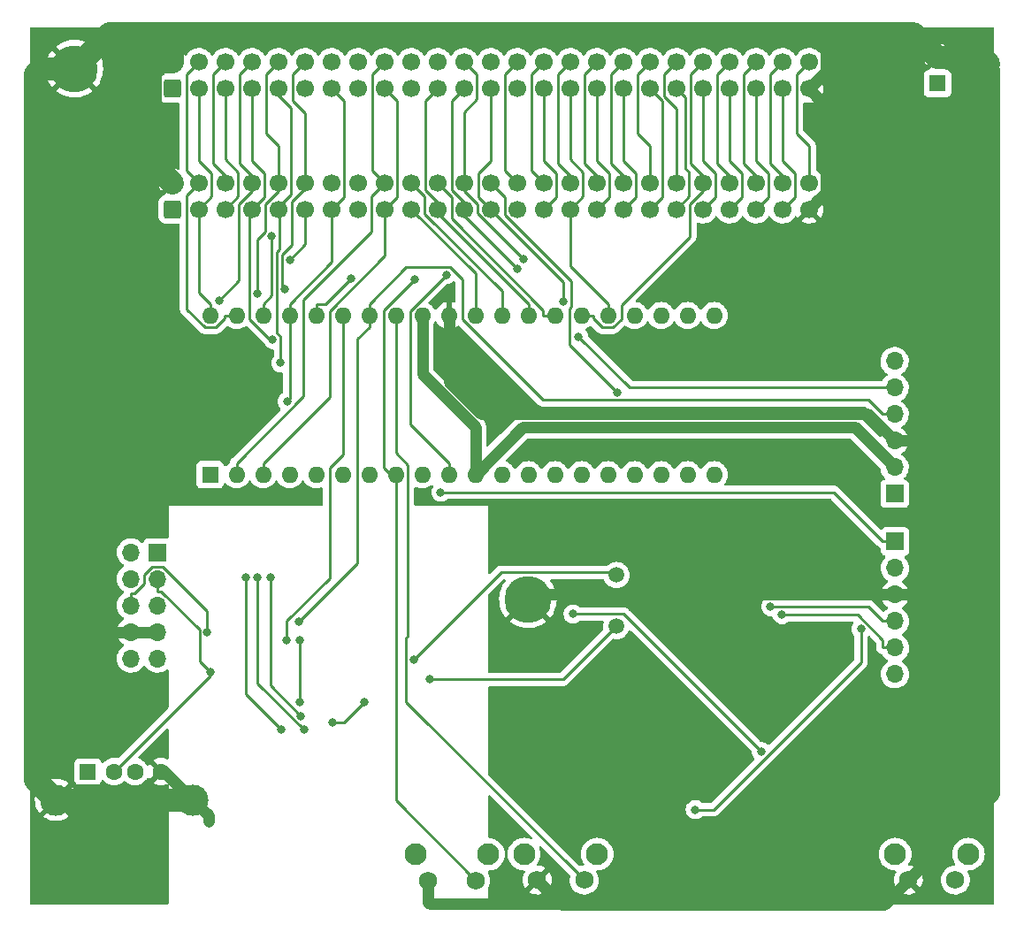
<source format=gbr>
%TF.GenerationSoftware,KiCad,Pcbnew,(6.0.7)*%
%TF.CreationDate,2023-01-02T01:59:54+00:00*%
%TF.ProjectId,CPC464-2MINIUSIFACII,43504334-3634-42d3-924d-494e49555349,rev?*%
%TF.SameCoordinates,Original*%
%TF.FileFunction,Copper,L2,Bot*%
%TF.FilePolarity,Positive*%
%FSLAX46Y46*%
G04 Gerber Fmt 4.6, Leading zero omitted, Abs format (unit mm)*
G04 Created by KiCad (PCBNEW (6.0.7)) date 2023-01-02 01:59:54*
%MOMM*%
%LPD*%
G01*
G04 APERTURE LIST*
G04 Aperture macros list*
%AMRoundRect*
0 Rectangle with rounded corners*
0 $1 Rounding radius*
0 $2 $3 $4 $5 $6 $7 $8 $9 X,Y pos of 4 corners*
0 Add a 4 corners polygon primitive as box body*
4,1,4,$2,$3,$4,$5,$6,$7,$8,$9,$2,$3,0*
0 Add four circle primitives for the rounded corners*
1,1,$1+$1,$2,$3*
1,1,$1+$1,$4,$5*
1,1,$1+$1,$6,$7*
1,1,$1+$1,$8,$9*
0 Add four rect primitives between the rounded corners*
20,1,$1+$1,$2,$3,$4,$5,0*
20,1,$1+$1,$4,$5,$6,$7,0*
20,1,$1+$1,$6,$7,$8,$9,0*
20,1,$1+$1,$8,$9,$2,$3,0*%
G04 Aperture macros list end*
%TA.AperFunction,ComponentPad*%
%ADD10C,4.500000*%
%TD*%
%TA.AperFunction,ComponentPad*%
%ADD11C,2.100000*%
%TD*%
%TA.AperFunction,ComponentPad*%
%ADD12C,1.750000*%
%TD*%
%TA.AperFunction,ComponentPad*%
%ADD13RoundRect,0.250000X0.600000X-0.600000X0.600000X0.600000X-0.600000X0.600000X-0.600000X-0.600000X0*%
%TD*%
%TA.AperFunction,ComponentPad*%
%ADD14C,1.700000*%
%TD*%
%TA.AperFunction,ComponentPad*%
%ADD15C,1.500000*%
%TD*%
%TA.AperFunction,ComponentPad*%
%ADD16R,1.700000X1.700000*%
%TD*%
%TA.AperFunction,ComponentPad*%
%ADD17O,1.700000X1.700000*%
%TD*%
%TA.AperFunction,ComponentPad*%
%ADD18R,1.600000X1.600000*%
%TD*%
%TA.AperFunction,ComponentPad*%
%ADD19C,1.600000*%
%TD*%
%TA.AperFunction,ComponentPad*%
%ADD20R,1.600000X1.500000*%
%TD*%
%TA.AperFunction,ComponentPad*%
%ADD21C,3.000000*%
%TD*%
%TA.AperFunction,ComponentPad*%
%ADD22O,1.600000X1.600000*%
%TD*%
%TA.AperFunction,ViaPad*%
%ADD23C,0.800000*%
%TD*%
%TA.AperFunction,Conductor*%
%ADD24C,0.250000*%
%TD*%
%TA.AperFunction,Conductor*%
%ADD25C,1.080000*%
%TD*%
%TA.AperFunction,Conductor*%
%ADD26C,2.160000*%
%TD*%
G04 APERTURE END LIST*
D10*
%TO.P,H7,1,1*%
%TO.N,GND*%
X81706800Y-76779200D03*
%TD*%
D11*
%TO.P,SW1052,*%
%TO.N,*%
X88346600Y-101167400D03*
X81336600Y-101167400D03*
D12*
%TO.P,SW1052,1*%
%TO.N,DSKSWAP*%
X87096600Y-103657400D03*
%TO.P,SW1052,2*%
%TO.N,GND*%
X82596600Y-103657400D03*
%TD*%
D13*
%TO.P,CE1050,1,Pin_1*%
%TO.N,SOUND*%
X47675800Y-27889200D03*
D14*
%TO.P,CE1050,2,Pin_2*%
%TO.N,GND*%
X47675800Y-25349200D03*
%TO.P,CE1050,3,Pin_3*%
%TO.N,/Expansion Ports/A15*%
X50215800Y-27889200D03*
%TO.P,CE1050,4,Pin_4*%
%TO.N,/Expansion Ports/A14*%
X50215800Y-25349200D03*
%TO.P,CE1050,5,Pin_5*%
%TO.N,/Expansion Ports/A13*%
X52755800Y-27889200D03*
%TO.P,CE1050,6,Pin_6*%
%TO.N,/Expansion Ports/A12*%
X52755800Y-25349200D03*
%TO.P,CE1050,7,Pin_7*%
%TO.N,/Expansion Ports/A11*%
X55295800Y-27889200D03*
%TO.P,CE1050,8,Pin_8*%
%TO.N,/Expansion Ports/A10*%
X55295800Y-25349200D03*
%TO.P,CE1050,9,Pin_9*%
%TO.N,/Expansion Ports/A9*%
X57835800Y-27889200D03*
%TO.P,CE1050,10,Pin_10*%
%TO.N,/Expansion Ports/A8*%
X57835800Y-25349200D03*
%TO.P,CE1050,11,Pin_11*%
%TO.N,/Expansion Ports/A7*%
X60375800Y-27889200D03*
%TO.P,CE1050,12,Pin_12*%
%TO.N,/Expansion Ports/A6*%
X60375800Y-25349200D03*
%TO.P,CE1050,13,Pin_13*%
%TO.N,/Expansion Ports/A5*%
X62915800Y-27889200D03*
%TO.P,CE1050,14,Pin_14*%
%TO.N,/Expansion Ports/A4*%
X62915800Y-25349200D03*
%TO.P,CE1050,15,Pin_15*%
%TO.N,/Expansion Ports/A3*%
X65455800Y-27889200D03*
%TO.P,CE1050,16,Pin_16*%
%TO.N,/Expansion Ports/A2*%
X65455800Y-25349200D03*
%TO.P,CE1050,17,Pin_17*%
%TO.N,/Expansion Ports/A1*%
X67995800Y-27889200D03*
%TO.P,CE1050,18,Pin_18*%
%TO.N,/Expansion Ports/A0*%
X67995800Y-25349200D03*
%TO.P,CE1050,19,Pin_19*%
%TO.N,/Expansion Ports/D7*%
X70535800Y-27889200D03*
%TO.P,CE1050,20,Pin_20*%
%TO.N,/Expansion Ports/D6*%
X70535800Y-25349200D03*
%TO.P,CE1050,21,Pin_21*%
%TO.N,/Expansion Ports/D5*%
X73075800Y-27889200D03*
%TO.P,CE1050,22,Pin_22*%
%TO.N,/Expansion Ports/D4*%
X73075800Y-25349200D03*
%TO.P,CE1050,23,Pin_23*%
%TO.N,/Expansion Ports/D3*%
X75615800Y-27889200D03*
%TO.P,CE1050,24,Pin_24*%
%TO.N,/Expansion Ports/D2*%
X75615800Y-25349200D03*
%TO.P,CE1050,25,Pin_25*%
%TO.N,/Expansion Ports/D1*%
X78155800Y-27889200D03*
%TO.P,CE1050,26,Pin_26*%
%TO.N,/Expansion Ports/D0*%
X78155800Y-25349200D03*
%TO.P,CE1050,27,Pin_27*%
%TO.N,+5V*%
X80695800Y-27889200D03*
%TO.P,CE1050,28,Pin_28*%
%TO.N,MREQ*%
X80695800Y-25349200D03*
%TO.P,CE1050,29,Pin_29*%
%TO.N,M1*%
X83235800Y-27889200D03*
%TO.P,CE1050,30,Pin_30*%
%TO.N,RFSH*%
X83235800Y-25349200D03*
%TO.P,CE1050,31,Pin_31*%
%TO.N,IORQ*%
X85775800Y-27889200D03*
%TO.P,CE1050,32,Pin_32*%
%TO.N,RD*%
X85775800Y-25349200D03*
%TO.P,CE1050,33,Pin_33*%
%TO.N,WR*%
X88315800Y-27889200D03*
%TO.P,CE1050,34,Pin_34*%
%TO.N,HALT*%
X88315800Y-25349200D03*
%TO.P,CE1050,35,Pin_35*%
%TO.N,INT*%
X90855800Y-27889200D03*
%TO.P,CE1050,36,Pin_36*%
%TO.N,NMI*%
X90855800Y-25349200D03*
%TO.P,CE1050,37,Pin_37*%
%TO.N,BUSRQ*%
X93395800Y-27889200D03*
%TO.P,CE1050,38,Pin_38*%
%TO.N,BUSAK*%
X93395800Y-25349200D03*
%TO.P,CE1050,39,Pin_39*%
%TO.N,READY*%
X95935800Y-27889200D03*
%TO.P,CE1050,40,Pin_40*%
%TO.N,BUS*%
X95935800Y-25349200D03*
%TO.P,CE1050,41,Pin_41*%
%TO.N,RESET*%
X98475800Y-27889200D03*
%TO.P,CE1050,42,Pin_42*%
%TO.N,ROMEN*%
X98475800Y-25349200D03*
%TO.P,CE1050,43,Pin_43*%
%TO.N,ROMDIS*%
X101015800Y-27889200D03*
%TO.P,CE1050,44,Pin_44*%
%TO.N,RAMRD*%
X101015800Y-25349200D03*
%TO.P,CE1050,45,Pin_45*%
%TO.N,RAMDIS*%
X103555800Y-27889200D03*
%TO.P,CE1050,46,Pin_46*%
%TO.N,CURSOR*%
X103555800Y-25349200D03*
%TO.P,CE1050,47,Pin_47*%
%TO.N,LPEN*%
X106095800Y-27889200D03*
%TO.P,CE1050,48,Pin_48*%
%TO.N,EXP*%
X106095800Y-25349200D03*
%TO.P,CE1050,49,Pin_49*%
%TO.N,GND*%
X108635800Y-27889200D03*
%TO.P,CE1050,50,Pin_50*%
%TO.N,A100*%
X108635800Y-25349200D03*
%TD*%
D15*
%TO.P,Y1060,1,1*%
%TO.N,Net-(IC1061-Pad14)*%
X90180000Y-74450000D03*
%TO.P,Y1060,2,2*%
%TO.N,Net-(IC1061-Pad13)*%
X90180000Y-79330000D03*
%TD*%
D10*
%TO.P,H1,1,1*%
%TO.N,GND*%
X38272800Y-25979200D03*
%TD*%
D16*
%TO.P,J1062,1,Pin_1*%
%TO.N,Net-(J1060-Pad1)*%
X46235000Y-72290000D03*
D17*
%TO.P,J1062,2,Pin_2*%
X43695000Y-72290000D03*
%TO.P,J1062,3,Pin_3*%
%TO.N,UDN*%
X46235000Y-74830000D03*
%TO.P,J1062,4,Pin_4*%
X43695000Y-74830000D03*
%TO.P,J1062,5,Pin_5*%
%TO.N,UDP*%
X46235000Y-77370000D03*
%TO.P,J1062,6,Pin_6*%
X43695000Y-77370000D03*
%TO.P,J1062,7,Pin_7*%
%TO.N,GND*%
X46235000Y-79910000D03*
%TO.P,J1062,8,Pin_8*%
X43695000Y-79910000D03*
%TO.P,J1062,9,Pin_9*%
%TO.N,unconnected-(J1062-Pad9)*%
X46235000Y-82450000D03*
%TO.P,J1062,10,Pin_10*%
%TO.N,unconnected-(J1062-Pad10)*%
X43695000Y-82450000D03*
%TD*%
D16*
%TO.P,J1050,1,Pin_1*%
%TO.N,unconnected-(J1050-Pad1)*%
X116815400Y-66675000D03*
D17*
%TO.P,J1050,2,Pin_2*%
%TO.N,+5V*%
X116815400Y-64135000D03*
%TO.P,J1050,3,Pin_3*%
%TO.N,GND*%
X116815400Y-61595000D03*
%TO.P,J1050,4,Pin_4*%
%TO.N,URX*%
X116815400Y-59055000D03*
%TO.P,J1050,5,Pin_5*%
%TO.N,UTX*%
X116815400Y-56515000D03*
%TO.P,J1050,6,Pin_6*%
%TO.N,unconnected-(J1050-Pad6)*%
X116815400Y-53975000D03*
%TD*%
D11*
%TO.P,SW1050,*%
%TO.N,*%
X116871200Y-101167400D03*
X123881200Y-101167400D03*
D12*
%TO.P,SW1050,1*%
%TO.N,BUS*%
X122631200Y-103657400D03*
%TO.P,SW1050,2*%
%TO.N,GND*%
X118131200Y-103657400D03*
%TD*%
D13*
%TO.P,CE1051,1,Pin_1*%
%TO.N,SOUND*%
X47675800Y-39436700D03*
D14*
%TO.P,CE1051,2,Pin_2*%
%TO.N,GND*%
X47675800Y-36896700D03*
%TO.P,CE1051,3,Pin_3*%
%TO.N,/Expansion Ports/A15*%
X50215800Y-39436700D03*
%TO.P,CE1051,4,Pin_4*%
%TO.N,/Expansion Ports/A14*%
X50215800Y-36896700D03*
%TO.P,CE1051,5,Pin_5*%
%TO.N,/Expansion Ports/A13*%
X52755800Y-39436700D03*
%TO.P,CE1051,6,Pin_6*%
%TO.N,/Expansion Ports/A12*%
X52755800Y-36896700D03*
%TO.P,CE1051,7,Pin_7*%
%TO.N,/Expansion Ports/A11*%
X55295800Y-39436700D03*
%TO.P,CE1051,8,Pin_8*%
%TO.N,/Expansion Ports/A10*%
X55295800Y-36896700D03*
%TO.P,CE1051,9,Pin_9*%
%TO.N,/Expansion Ports/A9*%
X57835800Y-39436700D03*
%TO.P,CE1051,10,Pin_10*%
%TO.N,/Expansion Ports/A8*%
X57835800Y-36896700D03*
%TO.P,CE1051,11,Pin_11*%
%TO.N,/Expansion Ports/A7*%
X60375800Y-39436700D03*
%TO.P,CE1051,12,Pin_12*%
%TO.N,/Expansion Ports/A6*%
X60375800Y-36896700D03*
%TO.P,CE1051,13,Pin_13*%
%TO.N,/Expansion Ports/A5*%
X62915800Y-39436700D03*
%TO.P,CE1051,14,Pin_14*%
%TO.N,/Expansion Ports/A4*%
X62915800Y-36896700D03*
%TO.P,CE1051,15,Pin_15*%
%TO.N,/Expansion Ports/A3*%
X65455800Y-39436700D03*
%TO.P,CE1051,16,Pin_16*%
%TO.N,/Expansion Ports/A2*%
X65455800Y-36896700D03*
%TO.P,CE1051,17,Pin_17*%
%TO.N,/Expansion Ports/A1*%
X67995800Y-39436700D03*
%TO.P,CE1051,18,Pin_18*%
%TO.N,/Expansion Ports/A0*%
X67995800Y-36896700D03*
%TO.P,CE1051,19,Pin_19*%
%TO.N,/Expansion Ports/D7*%
X70535800Y-39436700D03*
%TO.P,CE1051,20,Pin_20*%
%TO.N,/Expansion Ports/D6*%
X70535800Y-36896700D03*
%TO.P,CE1051,21,Pin_21*%
%TO.N,/Expansion Ports/D5*%
X73075800Y-39436700D03*
%TO.P,CE1051,22,Pin_22*%
%TO.N,/Expansion Ports/D4*%
X73075800Y-36896700D03*
%TO.P,CE1051,23,Pin_23*%
%TO.N,/Expansion Ports/D3*%
X75615800Y-39436700D03*
%TO.P,CE1051,24,Pin_24*%
%TO.N,/Expansion Ports/D2*%
X75615800Y-36896700D03*
%TO.P,CE1051,25,Pin_25*%
%TO.N,/Expansion Ports/D1*%
X78155800Y-39436700D03*
%TO.P,CE1051,26,Pin_26*%
%TO.N,/Expansion Ports/D0*%
X78155800Y-36896700D03*
%TO.P,CE1051,27,Pin_27*%
%TO.N,+5V*%
X80695800Y-39436700D03*
%TO.P,CE1051,28,Pin_28*%
%TO.N,MREQ*%
X80695800Y-36896700D03*
%TO.P,CE1051,29,Pin_29*%
%TO.N,M1*%
X83235800Y-39436700D03*
%TO.P,CE1051,30,Pin_30*%
%TO.N,RFSH*%
X83235800Y-36896700D03*
%TO.P,CE1051,31,Pin_31*%
%TO.N,IORQ*%
X85775800Y-39436700D03*
%TO.P,CE1051,32,Pin_32*%
%TO.N,RD*%
X85775800Y-36896700D03*
%TO.P,CE1051,33,Pin_33*%
%TO.N,WR*%
X88315800Y-39436700D03*
%TO.P,CE1051,34,Pin_34*%
%TO.N,HALT*%
X88315800Y-36896700D03*
%TO.P,CE1051,35,Pin_35*%
%TO.N,INT*%
X90855800Y-39436700D03*
%TO.P,CE1051,36,Pin_36*%
%TO.N,NMI*%
X90855800Y-36896700D03*
%TO.P,CE1051,37,Pin_37*%
%TO.N,BUSRQ*%
X93395800Y-39436700D03*
%TO.P,CE1051,38,Pin_38*%
%TO.N,BUSAK*%
X93395800Y-36896700D03*
%TO.P,CE1051,39,Pin_39*%
%TO.N,READY*%
X95935800Y-39436700D03*
%TO.P,CE1051,40,Pin_40*%
%TO.N,BUS*%
X95935800Y-36896700D03*
%TO.P,CE1051,41,Pin_41*%
%TO.N,RESET*%
X98475800Y-39436700D03*
%TO.P,CE1051,42,Pin_42*%
%TO.N,ROMEN*%
X98475800Y-36896700D03*
%TO.P,CE1051,43,Pin_43*%
%TO.N,ROMDIS*%
X101015800Y-39436700D03*
%TO.P,CE1051,44,Pin_44*%
%TO.N,RAMRD*%
X101015800Y-36896700D03*
%TO.P,CE1051,45,Pin_45*%
%TO.N,RAMDIS*%
X103555800Y-39436700D03*
%TO.P,CE1051,46,Pin_46*%
%TO.N,CURSOR*%
X103555800Y-36896700D03*
%TO.P,CE1051,47,Pin_47*%
%TO.N,LPEN*%
X106095800Y-39436700D03*
%TO.P,CE1051,48,Pin_48*%
%TO.N,EXP*%
X106095800Y-36896700D03*
%TO.P,CE1051,49,Pin_49*%
%TO.N,GND*%
X108635800Y-39436700D03*
%TO.P,CE1051,50,Pin_50*%
%TO.N,A100*%
X108635800Y-36896700D03*
%TD*%
D18*
%TO.P,C1051,1*%
%TO.N,+5V*%
X120929400Y-27392000D03*
D19*
%TO.P,C1051,2*%
%TO.N,GND*%
X120929400Y-24892000D03*
%TD*%
D20*
%TO.P,J1060,1,VBUS*%
%TO.N,Net-(J1060-Pad1)*%
X39578400Y-93268200D03*
D19*
%TO.P,J1060,2,D-*%
%TO.N,UDN*%
X42078400Y-93268200D03*
%TO.P,J1060,3,D+*%
%TO.N,UDP*%
X44078400Y-93268200D03*
%TO.P,J1060,4,GND*%
%TO.N,GND*%
X46578400Y-93268200D03*
D21*
%TO.P,J1060,5,Shield*%
X49648400Y-95978200D03*
X36508400Y-95978200D03*
%TD*%
D16*
%TO.P,J1051,1,Pin_1*%
%TO.N,MCLR*%
X116865400Y-71247000D03*
D17*
%TO.P,J1051,2,Pin_2*%
%TO.N,+5V*%
X116865400Y-73787000D03*
%TO.P,J1051,3,Pin_3*%
%TO.N,GND*%
X116865400Y-76327000D03*
%TO.P,J1051,4,Pin_4*%
%TO.N,/Expansion Ports/A15*%
X116865400Y-78867000D03*
%TO.P,J1051,5,Pin_5*%
%TO.N,/Expansion Ports/A14*%
X116865400Y-81407000D03*
%TO.P,J1051,6,Pin_6*%
%TO.N,unconnected-(J1051-Pad6)*%
X116865400Y-83947000D03*
%TD*%
D11*
%TO.P,SW1051,*%
%TO.N,*%
X70922600Y-101192800D03*
X77932600Y-101192800D03*
D12*
%TO.P,SW1051,1*%
%TO.N,READY*%
X76682600Y-103682800D03*
%TO.P,SW1051,2*%
%TO.N,GND*%
X72182600Y-103682800D03*
%TD*%
D18*
%TO.P,IC1050,1,RE3(Vpp)*%
%TO.N,MCLR*%
X51275000Y-64845000D03*
D22*
%TO.P,IC1050,2,RA0*%
%TO.N,/Expansion Ports/A0*%
X53815000Y-64845000D03*
%TO.P,IC1050,3,RA1*%
%TO.N,/Expansion Ports/A1*%
X56355000Y-64845000D03*
%TO.P,IC1050,4,RA2*%
%TO.N,/Expansion Ports/A2*%
X58895000Y-64845000D03*
%TO.P,IC1050,5,RA3*%
%TO.N,/Expansion Ports/A3*%
X61435000Y-64845000D03*
%TO.P,IC1050,6,RA4*%
%TO.N,/Expansion Ports/A4*%
X63975000Y-64845000D03*
%TO.P,IC1050,7,RA5*%
%TO.N,/Expansion Ports/A5*%
X66515000Y-64845000D03*
%TO.P,IC1050,8,RE0*%
%TO.N,READY*%
X69055000Y-64845000D03*
%TO.P,IC1050,9,RE1*%
%TO.N,unconnected-(IC1050-Pad9)*%
X71595000Y-64845000D03*
%TO.P,IC1050,10,RE2*%
%TO.N,RD*%
X74135000Y-64845000D03*
%TO.P,IC1050,11,VCC*%
%TO.N,+5V*%
X76675000Y-64845000D03*
%TO.P,IC1050,12,GND*%
%TO.N,GND*%
X79215000Y-64845000D03*
%TO.P,IC1050,13,RA7*%
%TO.N,/Expansion Ports/A7*%
X81755000Y-64845000D03*
%TO.P,IC1050,14,RA6*%
%TO.N,/Expansion Ports/A6*%
X84295000Y-64845000D03*
%TO.P,IC1050,15,RC0*%
%TO.N,/Expansion Ports/A8*%
X86835000Y-64845000D03*
%TO.P,IC1050,16,RC1*%
%TO.N,/Expansion Ports/A9*%
X89375000Y-64845000D03*
%TO.P,IC1050,17,RC2*%
%TO.N,/Expansion Ports/A10*%
X91915000Y-64845000D03*
%TO.P,IC1050,18,RC3*%
%TO.N,/Expansion Ports/A11*%
X94455000Y-64845000D03*
%TO.P,IC1050,19,RD0*%
%TO.N,/Expansion Ports/D0*%
X96995000Y-64845000D03*
%TO.P,IC1050,20,RD1*%
%TO.N,/Expansion Ports/D1*%
X99535000Y-64845000D03*
%TO.P,IC1050,21,RD2*%
%TO.N,/Expansion Ports/D2*%
X99535000Y-49605000D03*
%TO.P,IC1050,22,RD3*%
%TO.N,/Expansion Ports/D3*%
X96995000Y-49605000D03*
%TO.P,IC1050,23,RC4*%
%TO.N,/Expansion Ports/A12*%
X94455000Y-49605000D03*
%TO.P,IC1050,24,RC5*%
%TO.N,/Expansion Ports/A13*%
X91915000Y-49605000D03*
%TO.P,IC1050,25,RC6*%
%TO.N,IORQ*%
X89375000Y-49605000D03*
%TO.P,IC1050,26,RC7*%
%TO.N,ROMEN*%
X86835000Y-49605000D03*
%TO.P,IC1050,27,RD4*%
%TO.N,/Expansion Ports/D4*%
X84295000Y-49605000D03*
%TO.P,IC1050,28,RD5*%
%TO.N,/Expansion Ports/D5*%
X81755000Y-49605000D03*
%TO.P,IC1050,29,RD6*%
%TO.N,/Expansion Ports/D6*%
X79215000Y-49605000D03*
%TO.P,IC1050,30,RD7*%
%TO.N,/Expansion Ports/D7*%
X76675000Y-49605000D03*
%TO.P,IC1050,31,GND*%
%TO.N,GND*%
X74135000Y-49605000D03*
%TO.P,IC1050,32,VCC*%
%TO.N,+5V*%
X71595000Y-49605000D03*
%TO.P,IC1050,33,RB0*%
%TO.N,DSKSWAP*%
X69055000Y-49605000D03*
%TO.P,IC1050,34,RB1*%
%TO.N,URX*%
X66515000Y-49605000D03*
%TO.P,IC1050,35,RB2*%
%TO.N,UTX*%
X63975000Y-49605000D03*
%TO.P,IC1050,36,RB3*%
%TO.N,ROMDIS*%
X61435000Y-49605000D03*
%TO.P,IC1050,37,RB4*%
%TO.N,/Expansion Ports/A5*%
X58895000Y-49605000D03*
%TO.P,IC1050,38,RB5*%
%TO.N,M1*%
X56355000Y-49605000D03*
%TO.P,IC1050,39,RB6(icpclk)*%
%TO.N,/Expansion Ports/A14*%
X53815000Y-49605000D03*
%TO.P,IC1050,40,RB7(icspdat)*%
%TO.N,/Expansion Ports/A15*%
X51275000Y-49605000D03*
%TD*%
D23*
%TO.N,Net-(J1061-Pad1)*%
X66010000Y-86636400D03*
X63020500Y-88557600D03*
%TO.N,Net-(IC1061-Pad26)*%
X54735000Y-74716300D03*
X58105200Y-89267400D03*
%TO.N,Net-(IC1061-Pad25)*%
X55825000Y-74700100D03*
X60248400Y-89243400D03*
%TO.N,Net-(IC1061-Pad24)*%
X86031400Y-78183200D03*
X104043900Y-91348800D03*
%TO.N,Net-(IC1061-Pad23)*%
X57066500Y-74705000D03*
X59984400Y-87942200D03*
%TO.N,Net-(IC1061-Pad14)*%
X70765900Y-82562900D03*
%TO.N,Net-(IC1061-Pad13)*%
X72351500Y-84452700D03*
%TO.N,UDN*%
X51285100Y-83727400D03*
%TO.N,UDP*%
X50983800Y-79925700D03*
%TO.N,Net-(IC1061-Pad7)*%
X59843600Y-80686900D03*
X59843600Y-86610300D03*
%TO.N,/Expansion Ports/D0*%
X90239900Y-56964800D03*
%TO.N,UTX*%
X58598000Y-80720400D03*
X86569500Y-51628600D03*
%TO.N,URX*%
X59790500Y-78939100D03*
%TO.N,MCLR*%
X73365000Y-66532500D03*
%TO.N,ROMDIS*%
X64809200Y-46028100D03*
%TO.N,READY*%
X70888300Y-46113900D03*
%TO.N,RD*%
X73884000Y-45698500D03*
%TO.N,M1*%
X57190100Y-41966400D03*
%TO.N,/Expansion Ports/D1*%
X85099300Y-48298600D03*
%TO.N,/Expansion Ports/D2*%
X81248000Y-44197800D03*
%TO.N,/Expansion Ports/D3*%
X80718100Y-45154800D03*
%TO.N,/Expansion Ports/A5*%
X58637500Y-57838100D03*
%TO.N,/Expansion Ports/A6*%
X58420400Y-47094600D03*
%TO.N,/Expansion Ports/A7*%
X58897900Y-44269500D03*
%TO.N,/Expansion Ports/A8*%
X55767200Y-47519600D03*
%TO.N,/Expansion Ports/A9*%
X58040000Y-54144600D03*
%TO.N,/Expansion Ports/A10*%
X52145800Y-48155100D03*
%TO.N,/Expansion Ports/A11*%
X57272800Y-51905100D03*
%TO.N,/Expansion Ports/A14*%
X106029400Y-78240900D03*
%TO.N,/Expansion Ports/A15*%
X104939400Y-77479700D03*
%TO.N,GND*%
X122900000Y-50520000D03*
X51110000Y-98050000D03*
X101579000Y-105969000D03*
X92611200Y-105969000D03*
%TO.N,+5V*%
X113597500Y-79622700D03*
X97727800Y-96927000D03*
%TD*%
D24*
%TO.N,Net-(J1061-Pad1)*%
X63020500Y-88557500D02*
X63020500Y-88557600D01*
X64088900Y-88557500D02*
X63020500Y-88557500D01*
X66010000Y-86636400D02*
X64088900Y-88557500D01*
%TO.N,Net-(IC1061-Pad26)*%
X54735000Y-85897200D02*
X54735000Y-74716300D01*
X58105200Y-89267400D02*
X54735000Y-85897200D01*
%TO.N,Net-(IC1061-Pad25)*%
X55825000Y-84820000D02*
X55825000Y-74700100D01*
X60248400Y-89243400D02*
X55825000Y-84820000D01*
%TO.N,Net-(IC1061-Pad24)*%
X90878300Y-78183200D02*
X104043900Y-91348800D01*
X86031400Y-78183200D02*
X90878300Y-78183200D01*
%TO.N,Net-(IC1061-Pad23)*%
X57066500Y-85024300D02*
X57066500Y-74705000D01*
X59984400Y-87942200D02*
X57066500Y-85024300D01*
%TO.N,Net-(IC1061-Pad14)*%
X79127400Y-74201400D02*
X70765900Y-82562900D01*
X89931400Y-74201400D02*
X79127400Y-74201400D01*
X90180000Y-74450000D02*
X89931400Y-74201400D01*
%TO.N,Net-(IC1061-Pad13)*%
X85057300Y-84452700D02*
X90180000Y-79330000D01*
X72351500Y-84452700D02*
X85057300Y-84452700D01*
%TO.N,UDN*%
X46235000Y-74830000D02*
X46235000Y-76005100D01*
X51285100Y-84061500D02*
X51285100Y-83727400D01*
X42078400Y-93268200D02*
X51285100Y-84061500D01*
X50258700Y-82701000D02*
X51285100Y-83727400D01*
X50258700Y-79661600D02*
X50258700Y-82701000D01*
X46602200Y-76005100D02*
X50258700Y-79661600D01*
X46235000Y-76005100D02*
X46602200Y-76005100D01*
%TO.N,UDP*%
X44060200Y-76194900D02*
X43695000Y-76194900D01*
X44965000Y-75290100D02*
X44060200Y-76194900D01*
X44965000Y-74398600D02*
X44965000Y-75290100D01*
X45708800Y-73654800D02*
X44965000Y-74398600D01*
X46776400Y-73654800D02*
X45708800Y-73654800D01*
X50983800Y-77862200D02*
X46776400Y-73654800D01*
X50983800Y-79925700D02*
X50983800Y-77862200D01*
X43695000Y-77370000D02*
X43695000Y-76194900D01*
%TO.N,Net-(IC1061-Pad7)*%
X59843600Y-80686900D02*
X59843600Y-86610300D01*
%TO.N,/Expansion Ports/D0*%
X79520600Y-38261500D02*
X78155800Y-36896700D01*
X79520600Y-39965200D02*
X79520600Y-38261500D01*
X85855300Y-46299900D02*
X79520600Y-39965200D01*
X85855300Y-48786000D02*
X85855300Y-46299900D01*
X85683300Y-48958000D02*
X85855300Y-48786000D01*
X85683300Y-52408200D02*
X85683300Y-48958000D01*
X90239900Y-56964800D02*
X85683300Y-52408200D01*
%TO.N,UTX*%
X91455900Y-56515000D02*
X86569500Y-51628600D01*
X116815400Y-56515000D02*
X91455900Y-56515000D01*
X58598000Y-78833200D02*
X58598000Y-80720400D01*
X62705000Y-74726200D02*
X58598000Y-78833200D01*
X62705000Y-64184300D02*
X62705000Y-74726200D01*
X63975000Y-62914300D02*
X62705000Y-64184300D01*
X63975000Y-49605000D02*
X63975000Y-62914300D01*
%TO.N,URX*%
X65389900Y-73339700D02*
X59790500Y-78939100D01*
X65389900Y-51855200D02*
X65389900Y-73339700D01*
X66515000Y-50730100D02*
X65389900Y-51855200D01*
X66515000Y-50167500D02*
X66515000Y-50730100D01*
X66515000Y-50167500D02*
X66515000Y-49605000D01*
X114275500Y-57690200D02*
X115640300Y-59055000D01*
X83152200Y-57690200D02*
X114275500Y-57690200D01*
X75405000Y-49943000D02*
X83152200Y-57690200D01*
X75405000Y-46149800D02*
X75405000Y-49943000D01*
X74218700Y-44963500D02*
X75405000Y-46149800D01*
X70031400Y-44963500D02*
X74218700Y-44963500D01*
X66515000Y-48479900D02*
X70031400Y-44963500D01*
X66515000Y-49605000D02*
X66515000Y-48479900D01*
X116815400Y-59055000D02*
X115640300Y-59055000D01*
%TO.N,MCLR*%
X110975800Y-66532500D02*
X115690300Y-71247000D01*
X73365000Y-66532500D02*
X110975800Y-66532500D01*
X116865400Y-71247000D02*
X115690300Y-71247000D01*
%TO.N,DSKSWAP*%
X69055000Y-49605000D02*
X69055000Y-50730100D01*
X70028400Y-86589200D02*
X87096600Y-103657400D01*
X70028400Y-80475000D02*
X70028400Y-86589200D01*
X70185300Y-80318100D02*
X70028400Y-80475000D01*
X70185300Y-63899400D02*
X70185300Y-80318100D01*
X69055000Y-62769100D02*
X70185300Y-63899400D01*
X69055000Y-50730100D02*
X69055000Y-62769100D01*
%TO.N,A100*%
X107445200Y-26539800D02*
X108635800Y-25349200D01*
X107445200Y-32173000D02*
X107445200Y-26539800D01*
X108635800Y-33363600D02*
X107445200Y-32173000D01*
X108635800Y-36896700D02*
X108635800Y-33363600D01*
%TO.N,EXP*%
X104905200Y-26539800D02*
X106095800Y-25349200D01*
X104905200Y-35069600D02*
X104905200Y-26539800D01*
X106095800Y-36260200D02*
X104905200Y-35069600D01*
X106095800Y-36896700D02*
X106095800Y-36260200D01*
%TO.N,LPEN*%
X106095800Y-34822300D02*
X106095800Y-27889200D01*
X107273100Y-35999600D02*
X106095800Y-34822300D01*
X107273100Y-38259400D02*
X107273100Y-35999600D01*
X106095800Y-39436700D02*
X107273100Y-38259400D01*
%TO.N,CURSOR*%
X102365200Y-26539800D02*
X103555800Y-25349200D01*
X102365200Y-35069600D02*
X102365200Y-26539800D01*
X103555800Y-36260200D02*
X102365200Y-35069600D01*
X103555800Y-36896700D02*
X103555800Y-36260200D01*
%TO.N,RAMDIS*%
X103555800Y-34822300D02*
X103555800Y-27889200D01*
X104733100Y-35999600D02*
X103555800Y-34822300D01*
X104733100Y-38259400D02*
X104733100Y-35999600D01*
X103555800Y-39436700D02*
X104733100Y-38259400D01*
%TO.N,RAMRD*%
X99825200Y-26539800D02*
X101015800Y-25349200D01*
X99825200Y-35069600D02*
X99825200Y-26539800D01*
X101015800Y-36260200D02*
X99825200Y-35069600D01*
X101015800Y-36896700D02*
X101015800Y-36260200D01*
%TO.N,ROMDIS*%
X101015800Y-34822300D02*
X101015800Y-27889200D01*
X102193100Y-35999600D02*
X101015800Y-34822300D01*
X102193100Y-38259400D02*
X102193100Y-35999600D01*
X101015800Y-39436700D02*
X102193100Y-38259400D01*
X62357400Y-48479900D02*
X64809200Y-46028100D01*
X61435000Y-48479900D02*
X62357400Y-48479900D01*
X61435000Y-49605000D02*
X61435000Y-48479900D01*
%TO.N,ROMEN*%
X97285800Y-26539200D02*
X98475800Y-25349200D01*
X97285800Y-35070200D02*
X97285800Y-26539200D01*
X98475800Y-36260200D02*
X97285800Y-35070200D01*
X98475800Y-36896700D02*
X98475800Y-36260200D01*
X98475800Y-37654100D02*
X98475800Y-36896700D01*
X97205800Y-38924100D02*
X98475800Y-37654100D01*
X97205800Y-42066700D02*
X97205800Y-38924100D01*
X90645000Y-48627500D02*
X97205800Y-42066700D01*
X90645000Y-49955100D02*
X90645000Y-48627500D01*
X89865000Y-50735100D02*
X90645000Y-49955100D01*
X88808900Y-50735100D02*
X89865000Y-50735100D01*
X87960100Y-49886300D02*
X88808900Y-50735100D01*
X87960100Y-49605000D02*
X87960100Y-49886300D01*
X86835000Y-49605000D02*
X87960100Y-49605000D01*
%TO.N,RESET*%
X98475800Y-34822300D02*
X98475800Y-27889200D01*
X99653100Y-35999600D02*
X98475800Y-34822300D01*
X99653100Y-38259400D02*
X99653100Y-35999600D01*
X98475800Y-39436700D02*
X99653100Y-38259400D01*
%TO.N,BUS*%
X94745200Y-26539800D02*
X95935800Y-25349200D01*
X94745200Y-28601900D02*
X94745200Y-26539800D01*
X95935800Y-29792500D02*
X94745200Y-28601900D01*
X95935800Y-36896700D02*
X95935800Y-29792500D01*
%TO.N,READY*%
X97153800Y-38218700D02*
X95935800Y-39436700D01*
X97153800Y-35892900D02*
X97153800Y-38218700D01*
X96770100Y-35509200D02*
X97153800Y-35892900D01*
X96770100Y-28723500D02*
X96770100Y-35509200D01*
X95935800Y-27889200D02*
X96770100Y-28723500D01*
X69055000Y-96055200D02*
X76682600Y-103682800D01*
X69055000Y-65970100D02*
X69055000Y-96055200D01*
X69055000Y-64845000D02*
X69055000Y-65407500D01*
X69055000Y-65407500D02*
X69055000Y-65970100D01*
X67867600Y-49134600D02*
X70888300Y-46113900D01*
X67867600Y-64220100D02*
X67867600Y-49134600D01*
X69055000Y-65407500D02*
X67867600Y-64220100D01*
%TO.N,BUSAK*%
X92205200Y-26539800D02*
X93395800Y-25349200D01*
X92205200Y-32173000D02*
X92205200Y-26539800D01*
X93395800Y-33363600D02*
X92205200Y-32173000D01*
X93395800Y-36896700D02*
X93395800Y-33363600D01*
%TO.N,BUSRQ*%
X94573100Y-29066500D02*
X93395800Y-27889200D01*
X94573100Y-38259400D02*
X94573100Y-29066500D01*
X93395800Y-39436700D02*
X94573100Y-38259400D01*
%TO.N,NMI*%
X89665200Y-26539800D02*
X90855800Y-25349200D01*
X89665200Y-35069600D02*
X89665200Y-26539800D01*
X90855800Y-36260200D02*
X89665200Y-35069600D01*
X90855800Y-36896700D02*
X90855800Y-36260200D01*
%TO.N,INT*%
X90855800Y-34822300D02*
X90855800Y-27889200D01*
X92033100Y-35999600D02*
X90855800Y-34822300D01*
X92033100Y-38259400D02*
X92033100Y-35999600D01*
X90855800Y-39436700D02*
X92033100Y-38259400D01*
%TO.N,HALT*%
X87125200Y-26539800D02*
X88315800Y-25349200D01*
X87125200Y-35069600D02*
X87125200Y-26539800D01*
X88315800Y-36260200D02*
X87125200Y-35069600D01*
X88315800Y-36896700D02*
X88315800Y-36260200D01*
%TO.N,WR*%
X88315800Y-34822300D02*
X88315800Y-27889200D01*
X89493100Y-35999600D02*
X88315800Y-34822300D01*
X89493100Y-38259400D02*
X89493100Y-35999600D01*
X88315800Y-39436700D02*
X89493100Y-38259400D01*
%TO.N,RD*%
X84585200Y-26539800D02*
X85775800Y-25349200D01*
X84585200Y-35069600D02*
X84585200Y-26539800D01*
X85775800Y-36260200D02*
X84585200Y-35069600D01*
X85775800Y-36896700D02*
X85775800Y-36260200D01*
X74135000Y-64845000D02*
X74135000Y-63719900D01*
X70422200Y-49160300D02*
X73884000Y-45698500D01*
X70422200Y-60007100D02*
X70422200Y-49160300D01*
X74135000Y-63719900D02*
X70422200Y-60007100D01*
%TO.N,IORQ*%
X85775800Y-34674900D02*
X85775800Y-27889200D01*
X86993200Y-35892300D02*
X85775800Y-34674900D01*
X86993200Y-38219300D02*
X86993200Y-35892300D01*
X85775800Y-39436700D02*
X86993200Y-38219300D01*
X85775800Y-44880700D02*
X89375000Y-48479900D01*
X85775800Y-39436700D02*
X85775800Y-44880700D01*
X89375000Y-49605000D02*
X89375000Y-48479900D01*
%TO.N,RFSH*%
X82045200Y-26539800D02*
X83235800Y-25349200D01*
X82045200Y-35706100D02*
X82045200Y-26539800D01*
X83235800Y-36896700D02*
X82045200Y-35706100D01*
%TO.N,M1*%
X57190100Y-47644800D02*
X57190100Y-41966400D01*
X56355000Y-48479900D02*
X57190100Y-47644800D01*
X83235800Y-34822300D02*
X83235800Y-27889200D01*
X84413100Y-35999600D02*
X83235800Y-34822300D01*
X84413100Y-38259400D02*
X84413100Y-35999600D01*
X83235800Y-39436700D02*
X84413100Y-38259400D01*
X56355000Y-49605000D02*
X56355000Y-48479900D01*
%TO.N,MREQ*%
X79505200Y-26539800D02*
X80695800Y-25349200D01*
X79505200Y-35706100D02*
X79505200Y-26539800D01*
X80695800Y-36896700D02*
X79505200Y-35706100D01*
%TO.N,/Expansion Ports/D1*%
X78155800Y-34822300D02*
X78155800Y-27889200D01*
X76978500Y-35999600D02*
X78155800Y-34822300D01*
X76978500Y-38259400D02*
X76978500Y-35999600D01*
X78155800Y-39436700D02*
X76978500Y-38259400D01*
X85099300Y-46380200D02*
X78155800Y-39436700D01*
X85099300Y-48298600D02*
X85099300Y-46380200D01*
%TO.N,/Expansion Ports/D2*%
X76806400Y-26539800D02*
X75615800Y-25349200D01*
X76806400Y-28917000D02*
X76806400Y-26539800D01*
X75615800Y-30107600D02*
X76806400Y-28917000D01*
X75615800Y-36896700D02*
X75615800Y-30107600D01*
X75615800Y-37654100D02*
X75615800Y-36896700D01*
X76885800Y-38924100D02*
X75615800Y-37654100D01*
X76885800Y-39835600D02*
X76885800Y-38924100D01*
X81248000Y-44197800D02*
X76885800Y-39835600D01*
%TO.N,/Expansion Ports/D3*%
X74425200Y-29079800D02*
X75615800Y-27889200D01*
X74425200Y-37609400D02*
X74425200Y-29079800D01*
X75615800Y-38800000D02*
X74425200Y-37609400D01*
X75615800Y-39436700D02*
X75615800Y-38800000D01*
X75615800Y-40052500D02*
X80718100Y-45154800D01*
X75615800Y-39436700D02*
X75615800Y-40052500D01*
%TO.N,/Expansion Ports/D4*%
X84295000Y-49605000D02*
X83169900Y-49605000D01*
X83169900Y-49078200D02*
X83169900Y-49605000D01*
X74440600Y-40348900D02*
X83169900Y-49078200D01*
X74440600Y-38261500D02*
X74440600Y-40348900D01*
X73075800Y-36896700D02*
X74440600Y-38261500D01*
%TO.N,/Expansion Ports/D5*%
X71885200Y-29079800D02*
X73075800Y-27889200D01*
X71885200Y-37609400D02*
X71885200Y-29079800D01*
X73075800Y-38800000D02*
X71885200Y-37609400D01*
X73075800Y-39436700D02*
X73075800Y-38800000D01*
X73075800Y-39800700D02*
X73075800Y-39436700D01*
X81755000Y-48479900D02*
X73075800Y-39800700D01*
X81755000Y-49605000D02*
X81755000Y-48479900D01*
%TO.N,/Expansion Ports/D6*%
X79215000Y-49605000D02*
X79215000Y-48479900D01*
X71805800Y-38166700D02*
X70535800Y-36896700D01*
X71805800Y-39864800D02*
X71805800Y-38166700D01*
X79215000Y-47274000D02*
X71805800Y-39864800D01*
X79215000Y-48479900D02*
X79215000Y-47274000D01*
%TO.N,/Expansion Ports/D7*%
X76675000Y-45575900D02*
X70535800Y-39436700D01*
X76675000Y-49605000D02*
X76675000Y-45575900D01*
%TO.N,/Expansion Ports/A0*%
X66805800Y-26539200D02*
X67995800Y-25349200D01*
X66805800Y-35706700D02*
X66805800Y-26539200D01*
X67995800Y-36896700D02*
X66805800Y-35706700D01*
X66725800Y-38166700D02*
X67995800Y-36896700D01*
X66725800Y-41580000D02*
X66725800Y-38166700D01*
X60238900Y-48066900D02*
X66725800Y-41580000D01*
X60238900Y-57296000D02*
X60238900Y-48066900D01*
X53815000Y-63719900D02*
X60238900Y-57296000D01*
X53815000Y-64845000D02*
X53815000Y-63719900D01*
%TO.N,/Expansion Ports/A1*%
X56355000Y-64845000D02*
X56355000Y-63719900D01*
X69186400Y-29079800D02*
X67995800Y-27889200D01*
X69186400Y-38246100D02*
X69186400Y-29079800D01*
X67995800Y-39436700D02*
X69186400Y-38246100D01*
X67995800Y-43867000D02*
X67995800Y-39436700D01*
X62705000Y-49157800D02*
X67995800Y-43867000D01*
X62705000Y-57369900D02*
X62705000Y-49157800D01*
X56355000Y-63719900D02*
X62705000Y-57369900D01*
%TO.N,/Expansion Ports/A5*%
X58895000Y-57580600D02*
X58637500Y-57838100D01*
X58895000Y-49605000D02*
X58895000Y-57580600D01*
X58895000Y-49605000D02*
X58895000Y-48479900D01*
X64106400Y-29079800D02*
X62915800Y-27889200D01*
X64106400Y-38246100D02*
X64106400Y-29079800D01*
X62915800Y-39436700D02*
X64106400Y-38246100D01*
X62915800Y-44459100D02*
X58895000Y-48479900D01*
X62915800Y-39436700D02*
X62915800Y-44459100D01*
%TO.N,/Expansion Ports/A6*%
X60375800Y-37447400D02*
X60375800Y-36896700D01*
X59108400Y-38714800D02*
X60375800Y-37447400D01*
X59108400Y-42807800D02*
X59108400Y-38714800D01*
X58172800Y-43743400D02*
X59108400Y-42807800D01*
X58172800Y-46847000D02*
X58172800Y-43743400D01*
X58420400Y-47094600D02*
X58172800Y-46847000D01*
X59185200Y-26539800D02*
X60375800Y-25349200D01*
X59185200Y-29024700D02*
X59185200Y-26539800D01*
X60375800Y-30215300D02*
X59185200Y-29024700D01*
X60375800Y-36896700D02*
X60375800Y-30215300D01*
%TO.N,/Expansion Ports/A7*%
X60375800Y-42791600D02*
X60375800Y-39436700D01*
X58897900Y-44269500D02*
X60375800Y-42791600D01*
%TO.N,/Expansion Ports/A8*%
X56645200Y-26539800D02*
X57835800Y-25349200D01*
X56645200Y-32173000D02*
X56645200Y-26539800D01*
X57835800Y-33363600D02*
X56645200Y-32173000D01*
X57835800Y-36896700D02*
X57835800Y-33363600D01*
X55767300Y-47519600D02*
X55767200Y-47519600D01*
X55767300Y-42363700D02*
X55767300Y-47519600D01*
X56565800Y-41565200D02*
X55767300Y-42363700D01*
X56565800Y-38924100D02*
X56565800Y-41565200D01*
X57835800Y-37654100D02*
X56565800Y-38924100D01*
X57835800Y-36896700D02*
X57835800Y-37654100D01*
%TO.N,/Expansion Ports/A9*%
X57835800Y-39173100D02*
X57835800Y-39436700D01*
X59016400Y-37992500D02*
X57835800Y-39173100D01*
X59016400Y-29706300D02*
X59016400Y-37992500D01*
X57835800Y-28525700D02*
X59016400Y-29706300D01*
X57835800Y-27889200D02*
X57835800Y-28525700D01*
X58040000Y-51617000D02*
X58040000Y-54144600D01*
X57674300Y-51251300D02*
X58040000Y-51617000D01*
X57674300Y-43508700D02*
X57674300Y-51251300D01*
X57915200Y-43267800D02*
X57674300Y-43508700D01*
X57915200Y-39516100D02*
X57915200Y-43267800D01*
X57835800Y-39436700D02*
X57915200Y-39516100D01*
%TO.N,/Expansion Ports/A10*%
X54105200Y-26539800D02*
X55295800Y-25349200D01*
X54105200Y-35069600D02*
X54105200Y-26539800D01*
X55295800Y-36260200D02*
X54105200Y-35069600D01*
X55295800Y-36896700D02*
X55295800Y-36260200D01*
X55295800Y-37654100D02*
X55295800Y-36896700D01*
X54025800Y-38924100D02*
X55295800Y-37654100D01*
X54025800Y-46275100D02*
X54025800Y-38924100D01*
X52145800Y-48155100D02*
X54025800Y-46275100D01*
%TO.N,/Expansion Ports/A11*%
X55295800Y-34822300D02*
X55295800Y-27889200D01*
X56473100Y-35999600D02*
X55295800Y-34822300D01*
X56473100Y-38259400D02*
X56473100Y-35999600D01*
X55295800Y-39436700D02*
X56473100Y-38259400D01*
X55042000Y-39690500D02*
X55295800Y-39436700D01*
X55042000Y-49950500D02*
X55042000Y-39690500D01*
X56996600Y-51905100D02*
X55042000Y-49950500D01*
X57272800Y-51905100D02*
X56996600Y-51905100D01*
%TO.N,/Expansion Ports/A12*%
X51565200Y-26539800D02*
X52755800Y-25349200D01*
X51565200Y-35069600D02*
X51565200Y-26539800D01*
X52755800Y-36260200D02*
X51565200Y-35069600D01*
X52755800Y-36896700D02*
X52755800Y-36260200D01*
%TO.N,/Expansion Ports/A13*%
X53973200Y-38219300D02*
X52755800Y-39436700D01*
X53973200Y-35892300D02*
X53973200Y-38219300D01*
X52755800Y-34674900D02*
X53973200Y-35892300D01*
X52755800Y-27889200D02*
X52755800Y-34674900D01*
%TO.N,/Expansion Ports/A14*%
X49023700Y-26541300D02*
X50215800Y-25349200D01*
X49023700Y-35704600D02*
X49023700Y-26541300D01*
X50215800Y-36896700D02*
X49023700Y-35704600D01*
X49023700Y-38088800D02*
X50215800Y-36896700D01*
X49023700Y-48990700D02*
X49023700Y-38088800D01*
X50775000Y-50742000D02*
X49023700Y-48990700D01*
X51834200Y-50742000D02*
X50775000Y-50742000D01*
X52689900Y-49886300D02*
X51834200Y-50742000D01*
X52689900Y-49605000D02*
X52689900Y-49886300D01*
X53815000Y-49605000D02*
X52689900Y-49605000D01*
X116865400Y-81407000D02*
X115690300Y-81407000D01*
X113269200Y-78240900D02*
X106029400Y-78240900D01*
X115690300Y-80662000D02*
X113269200Y-78240900D01*
X115690300Y-81407000D02*
X115690300Y-80662000D01*
%TO.N,/Expansion Ports/A15*%
X51275000Y-49605000D02*
X51275000Y-48479900D01*
X50215800Y-47420700D02*
X51275000Y-48479900D01*
X50215800Y-39436700D02*
X50215800Y-47420700D01*
X50215800Y-34822300D02*
X50215800Y-27889200D01*
X51419400Y-36025900D02*
X50215800Y-34822300D01*
X51419400Y-38233100D02*
X51419400Y-36025900D01*
X50215800Y-39436700D02*
X51419400Y-38233100D01*
X116865400Y-78867000D02*
X115690300Y-78867000D01*
X114303000Y-77479700D02*
X115690300Y-78867000D01*
X104939400Y-77479700D02*
X114303000Y-77479700D01*
D25*
%TO.N,GND*%
X74135000Y-55974800D02*
X74135000Y-49605000D01*
X77200200Y-59040000D02*
X74135000Y-55974800D01*
X114260000Y-59040000D02*
X77200200Y-59040000D01*
X116815000Y-61595000D02*
X114260000Y-59040000D01*
X116815400Y-61595000D02*
X116815000Y-61595000D01*
X126328000Y-62022000D02*
X126328000Y-50398000D01*
X34830000Y-79910000D02*
X34577600Y-80162400D01*
X43695000Y-79910000D02*
X34830000Y-79910000D01*
X46235000Y-79910000D02*
X43695000Y-79910000D01*
X82159000Y-76327000D02*
X81706800Y-76779200D01*
X116865400Y-76327000D02*
X82159000Y-76327000D01*
X46938400Y-93268200D02*
X49648400Y-95978200D01*
X46578400Y-93268200D02*
X46938400Y-93268200D01*
X51110000Y-97439800D02*
X49648400Y-95978200D01*
X51110000Y-98050000D02*
X51110000Y-97439800D01*
D26*
X36508400Y-95978200D02*
X49648400Y-95978200D01*
X34577600Y-94047400D02*
X36508400Y-95978200D01*
X34577600Y-80162400D02*
X34577600Y-94047400D01*
X34577600Y-26492400D02*
X34577600Y-80162400D01*
X35090800Y-25979200D02*
X34577600Y-26492400D01*
X38272800Y-25979200D02*
X35090800Y-25979200D01*
X45545800Y-34766700D02*
X47675800Y-36896700D01*
X45545800Y-26277100D02*
X45545800Y-34766700D01*
X46473700Y-25349200D02*
X45545800Y-26277100D01*
X47675800Y-25349200D02*
X46473700Y-25349200D01*
X47675800Y-22715800D02*
X47675800Y-25349200D01*
X47548800Y-22588800D02*
X47675800Y-22715800D01*
D25*
X101579000Y-105969000D02*
X92611200Y-105969000D01*
X92611200Y-105969000D02*
X84908000Y-105969000D01*
X84869200Y-105930000D02*
X84869000Y-105930000D01*
X84908000Y-105969000D02*
X84869200Y-105930000D01*
X126239000Y-76327000D02*
X126328000Y-76238000D01*
X116865400Y-76327000D02*
X126239000Y-76327000D01*
D26*
X41663200Y-22588800D02*
X47548800Y-22588800D01*
X38272800Y-25979200D02*
X41663200Y-22588800D01*
X47548800Y-22588800D02*
X110259000Y-22588800D01*
X120929000Y-24892000D02*
X120929400Y-24892000D01*
X118626000Y-22588800D02*
X120929000Y-24892000D01*
X110259000Y-22588800D02*
X118626000Y-22588800D01*
X125180000Y-24892000D02*
X125788000Y-25500000D01*
X120929400Y-24892000D02*
X125180000Y-24892000D01*
D25*
X126206000Y-50520000D02*
X126328000Y-50398000D01*
X122900000Y-50520000D02*
X126206000Y-50520000D01*
X126328000Y-26040000D02*
X125788000Y-25500000D01*
X126328000Y-50398000D02*
X126328000Y-26040000D01*
X126328000Y-76238000D02*
X126328000Y-62022000D01*
X125901000Y-61595000D02*
X126328000Y-62022000D01*
X116815400Y-61595000D02*
X125901000Y-61595000D01*
X84908000Y-105969000D02*
X84869000Y-105930000D01*
X72182600Y-105833000D02*
X72182600Y-103683000D01*
X72280000Y-105930000D02*
X72182600Y-105833000D01*
X84869000Y-105930000D02*
X72280000Y-105930000D01*
D24*
X72182600Y-103683000D02*
X72182600Y-103682800D01*
D25*
X108636000Y-39436700D02*
X109431000Y-38641700D01*
D24*
X109430800Y-38641700D02*
X108635800Y-39436700D01*
X109431000Y-38641700D02*
X109430800Y-38641700D01*
D25*
X110226000Y-29479200D02*
X109431000Y-28684200D01*
X110226000Y-37846700D02*
X110226000Y-29479200D01*
X109431000Y-38641700D02*
X110226000Y-37846700D01*
X110259000Y-26266200D02*
X110259000Y-22588800D01*
X108636000Y-27889200D02*
X110259000Y-26266200D01*
X109431000Y-28684200D02*
X108636000Y-27889200D01*
D24*
X109430800Y-28684200D02*
X108635800Y-27889200D01*
X109431000Y-28684200D02*
X109430800Y-28684200D01*
X118131000Y-103657200D02*
X118131000Y-103657000D01*
X118131200Y-103657400D02*
X118131000Y-103657200D01*
D25*
X115820000Y-105969000D02*
X118131000Y-103657000D01*
X101579000Y-105969000D02*
X115820000Y-105969000D01*
X126328000Y-95460600D02*
X126328000Y-76238000D01*
X118131000Y-103657000D02*
X126328000Y-95460600D01*
X84869000Y-105930000D02*
X82596800Y-103657200D01*
%TO.N,+5V*%
X71595000Y-55245000D02*
X71595000Y-49605000D01*
X76675000Y-60325000D02*
X71595000Y-55245000D01*
X76675000Y-64845000D02*
X76675000Y-60325000D01*
X113000000Y-60320000D02*
X116815000Y-64135000D01*
X81200000Y-60320000D02*
X113000000Y-60320000D01*
X76675000Y-64845000D02*
X81200000Y-60320000D01*
D24*
X113597500Y-82820700D02*
X113597500Y-79622700D01*
X99491200Y-96927000D02*
X113597500Y-82820700D01*
X97727800Y-96927000D02*
X99491200Y-96927000D01*
%TD*%
%TA.AperFunction,Conductor*%
%TO.N,GND*%
G36*
X126301621Y-22037302D02*
G01*
X126348114Y-22090958D01*
X126359500Y-22143300D01*
X126359500Y-105874300D01*
X126339498Y-105942421D01*
X126285842Y-105988914D01*
X126233500Y-106000300D01*
X78026000Y-106000300D01*
X77957879Y-105980298D01*
X77911386Y-105926642D01*
X77900000Y-105874300D01*
X77900000Y-104800530D01*
X81818300Y-104800530D01*
X81823581Y-104807584D01*
X81992519Y-104906304D01*
X82001802Y-104910751D01*
X82204602Y-104988193D01*
X82214500Y-104991069D01*
X82427225Y-105034348D01*
X82437453Y-105035567D01*
X82654388Y-105043522D01*
X82664674Y-105043055D01*
X82880000Y-105015472D01*
X82890077Y-105013330D01*
X83098001Y-104950949D01*
X83107599Y-104947188D01*
X83302547Y-104851684D01*
X83311385Y-104846415D01*
X83363772Y-104809048D01*
X83372172Y-104798348D01*
X83365185Y-104785195D01*
X82609412Y-104029422D01*
X82595468Y-104021808D01*
X82593635Y-104021939D01*
X82587020Y-104026190D01*
X81825060Y-104788150D01*
X81818300Y-104800530D01*
X77900000Y-104800530D01*
X77900000Y-104371705D01*
X77913043Y-104315878D01*
X77971061Y-104198488D01*
X77971062Y-104198486D01*
X77973355Y-104193846D01*
X78039490Y-103976170D01*
X78056021Y-103850606D01*
X78068748Y-103753936D01*
X78068748Y-103753932D01*
X78069185Y-103750615D01*
X78069267Y-103747263D01*
X78070760Y-103686165D01*
X78070760Y-103686161D01*
X78070842Y-103682800D01*
X78052201Y-103456064D01*
X77996778Y-103235417D01*
X77994715Y-103230672D01*
X77910451Y-103036878D01*
X77900000Y-102986635D01*
X77900000Y-102875158D01*
X77920002Y-102807037D01*
X77973658Y-102760544D01*
X78016112Y-102749546D01*
X78177157Y-102736872D01*
X78181964Y-102735718D01*
X78181970Y-102735717D01*
X78333037Y-102699449D01*
X78415692Y-102679605D01*
X78420263Y-102677712D01*
X78420265Y-102677711D01*
X78552316Y-102623013D01*
X78642332Y-102585727D01*
X78814391Y-102480290D01*
X78847270Y-102460142D01*
X78847273Y-102460140D01*
X78851496Y-102457552D01*
X78881236Y-102432152D01*
X79034277Y-102301441D01*
X79038033Y-102298233D01*
X79105192Y-102219601D01*
X79194135Y-102115463D01*
X79194137Y-102115460D01*
X79197352Y-102111696D01*
X79325527Y-101902532D01*
X79419405Y-101675892D01*
X79476672Y-101437357D01*
X79495919Y-101192800D01*
X79476672Y-100948243D01*
X79419405Y-100709708D01*
X79325527Y-100483068D01*
X79197352Y-100273904D01*
X79038033Y-100087367D01*
X78851496Y-99928048D01*
X78847273Y-99925460D01*
X78847270Y-99925458D01*
X78778085Y-99883062D01*
X78642332Y-99799873D01*
X78497633Y-99739936D01*
X78420265Y-99707889D01*
X78420263Y-99707888D01*
X78415692Y-99705995D01*
X78305082Y-99679440D01*
X78181970Y-99649883D01*
X78181964Y-99649882D01*
X78177157Y-99648728D01*
X78016113Y-99636054D01*
X77949773Y-99610769D01*
X77907633Y-99553631D01*
X77900000Y-99510442D01*
X77900000Y-95660895D01*
X77920002Y-95592774D01*
X77973658Y-95546281D01*
X78043932Y-95536177D01*
X78108512Y-95565671D01*
X78115095Y-95571800D01*
X82061789Y-99518494D01*
X82095815Y-99580806D01*
X82090750Y-99651621D01*
X82048203Y-99708457D01*
X81981683Y-99733268D01*
X81924476Y-99723998D01*
X81824265Y-99682489D01*
X81824263Y-99682488D01*
X81819692Y-99680595D01*
X81737037Y-99660751D01*
X81585970Y-99624483D01*
X81585964Y-99624482D01*
X81581157Y-99623328D01*
X81336600Y-99604081D01*
X81092043Y-99623328D01*
X81087236Y-99624482D01*
X81087230Y-99624483D01*
X80936163Y-99660751D01*
X80853508Y-99680595D01*
X80848937Y-99682488D01*
X80848935Y-99682489D01*
X80794976Y-99704840D01*
X80626868Y-99774473D01*
X80585419Y-99799873D01*
X80421930Y-99900058D01*
X80421927Y-99900060D01*
X80417704Y-99902648D01*
X80413940Y-99905863D01*
X80413937Y-99905865D01*
X80384198Y-99931265D01*
X80231167Y-100061967D01*
X80071848Y-100248504D01*
X79943673Y-100457668D01*
X79849795Y-100684308D01*
X79792528Y-100922843D01*
X79773281Y-101167400D01*
X79792528Y-101411957D01*
X79849795Y-101650492D01*
X79943673Y-101877132D01*
X80071848Y-102086296D01*
X80231167Y-102272833D01*
X80234923Y-102276041D01*
X80373169Y-102394115D01*
X80417704Y-102432152D01*
X80421927Y-102434740D01*
X80421930Y-102434742D01*
X80459153Y-102457552D01*
X80626868Y-102560327D01*
X80688189Y-102585727D01*
X80848935Y-102652311D01*
X80848937Y-102652312D01*
X80853508Y-102654205D01*
X80936163Y-102674049D01*
X81087230Y-102710317D01*
X81087236Y-102710318D01*
X81092043Y-102711472D01*
X81326723Y-102729942D01*
X81393062Y-102755226D01*
X81435202Y-102812364D01*
X81439761Y-102883214D01*
X81420924Y-102926557D01*
X81392881Y-102967666D01*
X81387788Y-102976632D01*
X81296395Y-103173521D01*
X81292832Y-103183208D01*
X81234823Y-103392379D01*
X81232892Y-103402500D01*
X81209822Y-103618362D01*
X81209571Y-103628650D01*
X81222067Y-103845367D01*
X81223503Y-103855588D01*
X81271227Y-104067348D01*
X81274306Y-104077177D01*
X81355979Y-104278314D01*
X81360622Y-104287505D01*
X81444879Y-104425001D01*
X81455335Y-104434461D01*
X81464113Y-104430677D01*
X82236258Y-103658532D01*
X82961008Y-103658532D01*
X82961139Y-103660365D01*
X82965390Y-103666980D01*
X83724988Y-104426578D01*
X83736998Y-104433136D01*
X83748738Y-104424168D01*
X83783107Y-104376340D01*
X83788416Y-104367503D01*
X83884594Y-104172903D01*
X83888392Y-104163310D01*
X83951497Y-103955608D01*
X83953674Y-103945538D01*
X83982246Y-103728513D01*
X83982765Y-103721838D01*
X83984258Y-103660764D01*
X83984064Y-103654046D01*
X83966130Y-103435907D01*
X83964445Y-103425727D01*
X83911562Y-103215191D01*
X83908242Y-103205440D01*
X83821680Y-103006359D01*
X83816813Y-102997284D01*
X83747744Y-102890518D01*
X83737058Y-102881315D01*
X83727491Y-102885719D01*
X82968622Y-103644588D01*
X82961008Y-103658532D01*
X82236258Y-103658532D01*
X83367790Y-102527000D01*
X83374811Y-102514144D01*
X83367318Y-102503861D01*
X83360035Y-102499022D01*
X83169998Y-102394115D01*
X83160589Y-102389887D01*
X82955964Y-102317426D01*
X82946001Y-102314794D01*
X82732287Y-102276726D01*
X82722034Y-102275756D01*
X82708793Y-102275594D01*
X82640922Y-102254760D01*
X82595088Y-102200540D01*
X82585844Y-102130148D01*
X82602898Y-102083773D01*
X82729527Y-101877132D01*
X82823405Y-101650492D01*
X82880672Y-101411957D01*
X82899919Y-101167400D01*
X82880672Y-100922843D01*
X82823405Y-100684308D01*
X82780002Y-100579524D01*
X82772413Y-100508934D01*
X82804192Y-100445447D01*
X82865250Y-100409220D01*
X82936202Y-100411754D01*
X82985506Y-100442211D01*
X85726064Y-103182769D01*
X85760090Y-103245081D01*
X85758387Y-103305535D01*
X85734328Y-103392291D01*
X85734327Y-103392297D01*
X85732948Y-103397269D01*
X85732400Y-103402397D01*
X85732399Y-103402402D01*
X85726113Y-103461225D01*
X85708772Y-103623482D01*
X85709069Y-103628634D01*
X85709069Y-103628638D01*
X85716294Y-103753936D01*
X85721868Y-103850606D01*
X85723005Y-103855652D01*
X85723006Y-103855658D01*
X85727592Y-103876006D01*
X85771883Y-104072541D01*
X85857475Y-104283327D01*
X85976344Y-104477304D01*
X86125298Y-104649261D01*
X86300337Y-104794581D01*
X86304789Y-104797183D01*
X86304794Y-104797186D01*
X86398799Y-104852118D01*
X86496760Y-104909362D01*
X86709293Y-104990520D01*
X86714359Y-104991551D01*
X86714360Y-104991551D01*
X86813461Y-105011713D01*
X86932227Y-105035876D01*
X87060037Y-105040563D01*
X87154411Y-105044024D01*
X87154415Y-105044024D01*
X87159575Y-105044213D01*
X87164695Y-105043557D01*
X87164697Y-105043557D01*
X87380104Y-105015963D01*
X87380105Y-105015963D01*
X87385232Y-105015306D01*
X87390182Y-105013821D01*
X87598191Y-104951415D01*
X87598192Y-104951414D01*
X87603137Y-104949931D01*
X87807439Y-104849844D01*
X87811643Y-104846846D01*
X87811647Y-104846843D01*
X87876576Y-104800530D01*
X117352900Y-104800530D01*
X117358181Y-104807584D01*
X117527119Y-104906304D01*
X117536402Y-104910751D01*
X117739202Y-104988193D01*
X117749100Y-104991069D01*
X117961825Y-105034348D01*
X117972053Y-105035567D01*
X118188988Y-105043522D01*
X118199274Y-105043055D01*
X118414600Y-105015472D01*
X118424677Y-105013330D01*
X118632601Y-104950949D01*
X118642199Y-104947188D01*
X118837147Y-104851684D01*
X118845985Y-104846415D01*
X118898372Y-104809048D01*
X118906772Y-104798348D01*
X118899785Y-104785195D01*
X118144012Y-104029422D01*
X118130068Y-104021808D01*
X118128235Y-104021939D01*
X118121620Y-104026190D01*
X117359660Y-104788150D01*
X117352900Y-104800530D01*
X87876576Y-104800530D01*
X87988447Y-104720733D01*
X87988449Y-104720731D01*
X87992651Y-104717734D01*
X88153799Y-104557147D01*
X88160333Y-104548054D01*
X88283538Y-104376598D01*
X88283542Y-104376592D01*
X88286556Y-104372397D01*
X88374802Y-104193846D01*
X88385061Y-104173088D01*
X88385062Y-104173086D01*
X88387355Y-104168446D01*
X88453490Y-103950770D01*
X88466677Y-103850606D01*
X88482748Y-103728536D01*
X88482748Y-103728532D01*
X88483185Y-103725215D01*
X88484139Y-103686165D01*
X88484760Y-103660765D01*
X88484760Y-103660761D01*
X88484842Y-103657400D01*
X88466201Y-103430664D01*
X88410778Y-103210017D01*
X88320062Y-103001385D01*
X88269539Y-102923288D01*
X88249332Y-102855228D01*
X88269128Y-102787047D01*
X88322644Y-102740393D01*
X88365445Y-102729236D01*
X88430056Y-102724151D01*
X88591157Y-102711472D01*
X88595964Y-102710318D01*
X88595970Y-102710317D01*
X88747037Y-102674049D01*
X88829692Y-102654205D01*
X88834263Y-102652312D01*
X88834265Y-102652311D01*
X88995011Y-102585727D01*
X89056332Y-102560327D01*
X89224047Y-102457552D01*
X89261270Y-102434742D01*
X89261273Y-102434740D01*
X89265496Y-102432152D01*
X89310032Y-102394115D01*
X89448277Y-102276041D01*
X89452033Y-102272833D01*
X89611352Y-102086296D01*
X89739527Y-101877132D01*
X89833405Y-101650492D01*
X89890672Y-101411957D01*
X89909919Y-101167400D01*
X115307881Y-101167400D01*
X115327128Y-101411957D01*
X115384395Y-101650492D01*
X115478273Y-101877132D01*
X115606448Y-102086296D01*
X115765767Y-102272833D01*
X115769523Y-102276041D01*
X115907769Y-102394115D01*
X115952304Y-102432152D01*
X115956527Y-102434740D01*
X115956530Y-102434742D01*
X115993753Y-102457552D01*
X116161468Y-102560327D01*
X116222789Y-102585727D01*
X116383535Y-102652311D01*
X116383537Y-102652312D01*
X116388108Y-102654205D01*
X116470763Y-102674049D01*
X116621830Y-102710317D01*
X116621836Y-102710318D01*
X116626643Y-102711472D01*
X116861323Y-102729942D01*
X116927662Y-102755226D01*
X116969802Y-102812364D01*
X116974361Y-102883214D01*
X116955524Y-102926557D01*
X116927481Y-102967666D01*
X116922388Y-102976632D01*
X116830995Y-103173521D01*
X116827432Y-103183208D01*
X116769423Y-103392379D01*
X116767492Y-103402500D01*
X116744422Y-103618362D01*
X116744171Y-103628650D01*
X116756667Y-103845367D01*
X116758103Y-103855588D01*
X116805827Y-104067348D01*
X116808906Y-104077177D01*
X116890579Y-104278314D01*
X116895222Y-104287505D01*
X116979479Y-104425001D01*
X116989935Y-104434461D01*
X116998713Y-104430677D01*
X117770858Y-103658532D01*
X118495608Y-103658532D01*
X118495739Y-103660365D01*
X118499990Y-103666980D01*
X119259588Y-104426578D01*
X119271598Y-104433136D01*
X119283338Y-104424168D01*
X119317707Y-104376340D01*
X119323016Y-104367503D01*
X119419194Y-104172903D01*
X119422992Y-104163310D01*
X119486097Y-103955608D01*
X119488274Y-103945538D01*
X119516846Y-103728513D01*
X119517365Y-103721838D01*
X119518858Y-103660764D01*
X119518664Y-103654046D01*
X119516151Y-103623482D01*
X121243372Y-103623482D01*
X121243669Y-103628634D01*
X121243669Y-103628638D01*
X121250894Y-103753936D01*
X121256468Y-103850606D01*
X121257605Y-103855652D01*
X121257606Y-103855658D01*
X121262192Y-103876006D01*
X121306483Y-104072541D01*
X121392075Y-104283327D01*
X121510944Y-104477304D01*
X121659898Y-104649261D01*
X121834937Y-104794581D01*
X121839389Y-104797183D01*
X121839394Y-104797186D01*
X121933399Y-104852118D01*
X122031360Y-104909362D01*
X122243893Y-104990520D01*
X122248959Y-104991551D01*
X122248960Y-104991551D01*
X122348061Y-105011713D01*
X122466827Y-105035876D01*
X122594637Y-105040563D01*
X122689011Y-105044024D01*
X122689015Y-105044024D01*
X122694175Y-105044213D01*
X122699295Y-105043557D01*
X122699297Y-105043557D01*
X122914704Y-105015963D01*
X122914705Y-105015963D01*
X122919832Y-105015306D01*
X122924782Y-105013821D01*
X123132791Y-104951415D01*
X123132792Y-104951414D01*
X123137737Y-104949931D01*
X123342039Y-104849844D01*
X123346243Y-104846846D01*
X123346247Y-104846843D01*
X123523047Y-104720733D01*
X123523049Y-104720731D01*
X123527251Y-104717734D01*
X123688399Y-104557147D01*
X123694933Y-104548054D01*
X123818138Y-104376598D01*
X123818142Y-104376592D01*
X123821156Y-104372397D01*
X123909402Y-104193846D01*
X123919661Y-104173088D01*
X123919662Y-104173086D01*
X123921955Y-104168446D01*
X123988090Y-103950770D01*
X124001277Y-103850606D01*
X124017348Y-103728536D01*
X124017348Y-103728532D01*
X124017785Y-103725215D01*
X124018739Y-103686165D01*
X124019360Y-103660765D01*
X124019360Y-103660761D01*
X124019442Y-103657400D01*
X124000801Y-103430664D01*
X123945378Y-103210017D01*
X123854662Y-103001385D01*
X123804139Y-102923288D01*
X123783932Y-102855228D01*
X123803728Y-102787047D01*
X123857244Y-102740393D01*
X123900045Y-102729236D01*
X123964656Y-102724151D01*
X124125757Y-102711472D01*
X124130564Y-102710318D01*
X124130570Y-102710317D01*
X124281637Y-102674049D01*
X124364292Y-102654205D01*
X124368863Y-102652312D01*
X124368865Y-102652311D01*
X124529611Y-102585727D01*
X124590932Y-102560327D01*
X124758647Y-102457552D01*
X124795870Y-102434742D01*
X124795873Y-102434740D01*
X124800096Y-102432152D01*
X124844632Y-102394115D01*
X124982877Y-102276041D01*
X124986633Y-102272833D01*
X125145952Y-102086296D01*
X125274127Y-101877132D01*
X125368005Y-101650492D01*
X125425272Y-101411957D01*
X125444519Y-101167400D01*
X125425272Y-100922843D01*
X125368005Y-100684308D01*
X125274127Y-100457668D01*
X125145952Y-100248504D01*
X124986633Y-100061967D01*
X124833602Y-99931265D01*
X124803863Y-99905865D01*
X124803860Y-99905863D01*
X124800096Y-99902648D01*
X124795873Y-99900060D01*
X124795870Y-99900058D01*
X124632381Y-99799873D01*
X124590932Y-99774473D01*
X124422824Y-99704840D01*
X124368865Y-99682489D01*
X124368863Y-99682488D01*
X124364292Y-99680595D01*
X124281637Y-99660751D01*
X124130570Y-99624483D01*
X124130564Y-99624482D01*
X124125757Y-99623328D01*
X123881200Y-99604081D01*
X123636643Y-99623328D01*
X123631836Y-99624482D01*
X123631830Y-99624483D01*
X123480763Y-99660751D01*
X123398108Y-99680595D01*
X123393537Y-99682488D01*
X123393535Y-99682489D01*
X123339576Y-99704840D01*
X123171468Y-99774473D01*
X123130019Y-99799873D01*
X122966530Y-99900058D01*
X122966527Y-99900060D01*
X122962304Y-99902648D01*
X122958540Y-99905863D01*
X122958537Y-99905865D01*
X122928798Y-99931265D01*
X122775767Y-100061967D01*
X122616448Y-100248504D01*
X122488273Y-100457668D01*
X122394395Y-100684308D01*
X122337128Y-100922843D01*
X122317881Y-101167400D01*
X122337128Y-101411957D01*
X122394395Y-101650492D01*
X122488273Y-101877132D01*
X122614669Y-102083392D01*
X122633206Y-102151924D01*
X122611749Y-102219601D01*
X122557110Y-102264934D01*
X122526298Y-102273774D01*
X122309478Y-102306952D01*
X122093235Y-102377631D01*
X122088647Y-102380019D01*
X122088643Y-102380021D01*
X121934732Y-102460142D01*
X121891439Y-102482679D01*
X121887306Y-102485782D01*
X121887303Y-102485784D01*
X121713645Y-102616170D01*
X121709510Y-102619275D01*
X121552333Y-102783751D01*
X121424131Y-102971689D01*
X121421958Y-102976371D01*
X121421956Y-102976374D01*
X121408038Y-103006359D01*
X121328345Y-103178043D01*
X121267548Y-103397269D01*
X121243372Y-103623482D01*
X119516151Y-103623482D01*
X119500730Y-103435907D01*
X119499045Y-103425727D01*
X119446162Y-103215191D01*
X119442842Y-103205440D01*
X119356280Y-103006359D01*
X119351413Y-102997284D01*
X119282344Y-102890518D01*
X119271658Y-102881315D01*
X119262091Y-102885719D01*
X118503222Y-103644588D01*
X118495608Y-103658532D01*
X117770858Y-103658532D01*
X118902390Y-102527000D01*
X118909411Y-102514144D01*
X118901918Y-102503861D01*
X118894635Y-102499022D01*
X118704598Y-102394115D01*
X118695189Y-102389887D01*
X118490564Y-102317426D01*
X118480601Y-102314794D01*
X118266887Y-102276726D01*
X118256634Y-102275756D01*
X118243393Y-102275594D01*
X118175522Y-102254760D01*
X118129688Y-102200540D01*
X118120444Y-102130148D01*
X118137498Y-102083773D01*
X118264127Y-101877132D01*
X118358005Y-101650492D01*
X118415272Y-101411957D01*
X118434519Y-101167400D01*
X118415272Y-100922843D01*
X118358005Y-100684308D01*
X118264127Y-100457668D01*
X118135952Y-100248504D01*
X117976633Y-100061967D01*
X117823602Y-99931265D01*
X117793863Y-99905865D01*
X117793860Y-99905863D01*
X117790096Y-99902648D01*
X117785873Y-99900060D01*
X117785870Y-99900058D01*
X117622381Y-99799873D01*
X117580932Y-99774473D01*
X117412824Y-99704840D01*
X117358865Y-99682489D01*
X117358863Y-99682488D01*
X117354292Y-99680595D01*
X117271637Y-99660751D01*
X117120570Y-99624483D01*
X117120564Y-99624482D01*
X117115757Y-99623328D01*
X116871200Y-99604081D01*
X116626643Y-99623328D01*
X116621836Y-99624482D01*
X116621830Y-99624483D01*
X116470763Y-99660751D01*
X116388108Y-99680595D01*
X116383537Y-99682488D01*
X116383535Y-99682489D01*
X116329576Y-99704840D01*
X116161468Y-99774473D01*
X116120019Y-99799873D01*
X115956530Y-99900058D01*
X115956527Y-99900060D01*
X115952304Y-99902648D01*
X115948540Y-99905863D01*
X115948537Y-99905865D01*
X115918798Y-99931265D01*
X115765767Y-100061967D01*
X115606448Y-100248504D01*
X115478273Y-100457668D01*
X115384395Y-100684308D01*
X115327128Y-100922843D01*
X115307881Y-101167400D01*
X89909919Y-101167400D01*
X89890672Y-100922843D01*
X89833405Y-100684308D01*
X89739527Y-100457668D01*
X89611352Y-100248504D01*
X89452033Y-100061967D01*
X89299002Y-99931265D01*
X89269263Y-99905865D01*
X89269260Y-99905863D01*
X89265496Y-99902648D01*
X89261273Y-99900060D01*
X89261270Y-99900058D01*
X89097781Y-99799873D01*
X89056332Y-99774473D01*
X88888224Y-99704840D01*
X88834265Y-99682489D01*
X88834263Y-99682488D01*
X88829692Y-99680595D01*
X88747037Y-99660751D01*
X88595970Y-99624483D01*
X88595964Y-99624482D01*
X88591157Y-99623328D01*
X88346600Y-99604081D01*
X88102043Y-99623328D01*
X88097236Y-99624482D01*
X88097230Y-99624483D01*
X87946163Y-99660751D01*
X87863508Y-99680595D01*
X87858937Y-99682488D01*
X87858935Y-99682489D01*
X87804976Y-99704840D01*
X87636868Y-99774473D01*
X87595419Y-99799873D01*
X87431930Y-99900058D01*
X87431927Y-99900060D01*
X87427704Y-99902648D01*
X87423940Y-99905863D01*
X87423937Y-99905865D01*
X87394198Y-99931265D01*
X87241167Y-100061967D01*
X87081848Y-100248504D01*
X86953673Y-100457668D01*
X86859795Y-100684308D01*
X86802528Y-100922843D01*
X86783281Y-101167400D01*
X86802528Y-101411957D01*
X86859795Y-101650492D01*
X86953673Y-101877132D01*
X87080069Y-102083392D01*
X87098606Y-102151924D01*
X87077149Y-102219601D01*
X87022510Y-102264934D01*
X86991698Y-102273774D01*
X86837080Y-102297434D01*
X86779987Y-102306170D01*
X86779985Y-102306171D01*
X86774878Y-102306952D01*
X86750886Y-102314794D01*
X86748313Y-102315635D01*
X86677349Y-102317788D01*
X86620070Y-102284966D01*
X77936905Y-93601800D01*
X77902879Y-93539488D01*
X77900000Y-93512705D01*
X77900000Y-85212200D01*
X77920002Y-85144079D01*
X77973658Y-85097586D01*
X78026000Y-85086200D01*
X84978533Y-85086200D01*
X84989716Y-85086727D01*
X84997209Y-85088402D01*
X85005135Y-85088153D01*
X85005136Y-85088153D01*
X85065286Y-85086262D01*
X85069245Y-85086200D01*
X85097156Y-85086200D01*
X85101091Y-85085703D01*
X85101156Y-85085695D01*
X85112993Y-85084762D01*
X85145251Y-85083748D01*
X85149270Y-85083622D01*
X85157189Y-85083373D01*
X85176643Y-85077721D01*
X85196000Y-85073713D01*
X85208230Y-85072168D01*
X85208231Y-85072168D01*
X85216097Y-85071174D01*
X85223468Y-85068255D01*
X85223470Y-85068255D01*
X85257212Y-85054896D01*
X85268442Y-85051051D01*
X85303283Y-85040929D01*
X85303284Y-85040929D01*
X85310893Y-85038718D01*
X85317712Y-85034685D01*
X85317717Y-85034683D01*
X85328328Y-85028407D01*
X85346076Y-85019712D01*
X85364917Y-85012252D01*
X85400687Y-84986264D01*
X85410607Y-84979748D01*
X85441835Y-84961280D01*
X85441838Y-84961278D01*
X85448662Y-84957242D01*
X85462983Y-84942921D01*
X85478017Y-84930080D01*
X85487994Y-84922831D01*
X85494407Y-84918172D01*
X85522598Y-84884095D01*
X85530588Y-84875316D01*
X89807577Y-80598328D01*
X89869889Y-80564302D01*
X89929283Y-80565716D01*
X89941077Y-80568876D01*
X89960629Y-80574115D01*
X90180000Y-80593307D01*
X90399371Y-80574115D01*
X90612076Y-80517120D01*
X90811654Y-80424056D01*
X90934330Y-80338157D01*
X90987527Y-80300908D01*
X90987529Y-80300906D01*
X90992038Y-80297749D01*
X91147749Y-80142038D01*
X91166242Y-80115628D01*
X91270899Y-79966162D01*
X91270900Y-79966160D01*
X91274056Y-79961653D01*
X91276379Y-79956671D01*
X91276382Y-79956666D01*
X91352815Y-79792754D01*
X91399732Y-79739469D01*
X91468010Y-79720008D01*
X91535970Y-79740550D01*
X91556105Y-79756909D01*
X103096778Y-91297583D01*
X103130804Y-91359895D01*
X103132993Y-91373506D01*
X103150358Y-91538728D01*
X103209373Y-91720356D01*
X103304860Y-91885744D01*
X103382009Y-91971426D01*
X103412725Y-92035433D01*
X103403960Y-92105886D01*
X103377466Y-92144830D01*
X101314502Y-94207793D01*
X99265700Y-96256595D01*
X99203388Y-96290621D01*
X99176605Y-96293500D01*
X98436000Y-96293500D01*
X98367879Y-96273498D01*
X98348653Y-96257157D01*
X98348380Y-96257460D01*
X98343468Y-96253037D01*
X98339053Y-96248134D01*
X98292068Y-96213997D01*
X98189894Y-96139763D01*
X98189893Y-96139762D01*
X98184552Y-96135882D01*
X98178524Y-96133198D01*
X98178522Y-96133197D01*
X98016119Y-96060891D01*
X98016118Y-96060891D01*
X98010088Y-96058206D01*
X97916688Y-96038353D01*
X97829744Y-96019872D01*
X97829739Y-96019872D01*
X97823287Y-96018500D01*
X97632313Y-96018500D01*
X97625861Y-96019872D01*
X97625856Y-96019872D01*
X97538912Y-96038353D01*
X97445512Y-96058206D01*
X97439482Y-96060891D01*
X97439481Y-96060891D01*
X97277078Y-96133197D01*
X97277076Y-96133198D01*
X97271048Y-96135882D01*
X97116547Y-96248134D01*
X97112126Y-96253044D01*
X97112125Y-96253045D01*
X97024627Y-96350222D01*
X96988760Y-96390056D01*
X96893273Y-96555444D01*
X96834258Y-96737072D01*
X96814296Y-96927000D01*
X96814986Y-96933565D01*
X96828287Y-97060113D01*
X96834258Y-97116928D01*
X96893273Y-97298556D01*
X96988760Y-97463944D01*
X96993178Y-97468851D01*
X96993179Y-97468852D01*
X97108150Y-97596540D01*
X97116547Y-97605866D01*
X97271048Y-97718118D01*
X97277076Y-97720802D01*
X97277078Y-97720803D01*
X97415954Y-97782634D01*
X97445512Y-97795794D01*
X97538913Y-97815647D01*
X97625856Y-97834128D01*
X97625861Y-97834128D01*
X97632313Y-97835500D01*
X97823287Y-97835500D01*
X97829739Y-97834128D01*
X97829744Y-97834128D01*
X97916687Y-97815647D01*
X98010088Y-97795794D01*
X98039646Y-97782634D01*
X98178522Y-97720803D01*
X98178524Y-97720802D01*
X98184552Y-97718118D01*
X98339053Y-97605866D01*
X98343468Y-97600963D01*
X98348380Y-97596540D01*
X98349505Y-97597789D01*
X98402814Y-97564949D01*
X98436000Y-97560500D01*
X99412433Y-97560500D01*
X99423616Y-97561027D01*
X99431109Y-97562702D01*
X99439035Y-97562453D01*
X99439036Y-97562453D01*
X99499186Y-97560562D01*
X99503145Y-97560500D01*
X99531056Y-97560500D01*
X99534991Y-97560003D01*
X99535056Y-97559995D01*
X99546893Y-97559062D01*
X99579151Y-97558048D01*
X99583170Y-97557922D01*
X99591089Y-97557673D01*
X99610543Y-97552021D01*
X99629900Y-97548013D01*
X99642130Y-97546468D01*
X99642131Y-97546468D01*
X99649997Y-97545474D01*
X99657368Y-97542555D01*
X99657370Y-97542555D01*
X99691112Y-97529196D01*
X99702342Y-97525351D01*
X99737183Y-97515229D01*
X99737184Y-97515229D01*
X99744793Y-97513018D01*
X99751612Y-97508985D01*
X99751617Y-97508983D01*
X99762228Y-97502707D01*
X99779976Y-97494012D01*
X99798817Y-97486552D01*
X99834587Y-97460564D01*
X99844507Y-97454048D01*
X99875735Y-97435580D01*
X99875738Y-97435578D01*
X99882562Y-97431542D01*
X99896883Y-97417221D01*
X99911917Y-97404380D01*
X99921894Y-97397131D01*
X99928307Y-97392472D01*
X99956498Y-97358395D01*
X99964488Y-97349616D01*
X113989753Y-83324352D01*
X113998039Y-83316812D01*
X114004518Y-83312700D01*
X114051144Y-83263048D01*
X114053898Y-83260207D01*
X114073635Y-83240470D01*
X114076115Y-83237273D01*
X114083820Y-83228251D01*
X114108659Y-83201800D01*
X114114086Y-83196021D01*
X114117905Y-83189075D01*
X114117907Y-83189072D01*
X114123848Y-83178266D01*
X114134699Y-83161747D01*
X114135059Y-83161283D01*
X114147114Y-83145741D01*
X114150259Y-83138472D01*
X114150262Y-83138468D01*
X114164674Y-83105163D01*
X114169891Y-83094513D01*
X114191195Y-83055760D01*
X114196233Y-83036137D01*
X114202637Y-83017434D01*
X114207533Y-83006120D01*
X114207533Y-83006119D01*
X114210681Y-82998845D01*
X114211920Y-82991022D01*
X114211923Y-82991012D01*
X114217599Y-82955176D01*
X114220005Y-82943556D01*
X114229028Y-82908411D01*
X114229028Y-82908410D01*
X114231000Y-82900730D01*
X114231000Y-82880476D01*
X114232551Y-82860765D01*
X114234480Y-82848586D01*
X114235720Y-82840757D01*
X114231559Y-82796738D01*
X114231000Y-82784881D01*
X114231000Y-80402794D01*
X114251002Y-80334673D01*
X114304658Y-80288180D01*
X114374932Y-80278076D01*
X114439512Y-80307570D01*
X114446095Y-80313699D01*
X115019895Y-80887499D01*
X115053921Y-80949811D01*
X115056800Y-80976594D01*
X115056800Y-81335207D01*
X115054568Y-81358816D01*
X115053025Y-81366906D01*
X115055759Y-81410365D01*
X115056551Y-81422951D01*
X115056800Y-81430862D01*
X115056800Y-81446856D01*
X115058806Y-81462730D01*
X115059548Y-81470590D01*
X115063075Y-81526650D01*
X115065525Y-81534191D01*
X115065621Y-81534487D01*
X115070794Y-81557631D01*
X115070832Y-81557935D01*
X115070833Y-81557940D01*
X115071826Y-81565797D01*
X115074742Y-81573162D01*
X115074743Y-81573166D01*
X115092499Y-81618011D01*
X115095171Y-81625430D01*
X115112536Y-81678875D01*
X115116786Y-81685571D01*
X115116786Y-81685572D01*
X115116950Y-81685831D01*
X115127715Y-81706958D01*
X115127829Y-81707246D01*
X115127832Y-81707251D01*
X115130748Y-81714617D01*
X115135404Y-81721025D01*
X115135407Y-81721031D01*
X115163758Y-81760052D01*
X115168201Y-81766589D01*
X115198300Y-81814018D01*
X115204078Y-81819444D01*
X115204079Y-81819445D01*
X115204307Y-81819659D01*
X115219988Y-81837446D01*
X115224828Y-81844107D01*
X115230937Y-81849161D01*
X115230938Y-81849162D01*
X115268096Y-81879903D01*
X115274030Y-81885134D01*
X115309198Y-81918158D01*
X115309201Y-81918160D01*
X115314979Y-81923586D01*
X115322203Y-81927558D01*
X115341806Y-81940881D01*
X115342046Y-81941080D01*
X115342053Y-81941084D01*
X115348156Y-81946133D01*
X115380613Y-81961406D01*
X115398976Y-81970047D01*
X115406008Y-81973629D01*
X115455240Y-82000695D01*
X115462915Y-82002665D01*
X115462921Y-82002668D01*
X115463219Y-82002744D01*
X115485528Y-82010776D01*
X115485803Y-82010906D01*
X115485811Y-82010909D01*
X115492982Y-82014283D01*
X115548149Y-82024806D01*
X115555858Y-82026529D01*
X115604584Y-82039040D01*
X115610270Y-82040500D01*
X115610034Y-82041417D01*
X115668820Y-82067060D01*
X115695379Y-82097845D01*
X115765387Y-82212088D01*
X115911650Y-82380938D01*
X116083526Y-82523632D01*
X116123471Y-82546974D01*
X116156845Y-82566476D01*
X116205569Y-82618114D01*
X116218640Y-82687897D01*
X116191909Y-82753669D01*
X116151455Y-82787027D01*
X116139007Y-82793507D01*
X116134874Y-82796610D01*
X116134871Y-82796612D01*
X115996199Y-82900730D01*
X115960365Y-82927635D01*
X115806029Y-83089138D01*
X115803115Y-83093410D01*
X115803114Y-83093411D01*
X115751153Y-83169583D01*
X115680143Y-83273680D01*
X115642004Y-83355844D01*
X115588365Y-83471400D01*
X115586088Y-83476305D01*
X115526389Y-83691570D01*
X115502651Y-83913695D01*
X115502948Y-83918848D01*
X115502948Y-83918851D01*
X115508411Y-84013590D01*
X115515510Y-84136715D01*
X115516647Y-84141761D01*
X115516648Y-84141767D01*
X115536519Y-84229939D01*
X115564622Y-84354639D01*
X115648666Y-84561616D01*
X115765387Y-84752088D01*
X115911650Y-84920938D01*
X116083526Y-85063632D01*
X116276400Y-85176338D01*
X116485092Y-85256030D01*
X116490160Y-85257061D01*
X116490163Y-85257062D01*
X116597417Y-85278883D01*
X116703997Y-85300567D01*
X116709172Y-85300757D01*
X116709174Y-85300757D01*
X116922073Y-85308564D01*
X116922077Y-85308564D01*
X116927237Y-85308753D01*
X116932357Y-85308097D01*
X116932359Y-85308097D01*
X117143688Y-85281025D01*
X117143689Y-85281025D01*
X117148816Y-85280368D01*
X117201610Y-85264529D01*
X117357829Y-85217661D01*
X117357834Y-85217659D01*
X117362784Y-85216174D01*
X117563394Y-85117896D01*
X117745260Y-84988173D01*
X117753715Y-84979748D01*
X117899835Y-84834137D01*
X117903496Y-84830489D01*
X117962994Y-84747689D01*
X118030835Y-84653277D01*
X118033853Y-84649077D01*
X118037041Y-84642628D01*
X118130536Y-84453453D01*
X118130537Y-84453451D01*
X118132830Y-84448811D01*
X118197770Y-84235069D01*
X118226929Y-84013590D01*
X118228556Y-83947000D01*
X118210252Y-83724361D01*
X118155831Y-83507702D01*
X118066754Y-83302840D01*
X117997650Y-83196021D01*
X117948222Y-83119617D01*
X117948220Y-83119614D01*
X117945414Y-83115277D01*
X117795070Y-82950051D01*
X117791019Y-82946852D01*
X117791015Y-82946848D01*
X117623814Y-82814800D01*
X117623810Y-82814798D01*
X117619759Y-82811598D01*
X117578453Y-82788796D01*
X117528484Y-82738364D01*
X117513712Y-82668921D01*
X117538828Y-82602516D01*
X117566180Y-82575909D01*
X117610003Y-82544650D01*
X117745260Y-82448173D01*
X117903496Y-82290489D01*
X118033853Y-82109077D01*
X118067293Y-82041417D01*
X118130536Y-81913453D01*
X118130537Y-81913451D01*
X118132830Y-81908811D01*
X118174537Y-81771538D01*
X118196265Y-81700023D01*
X118196265Y-81700021D01*
X118197770Y-81695069D01*
X118226929Y-81473590D01*
X118227979Y-81430635D01*
X118228474Y-81410365D01*
X118228474Y-81410361D01*
X118228556Y-81407000D01*
X118210252Y-81184361D01*
X118155831Y-80967702D01*
X118066754Y-80762840D01*
X117964362Y-80604566D01*
X117948222Y-80579617D01*
X117948220Y-80579614D01*
X117945414Y-80575277D01*
X117795070Y-80410051D01*
X117791019Y-80406852D01*
X117791015Y-80406848D01*
X117623814Y-80274800D01*
X117623810Y-80274798D01*
X117619759Y-80271598D01*
X117578453Y-80248796D01*
X117528484Y-80198364D01*
X117513712Y-80128921D01*
X117538828Y-80062516D01*
X117566180Y-80035909D01*
X117670283Y-79961653D01*
X117745260Y-79908173D01*
X117757695Y-79895782D01*
X117891868Y-79762076D01*
X117903496Y-79750489D01*
X118033853Y-79569077D01*
X118041234Y-79554144D01*
X118130536Y-79373453D01*
X118130537Y-79373451D01*
X118132830Y-79368811D01*
X118197770Y-79155069D01*
X118226929Y-78933590D01*
X118227172Y-78923645D01*
X118228474Y-78870365D01*
X118228474Y-78870361D01*
X118228556Y-78867000D01*
X118210252Y-78644361D01*
X118155831Y-78427702D01*
X118066754Y-78222840D01*
X117969221Y-78072077D01*
X117948222Y-78039617D01*
X117948220Y-78039614D01*
X117945414Y-78035277D01*
X117795070Y-77870051D01*
X117791019Y-77866852D01*
X117791015Y-77866848D01*
X117623814Y-77734800D01*
X117623810Y-77734798D01*
X117619759Y-77731598D01*
X117613633Y-77728216D01*
X117582670Y-77711124D01*
X117577969Y-77708529D01*
X117527998Y-77658097D01*
X117513226Y-77588654D01*
X117538342Y-77522248D01*
X117565694Y-77495641D01*
X117740728Y-77370792D01*
X117748600Y-77364139D01*
X117899452Y-77213812D01*
X117906130Y-77205965D01*
X118030403Y-77033020D01*
X118035713Y-77024183D01*
X118130070Y-76833267D01*
X118133869Y-76823672D01*
X118195777Y-76619910D01*
X118197955Y-76609837D01*
X118199386Y-76598962D01*
X118197175Y-76584778D01*
X118184017Y-76581000D01*
X115548625Y-76581000D01*
X115535094Y-76584973D01*
X115533657Y-76594966D01*
X115563965Y-76729446D01*
X115567045Y-76739275D01*
X115647170Y-76936603D01*
X115651813Y-76945794D01*
X115763094Y-77127388D01*
X115769177Y-77135699D01*
X115908613Y-77296667D01*
X115915980Y-77303883D01*
X116079834Y-77439916D01*
X116088281Y-77445831D01*
X116157369Y-77486203D01*
X116206093Y-77537842D01*
X116219164Y-77607625D01*
X116192433Y-77673396D01*
X116151984Y-77706752D01*
X116139007Y-77713507D01*
X116134874Y-77716610D01*
X116134871Y-77716612D01*
X115964500Y-77844530D01*
X115960365Y-77847635D01*
X115951436Y-77856979D01*
X115857115Y-77955679D01*
X115795591Y-77991108D01*
X115724679Y-77987651D01*
X115676927Y-77957722D01*
X114806652Y-77087447D01*
X114799112Y-77079161D01*
X114795000Y-77072682D01*
X114745348Y-77026056D01*
X114742507Y-77023302D01*
X114722770Y-77003565D01*
X114719573Y-77001085D01*
X114710551Y-76993380D01*
X114684100Y-76968541D01*
X114678321Y-76963114D01*
X114671375Y-76959295D01*
X114671372Y-76959293D01*
X114660566Y-76953352D01*
X114644047Y-76942501D01*
X114636443Y-76936603D01*
X114628041Y-76930086D01*
X114620772Y-76926941D01*
X114620768Y-76926938D01*
X114587463Y-76912526D01*
X114576813Y-76907309D01*
X114538060Y-76886005D01*
X114518437Y-76880967D01*
X114499734Y-76874563D01*
X114488420Y-76869667D01*
X114488419Y-76869667D01*
X114481145Y-76866519D01*
X114473322Y-76865280D01*
X114473312Y-76865277D01*
X114437476Y-76859601D01*
X114425856Y-76857195D01*
X114390711Y-76848172D01*
X114390710Y-76848172D01*
X114383030Y-76846200D01*
X114362776Y-76846200D01*
X114343065Y-76844649D01*
X114330886Y-76842720D01*
X114323057Y-76841480D01*
X114315165Y-76842226D01*
X114279039Y-76845641D01*
X114267181Y-76846200D01*
X105647600Y-76846200D01*
X105579479Y-76826198D01*
X105560253Y-76809857D01*
X105559980Y-76810160D01*
X105555068Y-76805737D01*
X105550653Y-76800834D01*
X105443238Y-76722792D01*
X105401494Y-76692463D01*
X105401493Y-76692462D01*
X105396152Y-76688582D01*
X105390124Y-76685898D01*
X105390122Y-76685897D01*
X105227719Y-76613591D01*
X105227718Y-76613591D01*
X105221688Y-76610906D01*
X105099684Y-76584973D01*
X105041344Y-76572572D01*
X105041339Y-76572572D01*
X105034887Y-76571200D01*
X104843913Y-76571200D01*
X104837461Y-76572572D01*
X104837456Y-76572572D01*
X104779116Y-76584973D01*
X104657112Y-76610906D01*
X104651082Y-76613591D01*
X104651081Y-76613591D01*
X104488678Y-76685897D01*
X104488676Y-76685898D01*
X104482648Y-76688582D01*
X104477307Y-76692462D01*
X104477306Y-76692463D01*
X104435562Y-76722792D01*
X104328147Y-76800834D01*
X104323726Y-76805744D01*
X104323725Y-76805745D01*
X104214603Y-76926938D01*
X104200360Y-76942756D01*
X104185473Y-76968541D01*
X104117578Y-77086139D01*
X104104873Y-77108144D01*
X104045858Y-77289772D01*
X104045168Y-77296333D01*
X104045168Y-77296335D01*
X104034697Y-77395963D01*
X104025896Y-77479700D01*
X104026586Y-77486265D01*
X104045140Y-77662793D01*
X104045858Y-77669628D01*
X104104873Y-77851256D01*
X104200360Y-78016644D01*
X104204778Y-78021551D01*
X104204779Y-78021552D01*
X104323725Y-78153655D01*
X104328147Y-78158566D01*
X104482648Y-78270818D01*
X104488676Y-78273502D01*
X104488678Y-78273503D01*
X104640729Y-78341200D01*
X104657112Y-78348494D01*
X104742129Y-78366565D01*
X104837456Y-78386828D01*
X104837461Y-78386828D01*
X104843913Y-78388200D01*
X105030463Y-78388200D01*
X105098584Y-78408202D01*
X105145077Y-78461858D01*
X105150296Y-78475262D01*
X105194873Y-78612456D01*
X105290360Y-78777844D01*
X105294778Y-78782751D01*
X105294779Y-78782752D01*
X105391483Y-78890153D01*
X105418147Y-78919766D01*
X105572648Y-79032018D01*
X105578676Y-79034702D01*
X105578678Y-79034703D01*
X105741081Y-79107009D01*
X105747112Y-79109694D01*
X105838071Y-79129028D01*
X105927456Y-79148028D01*
X105927461Y-79148028D01*
X105933913Y-79149400D01*
X106124887Y-79149400D01*
X106131339Y-79148028D01*
X106131344Y-79148028D01*
X106220729Y-79129028D01*
X106311688Y-79109694D01*
X106317719Y-79107009D01*
X106480122Y-79034703D01*
X106480124Y-79034702D01*
X106486152Y-79032018D01*
X106640653Y-78919766D01*
X106645068Y-78914863D01*
X106649980Y-78910440D01*
X106651105Y-78911689D01*
X106704414Y-78878849D01*
X106737600Y-78874400D01*
X112765766Y-78874400D01*
X112833887Y-78894402D01*
X112880380Y-78948058D01*
X112890484Y-79018332D01*
X112864482Y-79073854D01*
X112866759Y-79075508D01*
X112862880Y-79080848D01*
X112858460Y-79085756D01*
X112762973Y-79251144D01*
X112703958Y-79432772D01*
X112703268Y-79439333D01*
X112703268Y-79439335D01*
X112685441Y-79608954D01*
X112683996Y-79622700D01*
X112684686Y-79629265D01*
X112695238Y-79729658D01*
X112703958Y-79812628D01*
X112762973Y-79994256D01*
X112858460Y-80159644D01*
X112931637Y-80240915D01*
X112962353Y-80304921D01*
X112964000Y-80325224D01*
X112964000Y-82506106D01*
X112943998Y-82574227D01*
X112927095Y-82595201D01*
X104842477Y-90679819D01*
X104780165Y-90713845D01*
X104709350Y-90708780D01*
X104665041Y-90678637D01*
X104664480Y-90679260D01*
X104659916Y-90675151D01*
X104659746Y-90675035D01*
X104659568Y-90674837D01*
X104659566Y-90674836D01*
X104655153Y-90669934D01*
X104500652Y-90557682D01*
X104494624Y-90554998D01*
X104494622Y-90554997D01*
X104332219Y-90482691D01*
X104332218Y-90482691D01*
X104326188Y-90480006D01*
X104232788Y-90460153D01*
X104145844Y-90441672D01*
X104145839Y-90441672D01*
X104139387Y-90440300D01*
X104083494Y-90440300D01*
X104015373Y-90420298D01*
X103994399Y-90403395D01*
X97689961Y-84098956D01*
X91381952Y-77790947D01*
X91374412Y-77782661D01*
X91370300Y-77776182D01*
X91320648Y-77729556D01*
X91317807Y-77726802D01*
X91298070Y-77707065D01*
X91294873Y-77704585D01*
X91285851Y-77696880D01*
X91259400Y-77672041D01*
X91253621Y-77666614D01*
X91246675Y-77662795D01*
X91246672Y-77662793D01*
X91235866Y-77656852D01*
X91219347Y-77646001D01*
X91213348Y-77641348D01*
X91203341Y-77633586D01*
X91196072Y-77630441D01*
X91196068Y-77630438D01*
X91162763Y-77616026D01*
X91152113Y-77610809D01*
X91113360Y-77589505D01*
X91093737Y-77584467D01*
X91075034Y-77578063D01*
X91063720Y-77573167D01*
X91063719Y-77573167D01*
X91056445Y-77570019D01*
X91048622Y-77568780D01*
X91048612Y-77568777D01*
X91012776Y-77563101D01*
X91001156Y-77560695D01*
X90966011Y-77551672D01*
X90966010Y-77551672D01*
X90958330Y-77549700D01*
X90938076Y-77549700D01*
X90918365Y-77548149D01*
X90906186Y-77546220D01*
X90898357Y-77544980D01*
X90855101Y-77549069D01*
X90854339Y-77549141D01*
X90842481Y-77549700D01*
X86739600Y-77549700D01*
X86671479Y-77529698D01*
X86652253Y-77513357D01*
X86651980Y-77513660D01*
X86647068Y-77509237D01*
X86642653Y-77504334D01*
X86533588Y-77425093D01*
X86493494Y-77395963D01*
X86493493Y-77395962D01*
X86488152Y-77392082D01*
X86482124Y-77389398D01*
X86482122Y-77389397D01*
X86319719Y-77317091D01*
X86319718Y-77317091D01*
X86313688Y-77314406D01*
X86197795Y-77289772D01*
X86133344Y-77276072D01*
X86133339Y-77276072D01*
X86126887Y-77274700D01*
X85935913Y-77274700D01*
X85929461Y-77276072D01*
X85929456Y-77276072D01*
X85865005Y-77289772D01*
X85749112Y-77314406D01*
X85743082Y-77317091D01*
X85743081Y-77317091D01*
X85580678Y-77389397D01*
X85580676Y-77389398D01*
X85574648Y-77392082D01*
X85569307Y-77395962D01*
X85569306Y-77395963D01*
X85529212Y-77425093D01*
X85420147Y-77504334D01*
X85415726Y-77509244D01*
X85415725Y-77509245D01*
X85306603Y-77630438D01*
X85292360Y-77646256D01*
X85196873Y-77811644D01*
X85137858Y-77993272D01*
X85137168Y-77999833D01*
X85137168Y-77999835D01*
X85125918Y-78106877D01*
X85117896Y-78183200D01*
X85118586Y-78189765D01*
X85122562Y-78227590D01*
X85137858Y-78373128D01*
X85196873Y-78554756D01*
X85292360Y-78720144D01*
X85296778Y-78725051D01*
X85296779Y-78725052D01*
X85379299Y-78816700D01*
X85420147Y-78862066D01*
X85475658Y-78902397D01*
X85532691Y-78943834D01*
X85574648Y-78974318D01*
X85580676Y-78977002D01*
X85580678Y-78977003D01*
X85743081Y-79049309D01*
X85749112Y-79051994D01*
X85842513Y-79071847D01*
X85929456Y-79090328D01*
X85929461Y-79090328D01*
X85935913Y-79091700D01*
X86126887Y-79091700D01*
X86133339Y-79090328D01*
X86133344Y-79090328D01*
X86220287Y-79071847D01*
X86313688Y-79051994D01*
X86319719Y-79049309D01*
X86482122Y-78977003D01*
X86482124Y-78977002D01*
X86488152Y-78974318D01*
X86530110Y-78943834D01*
X86635862Y-78867000D01*
X86642653Y-78862066D01*
X86647068Y-78857163D01*
X86651980Y-78852740D01*
X86653105Y-78853989D01*
X86706414Y-78821149D01*
X86739600Y-78816700D01*
X88850437Y-78816700D01*
X88918558Y-78836702D01*
X88965051Y-78890358D01*
X88975155Y-78960632D01*
X88972143Y-78975312D01*
X88937310Y-79105308D01*
X88937309Y-79105317D01*
X88935885Y-79110629D01*
X88916693Y-79330000D01*
X88935885Y-79549371D01*
X88937309Y-79554685D01*
X88944284Y-79580717D01*
X88942594Y-79651694D01*
X88911672Y-79702423D01*
X84831800Y-83782295D01*
X84769488Y-83816321D01*
X84742705Y-83819200D01*
X78026000Y-83819200D01*
X77957879Y-83799198D01*
X77911386Y-83745542D01*
X77900000Y-83693200D01*
X77900000Y-78901182D01*
X79949942Y-78901182D01*
X79957468Y-78911615D01*
X80103263Y-79029048D01*
X80109448Y-79033444D01*
X80385163Y-79205395D01*
X80391834Y-79209017D01*
X80686214Y-79346602D01*
X80693268Y-79349395D01*
X81002057Y-79450620D01*
X81009370Y-79452539D01*
X81328098Y-79515938D01*
X81335589Y-79516964D01*
X81659623Y-79541613D01*
X81667186Y-79541731D01*
X81991821Y-79527274D01*
X81999362Y-79526482D01*
X82319915Y-79473126D01*
X82327279Y-79471440D01*
X82639115Y-79379957D01*
X82646224Y-79377398D01*
X82944803Y-79249119D01*
X82951570Y-79245715D01*
X83232564Y-79082501D01*
X83238871Y-79078311D01*
X83456805Y-78913788D01*
X83465261Y-78902397D01*
X83458543Y-78890153D01*
X81719612Y-77151222D01*
X81705668Y-77143608D01*
X81703835Y-77143739D01*
X81697220Y-77147990D01*
X79957057Y-78888153D01*
X79949942Y-78901182D01*
X77900000Y-78901182D01*
X77900000Y-76376894D01*
X77920002Y-76308773D01*
X77936905Y-76287799D01*
X79352899Y-74871805D01*
X79415211Y-74837779D01*
X79441994Y-74834900D01*
X79468016Y-74834900D01*
X79536137Y-74854902D01*
X79582630Y-74908558D01*
X79592734Y-74978832D01*
X79566556Y-75039423D01*
X79448584Y-75187469D01*
X79444228Y-75193667D01*
X79273713Y-75470294D01*
X79270133Y-75476970D01*
X79134087Y-75772078D01*
X79131337Y-75779129D01*
X79031727Y-76088451D01*
X79029844Y-76095784D01*
X78968116Y-76414832D01*
X78967129Y-76422332D01*
X78944178Y-76746477D01*
X78944099Y-76754058D01*
X78960256Y-77078610D01*
X78961087Y-77086139D01*
X79016118Y-77406398D01*
X79017851Y-77413785D01*
X79110956Y-77725109D01*
X79113559Y-77732222D01*
X79243395Y-78030113D01*
X79246837Y-78036869D01*
X79411520Y-78317003D01*
X79415743Y-78323288D01*
X79572592Y-78528808D01*
X79584116Y-78537269D01*
X79596182Y-78530608D01*
X81617705Y-76509085D01*
X81680017Y-76475059D01*
X81750832Y-76480124D01*
X81795895Y-76509085D01*
X83815625Y-78528815D01*
X83828748Y-78535981D01*
X83839050Y-78528591D01*
X83948229Y-78394485D01*
X83952642Y-78388344D01*
X84126048Y-78113512D01*
X84129695Y-78106877D01*
X84268825Y-77813211D01*
X84271650Y-77806184D01*
X84374496Y-77497915D01*
X84376450Y-77490624D01*
X84441516Y-77172233D01*
X84442584Y-77164729D01*
X84469053Y-76839300D01*
X84469258Y-76834825D01*
X84469818Y-76781421D01*
X84469708Y-76776989D01*
X84450057Y-76451035D01*
X84449149Y-76443533D01*
X84390767Y-76123863D01*
X84388954Y-76116484D01*
X84292597Y-75806166D01*
X84289916Y-75799069D01*
X84156972Y-75502563D01*
X84153455Y-75495836D01*
X83985852Y-75217449D01*
X83981562Y-75211205D01*
X83846784Y-75038387D01*
X83820664Y-74972369D01*
X83834382Y-74902711D01*
X83883583Y-74851527D01*
X83946141Y-74834900D01*
X88890610Y-74834900D01*
X88958731Y-74854902D01*
X89004805Y-74907650D01*
X89083618Y-75076666D01*
X89083621Y-75076671D01*
X89085944Y-75081653D01*
X89089100Y-75086160D01*
X89089101Y-75086162D01*
X89198518Y-75242425D01*
X89212251Y-75262038D01*
X89367962Y-75417749D01*
X89548346Y-75544056D01*
X89747924Y-75637120D01*
X89960629Y-75694115D01*
X90180000Y-75713307D01*
X90399371Y-75694115D01*
X90612076Y-75637120D01*
X90811654Y-75544056D01*
X90992038Y-75417749D01*
X91147749Y-75262038D01*
X91161483Y-75242425D01*
X91270899Y-75086162D01*
X91270900Y-75086160D01*
X91274056Y-75081653D01*
X91276379Y-75076671D01*
X91276382Y-75076666D01*
X91331765Y-74957896D01*
X91367120Y-74882076D01*
X91424115Y-74669371D01*
X91443307Y-74450000D01*
X91424115Y-74230629D01*
X91367120Y-74017924D01*
X91316320Y-73908982D01*
X91276382Y-73823334D01*
X91276379Y-73823329D01*
X91274056Y-73818347D01*
X91254463Y-73790365D01*
X91150908Y-73642473D01*
X91150906Y-73642470D01*
X91147749Y-73637962D01*
X90992038Y-73482251D01*
X90970298Y-73467028D01*
X90887771Y-73409242D01*
X90811654Y-73355944D01*
X90612076Y-73262880D01*
X90399371Y-73205885D01*
X90180000Y-73186693D01*
X89960629Y-73205885D01*
X89747924Y-73262880D01*
X89654562Y-73306415D01*
X89553334Y-73353618D01*
X89553329Y-73353621D01*
X89548347Y-73355944D01*
X89543840Y-73359100D01*
X89543838Y-73359101D01*
X89372473Y-73479092D01*
X89372470Y-73479094D01*
X89367962Y-73482251D01*
X89319218Y-73530995D01*
X89256906Y-73565021D01*
X89230123Y-73567900D01*
X79206168Y-73567900D01*
X79194985Y-73567373D01*
X79187492Y-73565698D01*
X79179566Y-73565947D01*
X79179565Y-73565947D01*
X79119402Y-73567838D01*
X79115444Y-73567900D01*
X79087544Y-73567900D01*
X79083554Y-73568404D01*
X79071720Y-73569336D01*
X79027511Y-73570726D01*
X79019897Y-73572938D01*
X79019892Y-73572939D01*
X79008059Y-73576377D01*
X78988696Y-73580388D01*
X78968603Y-73582926D01*
X78961236Y-73585843D01*
X78961231Y-73585844D01*
X78927492Y-73599202D01*
X78916265Y-73603046D01*
X78873807Y-73615382D01*
X78866981Y-73619419D01*
X78856372Y-73625693D01*
X78838624Y-73634388D01*
X78819783Y-73641848D01*
X78813367Y-73646510D01*
X78813366Y-73646510D01*
X78784013Y-73667836D01*
X78774093Y-73674352D01*
X78742865Y-73692820D01*
X78742862Y-73692822D01*
X78736038Y-73696858D01*
X78721717Y-73711179D01*
X78706684Y-73724019D01*
X78690293Y-73735928D01*
X78670817Y-73759470D01*
X78662102Y-73770005D01*
X78654112Y-73778784D01*
X78115095Y-74317801D01*
X78052783Y-74351827D01*
X77981968Y-74346762D01*
X77925132Y-74304215D01*
X77900321Y-74237695D01*
X77900000Y-74228706D01*
X77900000Y-67800000D01*
X70944800Y-67800000D01*
X70876679Y-67779998D01*
X70830186Y-67726342D01*
X70818800Y-67674000D01*
X70818800Y-66124603D01*
X70838802Y-66056482D01*
X70892458Y-66009989D01*
X70962732Y-65999885D01*
X70998049Y-66010408D01*
X71140770Y-66076959D01*
X71140775Y-66076961D01*
X71145757Y-66079284D01*
X71151065Y-66080706D01*
X71151067Y-66080707D01*
X71361598Y-66137119D01*
X71361600Y-66137119D01*
X71366913Y-66138543D01*
X71595000Y-66158498D01*
X71823087Y-66138543D01*
X71828400Y-66137119D01*
X71828402Y-66137119D01*
X72038933Y-66080707D01*
X72038935Y-66080706D01*
X72044243Y-66079284D01*
X72051067Y-66076102D01*
X72246762Y-65984849D01*
X72246767Y-65984846D01*
X72251749Y-65982523D01*
X72256258Y-65979366D01*
X72426966Y-65859835D01*
X72494240Y-65837147D01*
X72563101Y-65854432D01*
X72611685Y-65906202D01*
X72624567Y-65976020D01*
X72608357Y-66026046D01*
X72530473Y-66160944D01*
X72471458Y-66342572D01*
X72451496Y-66532500D01*
X72471458Y-66722428D01*
X72530473Y-66904056D01*
X72625960Y-67069444D01*
X72753747Y-67211366D01*
X72908248Y-67323618D01*
X72914276Y-67326302D01*
X72914278Y-67326303D01*
X73076681Y-67398609D01*
X73082712Y-67401294D01*
X73176113Y-67421147D01*
X73263056Y-67439628D01*
X73263061Y-67439628D01*
X73269513Y-67441000D01*
X73460487Y-67441000D01*
X73466939Y-67439628D01*
X73466944Y-67439628D01*
X73553887Y-67421147D01*
X73647288Y-67401294D01*
X73653319Y-67398609D01*
X73815722Y-67326303D01*
X73815724Y-67326302D01*
X73821752Y-67323618D01*
X73976253Y-67211366D01*
X73980668Y-67206463D01*
X73985580Y-67202040D01*
X73986705Y-67203289D01*
X74040014Y-67170449D01*
X74073200Y-67166000D01*
X110661206Y-67166000D01*
X110729327Y-67186002D01*
X110750301Y-67202905D01*
X115186648Y-71639253D01*
X115194188Y-71647539D01*
X115198300Y-71654018D01*
X115204077Y-71659443D01*
X115247951Y-71700643D01*
X115250793Y-71703398D01*
X115270530Y-71723135D01*
X115273727Y-71725615D01*
X115282747Y-71733318D01*
X115314979Y-71763586D01*
X115321925Y-71767405D01*
X115321928Y-71767407D01*
X115332734Y-71773348D01*
X115349253Y-71784199D01*
X115365259Y-71796614D01*
X115372528Y-71799759D01*
X115372532Y-71799762D01*
X115405837Y-71814174D01*
X115416487Y-71819391D01*
X115441601Y-71833197D01*
X115491659Y-71883540D01*
X115506900Y-71943611D01*
X115506900Y-72145134D01*
X115513655Y-72207316D01*
X115564785Y-72343705D01*
X115652139Y-72460261D01*
X115768695Y-72547615D01*
X115777104Y-72550767D01*
X115777105Y-72550768D01*
X115885851Y-72591535D01*
X115942616Y-72634176D01*
X115967316Y-72700738D01*
X115952109Y-72770087D01*
X115932716Y-72796568D01*
X115806029Y-72929138D01*
X115680143Y-73113680D01*
X115664403Y-73147590D01*
X115589093Y-73309832D01*
X115586088Y-73316305D01*
X115526389Y-73531570D01*
X115502651Y-73753695D01*
X115502948Y-73758848D01*
X115502948Y-73758851D01*
X115508411Y-73853590D01*
X115515510Y-73976715D01*
X115516647Y-73981761D01*
X115516648Y-73981767D01*
X115524797Y-74017924D01*
X115564622Y-74194639D01*
X115648666Y-74401616D01*
X115765387Y-74592088D01*
X115911650Y-74760938D01*
X116083526Y-74903632D01*
X116090402Y-74907650D01*
X116157355Y-74946774D01*
X116206079Y-74998412D01*
X116219150Y-75068195D01*
X116192419Y-75133967D01*
X116151962Y-75167327D01*
X116143857Y-75171546D01*
X116135138Y-75177036D01*
X115964833Y-75304905D01*
X115957126Y-75311748D01*
X115809990Y-75465717D01*
X115803504Y-75473727D01*
X115683498Y-75649649D01*
X115678400Y-75658623D01*
X115588738Y-75851783D01*
X115585175Y-75861470D01*
X115529789Y-76061183D01*
X115531312Y-76069607D01*
X115543692Y-76073000D01*
X118183744Y-76073000D01*
X118197275Y-76069027D01*
X118198580Y-76059947D01*
X118156614Y-75892875D01*
X118153294Y-75883124D01*
X118068372Y-75687814D01*
X118063505Y-75678739D01*
X117947826Y-75499926D01*
X117941536Y-75491757D01*
X117798206Y-75334240D01*
X117790673Y-75327215D01*
X117623539Y-75195222D01*
X117614956Y-75189520D01*
X117578002Y-75169120D01*
X117528031Y-75118687D01*
X117513259Y-75049245D01*
X117538375Y-74982839D01*
X117565727Y-74956232D01*
X117589197Y-74939491D01*
X117745260Y-74828173D01*
X117903496Y-74670489D01*
X117962994Y-74587689D01*
X118030835Y-74493277D01*
X118033853Y-74489077D01*
X118100311Y-74354610D01*
X118130536Y-74293453D01*
X118130537Y-74293451D01*
X118132830Y-74288811D01*
X118197770Y-74075069D01*
X118226929Y-73853590D01*
X118227464Y-73831700D01*
X118228474Y-73790365D01*
X118228474Y-73790361D01*
X118228556Y-73787000D01*
X118210252Y-73564361D01*
X118155831Y-73347702D01*
X118066754Y-73142840D01*
X117945414Y-72955277D01*
X117941932Y-72951450D01*
X117798198Y-72793488D01*
X117767146Y-72729642D01*
X117775541Y-72659143D01*
X117820717Y-72604375D01*
X117847161Y-72590706D01*
X117953697Y-72550767D01*
X117962105Y-72547615D01*
X118078661Y-72460261D01*
X118166015Y-72343705D01*
X118217145Y-72207316D01*
X118223900Y-72145134D01*
X118223900Y-70348866D01*
X118217145Y-70286684D01*
X118166015Y-70150295D01*
X118078661Y-70033739D01*
X117962105Y-69946385D01*
X117825716Y-69895255D01*
X117763534Y-69888500D01*
X115967266Y-69888500D01*
X115905084Y-69895255D01*
X115768695Y-69946385D01*
X115652139Y-70033739D01*
X115619690Y-70077036D01*
X115562830Y-70119550D01*
X115492012Y-70124575D01*
X115429769Y-70090565D01*
X111479452Y-66140247D01*
X111471912Y-66131961D01*
X111467800Y-66125482D01*
X111451777Y-66110435D01*
X111418149Y-66078857D01*
X111415307Y-66076102D01*
X111395570Y-66056365D01*
X111392373Y-66053885D01*
X111383351Y-66046180D01*
X111362183Y-66026302D01*
X111351121Y-66015914D01*
X111344175Y-66012095D01*
X111344172Y-66012093D01*
X111333366Y-66006152D01*
X111316847Y-65995301D01*
X111312546Y-65991965D01*
X111300841Y-65982886D01*
X111293572Y-65979741D01*
X111293568Y-65979738D01*
X111260263Y-65965326D01*
X111249613Y-65960109D01*
X111210860Y-65938805D01*
X111191237Y-65933767D01*
X111172534Y-65927363D01*
X111161220Y-65922467D01*
X111161219Y-65922467D01*
X111153945Y-65919319D01*
X111146122Y-65918080D01*
X111146112Y-65918077D01*
X111110276Y-65912401D01*
X111098656Y-65909995D01*
X111063511Y-65900972D01*
X111063510Y-65900972D01*
X111055830Y-65899000D01*
X111035576Y-65899000D01*
X111015865Y-65897449D01*
X111003686Y-65895520D01*
X110995857Y-65894280D01*
X110987965Y-65895026D01*
X110951839Y-65898441D01*
X110939981Y-65899000D01*
X100634820Y-65899000D01*
X100566699Y-65878998D01*
X100520206Y-65825342D01*
X100510102Y-65755068D01*
X100538147Y-65692351D01*
X100541198Y-65689300D01*
X100672523Y-65501749D01*
X100674846Y-65496767D01*
X100674849Y-65496762D01*
X100766961Y-65299225D01*
X100766961Y-65299224D01*
X100769284Y-65294243D01*
X100818052Y-65112242D01*
X100827119Y-65078402D01*
X100827119Y-65078400D01*
X100828543Y-65073087D01*
X100848498Y-64845000D01*
X100828543Y-64616913D01*
X100769284Y-64395757D01*
X100733747Y-64319547D01*
X100674849Y-64193238D01*
X100674846Y-64193233D01*
X100672523Y-64188251D01*
X100541198Y-64000700D01*
X100379300Y-63838802D01*
X100374792Y-63835645D01*
X100374789Y-63835643D01*
X100243022Y-63743379D01*
X100191749Y-63707477D01*
X100186767Y-63705154D01*
X100186762Y-63705151D01*
X99989225Y-63613039D01*
X99989224Y-63613039D01*
X99984243Y-63610716D01*
X99978935Y-63609294D01*
X99978933Y-63609293D01*
X99768402Y-63552881D01*
X99768400Y-63552881D01*
X99763087Y-63551457D01*
X99535000Y-63531502D01*
X99306913Y-63551457D01*
X99301600Y-63552881D01*
X99301598Y-63552881D01*
X99091067Y-63609293D01*
X99091065Y-63609294D01*
X99085757Y-63610716D01*
X99080776Y-63613039D01*
X99080775Y-63613039D01*
X98883238Y-63705151D01*
X98883233Y-63705154D01*
X98878251Y-63707477D01*
X98826978Y-63743379D01*
X98695211Y-63835643D01*
X98695208Y-63835645D01*
X98690700Y-63838802D01*
X98528802Y-64000700D01*
X98397477Y-64188251D01*
X98395154Y-64193233D01*
X98395151Y-64193238D01*
X98379195Y-64227457D01*
X98332278Y-64280742D01*
X98264001Y-64300203D01*
X98196041Y-64279661D01*
X98150805Y-64227457D01*
X98134849Y-64193238D01*
X98134846Y-64193233D01*
X98132523Y-64188251D01*
X98001198Y-64000700D01*
X97839300Y-63838802D01*
X97834792Y-63835645D01*
X97834789Y-63835643D01*
X97703022Y-63743379D01*
X97651749Y-63707477D01*
X97646767Y-63705154D01*
X97646762Y-63705151D01*
X97449225Y-63613039D01*
X97449224Y-63613039D01*
X97444243Y-63610716D01*
X97438935Y-63609294D01*
X97438933Y-63609293D01*
X97228402Y-63552881D01*
X97228400Y-63552881D01*
X97223087Y-63551457D01*
X96995000Y-63531502D01*
X96766913Y-63551457D01*
X96761600Y-63552881D01*
X96761598Y-63552881D01*
X96551067Y-63609293D01*
X96551065Y-63609294D01*
X96545757Y-63610716D01*
X96540776Y-63613039D01*
X96540775Y-63613039D01*
X96343238Y-63705151D01*
X96343233Y-63705154D01*
X96338251Y-63707477D01*
X96286978Y-63743379D01*
X96155211Y-63835643D01*
X96155208Y-63835645D01*
X96150700Y-63838802D01*
X95988802Y-64000700D01*
X95857477Y-64188251D01*
X95855154Y-64193233D01*
X95855151Y-64193238D01*
X95839195Y-64227457D01*
X95792278Y-64280742D01*
X95724001Y-64300203D01*
X95656041Y-64279661D01*
X95610805Y-64227457D01*
X95594849Y-64193238D01*
X95594846Y-64193233D01*
X95592523Y-64188251D01*
X95461198Y-64000700D01*
X95299300Y-63838802D01*
X95294792Y-63835645D01*
X95294789Y-63835643D01*
X95163022Y-63743379D01*
X95111749Y-63707477D01*
X95106767Y-63705154D01*
X95106762Y-63705151D01*
X94909225Y-63613039D01*
X94909224Y-63613039D01*
X94904243Y-63610716D01*
X94898935Y-63609294D01*
X94898933Y-63609293D01*
X94688402Y-63552881D01*
X94688400Y-63552881D01*
X94683087Y-63551457D01*
X94455000Y-63531502D01*
X94226913Y-63551457D01*
X94221600Y-63552881D01*
X94221598Y-63552881D01*
X94011067Y-63609293D01*
X94011065Y-63609294D01*
X94005757Y-63610716D01*
X94000776Y-63613039D01*
X94000775Y-63613039D01*
X93803238Y-63705151D01*
X93803233Y-63705154D01*
X93798251Y-63707477D01*
X93746978Y-63743379D01*
X93615211Y-63835643D01*
X93615208Y-63835645D01*
X93610700Y-63838802D01*
X93448802Y-64000700D01*
X93317477Y-64188251D01*
X93315154Y-64193233D01*
X93315151Y-64193238D01*
X93299195Y-64227457D01*
X93252278Y-64280742D01*
X93184001Y-64300203D01*
X93116041Y-64279661D01*
X93070805Y-64227457D01*
X93054849Y-64193238D01*
X93054846Y-64193233D01*
X93052523Y-64188251D01*
X92921198Y-64000700D01*
X92759300Y-63838802D01*
X92754792Y-63835645D01*
X92754789Y-63835643D01*
X92623022Y-63743379D01*
X92571749Y-63707477D01*
X92566767Y-63705154D01*
X92566762Y-63705151D01*
X92369225Y-63613039D01*
X92369224Y-63613039D01*
X92364243Y-63610716D01*
X92358935Y-63609294D01*
X92358933Y-63609293D01*
X92148402Y-63552881D01*
X92148400Y-63552881D01*
X92143087Y-63551457D01*
X91915000Y-63531502D01*
X91686913Y-63551457D01*
X91681600Y-63552881D01*
X91681598Y-63552881D01*
X91471067Y-63609293D01*
X91471065Y-63609294D01*
X91465757Y-63610716D01*
X91460776Y-63613039D01*
X91460775Y-63613039D01*
X91263238Y-63705151D01*
X91263233Y-63705154D01*
X91258251Y-63707477D01*
X91206978Y-63743379D01*
X91075211Y-63835643D01*
X91075208Y-63835645D01*
X91070700Y-63838802D01*
X90908802Y-64000700D01*
X90777477Y-64188251D01*
X90775154Y-64193233D01*
X90775151Y-64193238D01*
X90759195Y-64227457D01*
X90712278Y-64280742D01*
X90644001Y-64300203D01*
X90576041Y-64279661D01*
X90530805Y-64227457D01*
X90514849Y-64193238D01*
X90514846Y-64193233D01*
X90512523Y-64188251D01*
X90381198Y-64000700D01*
X90219300Y-63838802D01*
X90214792Y-63835645D01*
X90214789Y-63835643D01*
X90083022Y-63743379D01*
X90031749Y-63707477D01*
X90026767Y-63705154D01*
X90026762Y-63705151D01*
X89829225Y-63613039D01*
X89829224Y-63613039D01*
X89824243Y-63610716D01*
X89818935Y-63609294D01*
X89818933Y-63609293D01*
X89608402Y-63552881D01*
X89608400Y-63552881D01*
X89603087Y-63551457D01*
X89375000Y-63531502D01*
X89146913Y-63551457D01*
X89141600Y-63552881D01*
X89141598Y-63552881D01*
X88931067Y-63609293D01*
X88931065Y-63609294D01*
X88925757Y-63610716D01*
X88920776Y-63613039D01*
X88920775Y-63613039D01*
X88723238Y-63705151D01*
X88723233Y-63705154D01*
X88718251Y-63707477D01*
X88666978Y-63743379D01*
X88535211Y-63835643D01*
X88535208Y-63835645D01*
X88530700Y-63838802D01*
X88368802Y-64000700D01*
X88237477Y-64188251D01*
X88235154Y-64193233D01*
X88235151Y-64193238D01*
X88219195Y-64227457D01*
X88172278Y-64280742D01*
X88104001Y-64300203D01*
X88036041Y-64279661D01*
X87990805Y-64227457D01*
X87974849Y-64193238D01*
X87974846Y-64193233D01*
X87972523Y-64188251D01*
X87841198Y-64000700D01*
X87679300Y-63838802D01*
X87674792Y-63835645D01*
X87674789Y-63835643D01*
X87543022Y-63743379D01*
X87491749Y-63707477D01*
X87486767Y-63705154D01*
X87486762Y-63705151D01*
X87289225Y-63613039D01*
X87289224Y-63613039D01*
X87284243Y-63610716D01*
X87278935Y-63609294D01*
X87278933Y-63609293D01*
X87068402Y-63552881D01*
X87068400Y-63552881D01*
X87063087Y-63551457D01*
X86835000Y-63531502D01*
X86606913Y-63551457D01*
X86601600Y-63552881D01*
X86601598Y-63552881D01*
X86391067Y-63609293D01*
X86391065Y-63609294D01*
X86385757Y-63610716D01*
X86380776Y-63613039D01*
X86380775Y-63613039D01*
X86183238Y-63705151D01*
X86183233Y-63705154D01*
X86178251Y-63707477D01*
X86126978Y-63743379D01*
X85995211Y-63835643D01*
X85995208Y-63835645D01*
X85990700Y-63838802D01*
X85828802Y-64000700D01*
X85697477Y-64188251D01*
X85695154Y-64193233D01*
X85695151Y-64193238D01*
X85679195Y-64227457D01*
X85632278Y-64280742D01*
X85564001Y-64300203D01*
X85496041Y-64279661D01*
X85450805Y-64227457D01*
X85434849Y-64193238D01*
X85434846Y-64193233D01*
X85432523Y-64188251D01*
X85301198Y-64000700D01*
X85139300Y-63838802D01*
X85134792Y-63835645D01*
X85134789Y-63835643D01*
X85003022Y-63743379D01*
X84951749Y-63707477D01*
X84946767Y-63705154D01*
X84946762Y-63705151D01*
X84749225Y-63613039D01*
X84749224Y-63613039D01*
X84744243Y-63610716D01*
X84738935Y-63609294D01*
X84738933Y-63609293D01*
X84528402Y-63552881D01*
X84528400Y-63552881D01*
X84523087Y-63551457D01*
X84295000Y-63531502D01*
X84066913Y-63551457D01*
X84061600Y-63552881D01*
X84061598Y-63552881D01*
X83851067Y-63609293D01*
X83851065Y-63609294D01*
X83845757Y-63610716D01*
X83840776Y-63613039D01*
X83840775Y-63613039D01*
X83643238Y-63705151D01*
X83643233Y-63705154D01*
X83638251Y-63707477D01*
X83586978Y-63743379D01*
X83455211Y-63835643D01*
X83455208Y-63835645D01*
X83450700Y-63838802D01*
X83288802Y-64000700D01*
X83157477Y-64188251D01*
X83155154Y-64193233D01*
X83155151Y-64193238D01*
X83139195Y-64227457D01*
X83092278Y-64280742D01*
X83024001Y-64300203D01*
X82956041Y-64279661D01*
X82910805Y-64227457D01*
X82894849Y-64193238D01*
X82894846Y-64193233D01*
X82892523Y-64188251D01*
X82761198Y-64000700D01*
X82599300Y-63838802D01*
X82594792Y-63835645D01*
X82594789Y-63835643D01*
X82463022Y-63743379D01*
X82411749Y-63707477D01*
X82406767Y-63705154D01*
X82406762Y-63705151D01*
X82209225Y-63613039D01*
X82209224Y-63613039D01*
X82204243Y-63610716D01*
X82198935Y-63609294D01*
X82198933Y-63609293D01*
X81988402Y-63552881D01*
X81988400Y-63552881D01*
X81983087Y-63551457D01*
X81755000Y-63531502D01*
X81526913Y-63551457D01*
X81521600Y-63552881D01*
X81521598Y-63552881D01*
X81311067Y-63609293D01*
X81311065Y-63609294D01*
X81305757Y-63610716D01*
X81300776Y-63613039D01*
X81300775Y-63613039D01*
X81103238Y-63705151D01*
X81103233Y-63705154D01*
X81098251Y-63707477D01*
X81046978Y-63743379D01*
X80915211Y-63835643D01*
X80915208Y-63835645D01*
X80910700Y-63838802D01*
X80748802Y-64000700D01*
X80617477Y-64188251D01*
X80615154Y-64193233D01*
X80615151Y-64193238D01*
X80598919Y-64228049D01*
X80552002Y-64281334D01*
X80483725Y-64300795D01*
X80415765Y-64280253D01*
X80370529Y-64228049D01*
X80354414Y-64193489D01*
X80348931Y-64183993D01*
X80223972Y-64005533D01*
X80216916Y-63997125D01*
X80062875Y-63843084D01*
X80054467Y-63836028D01*
X79876007Y-63711069D01*
X79866511Y-63705586D01*
X79669053Y-63613510D01*
X79653587Y-63607881D01*
X79654092Y-63606494D01*
X79599379Y-63573152D01*
X79568352Y-63509295D01*
X79576773Y-63438799D01*
X79603510Y-63399293D01*
X81597398Y-61405405D01*
X81659710Y-61371379D01*
X81686493Y-61368500D01*
X112513507Y-61368500D01*
X112581628Y-61388502D01*
X112602602Y-61405405D01*
X115428125Y-64230928D01*
X115462151Y-64293240D01*
X115464821Y-64312767D01*
X115465510Y-64324715D01*
X115466647Y-64329761D01*
X115466648Y-64329767D01*
X115480175Y-64389787D01*
X115514622Y-64542639D01*
X115598666Y-64749616D01*
X115715387Y-64940088D01*
X115861650Y-65108938D01*
X115865630Y-65112242D01*
X115870381Y-65116187D01*
X115910016Y-65175090D01*
X115911513Y-65246071D01*
X115874397Y-65306593D01*
X115834124Y-65331112D01*
X115718695Y-65374385D01*
X115602139Y-65461739D01*
X115514785Y-65578295D01*
X115463655Y-65714684D01*
X115456900Y-65776866D01*
X115456900Y-67573134D01*
X115463655Y-67635316D01*
X115514785Y-67771705D01*
X115602139Y-67888261D01*
X115718695Y-67975615D01*
X115855084Y-68026745D01*
X115917266Y-68033500D01*
X117713534Y-68033500D01*
X117775716Y-68026745D01*
X117912105Y-67975615D01*
X118028661Y-67888261D01*
X118116015Y-67771705D01*
X118167145Y-67635316D01*
X118173900Y-67573134D01*
X118173900Y-65776866D01*
X118167145Y-65714684D01*
X118116015Y-65578295D01*
X118028661Y-65461739D01*
X117912105Y-65374385D01*
X117899532Y-65369672D01*
X117793603Y-65329960D01*
X117736839Y-65287318D01*
X117712139Y-65220756D01*
X117727347Y-65151408D01*
X117748893Y-65122727D01*
X117849835Y-65022137D01*
X117853496Y-65018489D01*
X117912994Y-64935689D01*
X117980835Y-64841277D01*
X117983853Y-64837077D01*
X118082830Y-64636811D01*
X118147770Y-64423069D01*
X118176929Y-64201590D01*
X118178556Y-64135000D01*
X118160252Y-63912361D01*
X118105831Y-63695702D01*
X118016754Y-63490840D01*
X117965562Y-63411709D01*
X117898222Y-63307617D01*
X117898220Y-63307614D01*
X117895414Y-63303277D01*
X117745070Y-63138051D01*
X117741019Y-63134852D01*
X117741015Y-63134848D01*
X117573814Y-63002800D01*
X117573810Y-63002798D01*
X117569759Y-62999598D01*
X117527969Y-62976529D01*
X117477998Y-62926097D01*
X117463226Y-62856654D01*
X117488342Y-62790248D01*
X117515694Y-62763641D01*
X117690728Y-62638792D01*
X117698600Y-62632139D01*
X117849452Y-62481812D01*
X117856130Y-62473965D01*
X117980403Y-62301020D01*
X117985713Y-62292183D01*
X118080070Y-62101267D01*
X118083869Y-62091672D01*
X118145777Y-61887910D01*
X118147955Y-61877837D01*
X118149386Y-61866962D01*
X118147175Y-61852778D01*
X118134017Y-61849000D01*
X116687400Y-61849000D01*
X116619279Y-61828998D01*
X116572786Y-61775342D01*
X116561400Y-61723000D01*
X116561400Y-61467000D01*
X116581402Y-61398879D01*
X116635058Y-61352386D01*
X116687400Y-61341000D01*
X118133744Y-61341000D01*
X118147275Y-61337027D01*
X118148580Y-61327947D01*
X118106614Y-61160875D01*
X118103294Y-61151124D01*
X118018372Y-60955814D01*
X118013505Y-60946739D01*
X117897826Y-60767926D01*
X117891536Y-60759757D01*
X117748206Y-60602240D01*
X117740673Y-60595215D01*
X117573539Y-60463222D01*
X117564956Y-60457520D01*
X117528002Y-60437120D01*
X117478031Y-60386687D01*
X117463259Y-60317245D01*
X117488375Y-60250839D01*
X117515727Y-60224232D01*
X117539197Y-60207491D01*
X117695260Y-60096173D01*
X117764483Y-60027192D01*
X117849835Y-59942137D01*
X117853496Y-59938489D01*
X117860882Y-59928211D01*
X117980835Y-59761277D01*
X117983853Y-59757077D01*
X117988908Y-59746850D01*
X118080536Y-59561453D01*
X118080537Y-59561451D01*
X118082830Y-59556811D01*
X118147770Y-59343069D01*
X118176929Y-59121590D01*
X118178556Y-59055000D01*
X118160252Y-58832361D01*
X118105831Y-58615702D01*
X118016754Y-58410840D01*
X117963434Y-58328420D01*
X117898222Y-58227617D01*
X117898220Y-58227614D01*
X117895414Y-58223277D01*
X117745070Y-58058051D01*
X117741019Y-58054852D01*
X117741015Y-58054848D01*
X117573814Y-57922800D01*
X117573810Y-57922798D01*
X117569759Y-57919598D01*
X117528453Y-57896796D01*
X117478484Y-57846364D01*
X117463712Y-57776921D01*
X117488828Y-57710516D01*
X117516180Y-57683909D01*
X117575083Y-57641894D01*
X117695260Y-57556173D01*
X117703417Y-57548045D01*
X117821397Y-57430476D01*
X117853496Y-57398489D01*
X117895507Y-57340025D01*
X117980835Y-57221277D01*
X117983853Y-57217077D01*
X117988011Y-57208665D01*
X118080536Y-57021453D01*
X118080537Y-57021451D01*
X118082830Y-57016811D01*
X118147770Y-56803069D01*
X118176929Y-56581590D01*
X118178556Y-56515000D01*
X118160252Y-56292361D01*
X118105831Y-56075702D01*
X118016754Y-55870840D01*
X117895414Y-55683277D01*
X117745070Y-55518051D01*
X117741019Y-55514852D01*
X117741015Y-55514848D01*
X117573814Y-55382800D01*
X117573810Y-55382798D01*
X117569759Y-55379598D01*
X117528453Y-55356796D01*
X117478484Y-55306364D01*
X117463712Y-55236921D01*
X117488828Y-55170516D01*
X117516180Y-55143909D01*
X117560003Y-55112650D01*
X117695260Y-55016173D01*
X117853496Y-54858489D01*
X117878663Y-54823466D01*
X117980835Y-54681277D01*
X117983853Y-54677077D01*
X118082830Y-54476811D01*
X118147770Y-54263069D01*
X118176929Y-54041590D01*
X118178556Y-53975000D01*
X118160252Y-53752361D01*
X118105831Y-53535702D01*
X118016754Y-53330840D01*
X117895414Y-53143277D01*
X117745070Y-52978051D01*
X117741019Y-52974852D01*
X117741015Y-52974848D01*
X117573814Y-52842800D01*
X117573810Y-52842798D01*
X117569759Y-52839598D01*
X117558898Y-52833602D01*
X117507398Y-52805173D01*
X117374189Y-52731638D01*
X117369320Y-52729914D01*
X117369316Y-52729912D01*
X117168487Y-52658795D01*
X117168483Y-52658794D01*
X117163612Y-52657069D01*
X117158519Y-52656162D01*
X117158516Y-52656161D01*
X116948773Y-52618800D01*
X116948767Y-52618799D01*
X116943684Y-52617894D01*
X116869852Y-52616992D01*
X116725481Y-52615228D01*
X116725479Y-52615228D01*
X116720311Y-52615165D01*
X116499491Y-52648955D01*
X116287156Y-52718357D01*
X116256843Y-52734137D01*
X116103653Y-52813883D01*
X116089007Y-52821507D01*
X116084874Y-52824610D01*
X116084871Y-52824612D01*
X115914500Y-52952530D01*
X115910365Y-52955635D01*
X115756029Y-53117138D01*
X115630143Y-53301680D01*
X115614403Y-53335590D01*
X115564974Y-53442076D01*
X115536088Y-53504305D01*
X115476389Y-53719570D01*
X115452651Y-53941695D01*
X115452948Y-53946848D01*
X115452948Y-53946851D01*
X115458411Y-54041590D01*
X115465510Y-54164715D01*
X115466647Y-54169761D01*
X115466648Y-54169767D01*
X115486519Y-54257939D01*
X115514622Y-54382639D01*
X115598666Y-54589616D01*
X115715387Y-54780088D01*
X115861650Y-54948938D01*
X116033526Y-55091632D01*
X116078855Y-55118120D01*
X116106845Y-55134476D01*
X116155569Y-55186114D01*
X116168640Y-55255897D01*
X116141909Y-55321669D01*
X116101455Y-55355027D01*
X116089007Y-55361507D01*
X116084874Y-55364610D01*
X116084871Y-55364612D01*
X116060647Y-55382800D01*
X115910365Y-55495635D01*
X115756029Y-55657138D01*
X115753115Y-55661410D01*
X115753114Y-55661411D01*
X115640495Y-55826504D01*
X115585584Y-55871507D01*
X115536407Y-55881500D01*
X91770494Y-55881500D01*
X91702373Y-55861498D01*
X91681399Y-55844595D01*
X87516622Y-51679817D01*
X87482596Y-51617505D01*
X87480407Y-51603892D01*
X87463732Y-51445235D01*
X87463732Y-51445233D01*
X87463042Y-51438672D01*
X87404027Y-51257044D01*
X87390741Y-51234031D01*
X87351748Y-51166495D01*
X87308540Y-51091656D01*
X87255252Y-51032473D01*
X87224536Y-50968468D01*
X87233300Y-50898015D01*
X87278762Y-50843483D01*
X87295639Y-50833970D01*
X87486762Y-50744849D01*
X87486767Y-50744846D01*
X87491749Y-50742523D01*
X87657271Y-50626623D01*
X87724545Y-50603935D01*
X87793406Y-50621220D01*
X87818637Y-50640741D01*
X88305243Y-51127347D01*
X88312787Y-51135637D01*
X88316900Y-51142118D01*
X88322677Y-51147543D01*
X88366567Y-51188758D01*
X88369409Y-51191513D01*
X88389130Y-51211234D01*
X88392325Y-51213712D01*
X88401347Y-51221418D01*
X88433579Y-51251686D01*
X88440528Y-51255506D01*
X88451332Y-51261446D01*
X88467856Y-51272299D01*
X88483859Y-51284713D01*
X88524443Y-51302276D01*
X88535073Y-51307483D01*
X88573840Y-51328795D01*
X88581517Y-51330766D01*
X88581522Y-51330768D01*
X88593458Y-51333832D01*
X88612166Y-51340237D01*
X88630755Y-51348281D01*
X88638580Y-51349520D01*
X88638582Y-51349521D01*
X88674419Y-51355197D01*
X88686040Y-51357604D01*
X88717859Y-51365773D01*
X88728870Y-51368600D01*
X88749131Y-51368600D01*
X88768840Y-51370151D01*
X88788843Y-51373319D01*
X88796735Y-51372573D01*
X88801962Y-51372079D01*
X88832854Y-51369159D01*
X88844711Y-51368600D01*
X89786233Y-51368600D01*
X89797416Y-51369127D01*
X89804909Y-51370802D01*
X89812835Y-51370553D01*
X89812836Y-51370553D01*
X89872986Y-51368662D01*
X89876945Y-51368600D01*
X89904856Y-51368600D01*
X89908791Y-51368103D01*
X89908856Y-51368095D01*
X89920693Y-51367162D01*
X89952951Y-51366148D01*
X89956970Y-51366022D01*
X89964889Y-51365773D01*
X89984343Y-51360121D01*
X90003700Y-51356113D01*
X90015930Y-51354568D01*
X90015931Y-51354568D01*
X90023797Y-51353574D01*
X90031168Y-51350655D01*
X90031170Y-51350655D01*
X90064912Y-51337296D01*
X90076142Y-51333451D01*
X90110983Y-51323329D01*
X90110984Y-51323329D01*
X90118593Y-51321118D01*
X90125412Y-51317085D01*
X90125417Y-51317083D01*
X90136028Y-51310807D01*
X90153776Y-51302112D01*
X90172617Y-51294652D01*
X90192987Y-51279853D01*
X90208387Y-51268664D01*
X90218307Y-51262148D01*
X90249535Y-51243680D01*
X90249538Y-51243678D01*
X90256362Y-51239642D01*
X90270683Y-51225321D01*
X90285717Y-51212480D01*
X90287432Y-51211234D01*
X90302107Y-51200572D01*
X90330298Y-51166495D01*
X90338288Y-51157716D01*
X90888658Y-50607346D01*
X90950970Y-50573320D01*
X91021785Y-50578385D01*
X91062141Y-50604321D01*
X91062600Y-50603774D01*
X91066803Y-50607301D01*
X91070700Y-50611198D01*
X91075208Y-50614355D01*
X91075211Y-50614357D01*
X91153389Y-50669098D01*
X91258251Y-50742523D01*
X91263233Y-50744846D01*
X91263238Y-50744849D01*
X91459765Y-50836490D01*
X91465757Y-50839284D01*
X91471065Y-50840706D01*
X91471067Y-50840707D01*
X91681598Y-50897119D01*
X91681600Y-50897119D01*
X91686913Y-50898543D01*
X91915000Y-50918498D01*
X92143087Y-50898543D01*
X92148400Y-50897119D01*
X92148402Y-50897119D01*
X92358933Y-50840707D01*
X92358935Y-50840706D01*
X92364243Y-50839284D01*
X92370235Y-50836490D01*
X92566762Y-50744849D01*
X92566767Y-50744846D01*
X92571749Y-50742523D01*
X92676611Y-50669098D01*
X92754789Y-50614357D01*
X92754792Y-50614355D01*
X92759300Y-50611198D01*
X92921198Y-50449300D01*
X93052523Y-50261749D01*
X93054846Y-50256767D01*
X93054849Y-50256762D01*
X93070805Y-50222543D01*
X93117722Y-50169258D01*
X93185999Y-50149797D01*
X93253959Y-50170339D01*
X93299195Y-50222543D01*
X93315151Y-50256762D01*
X93315154Y-50256767D01*
X93317477Y-50261749D01*
X93448802Y-50449300D01*
X93610700Y-50611198D01*
X93615208Y-50614355D01*
X93615211Y-50614357D01*
X93693389Y-50669098D01*
X93798251Y-50742523D01*
X93803233Y-50744846D01*
X93803238Y-50744849D01*
X93999765Y-50836490D01*
X94005757Y-50839284D01*
X94011065Y-50840706D01*
X94011067Y-50840707D01*
X94221598Y-50897119D01*
X94221600Y-50897119D01*
X94226913Y-50898543D01*
X94455000Y-50918498D01*
X94683087Y-50898543D01*
X94688400Y-50897119D01*
X94688402Y-50897119D01*
X94898933Y-50840707D01*
X94898935Y-50840706D01*
X94904243Y-50839284D01*
X94910235Y-50836490D01*
X95106762Y-50744849D01*
X95106767Y-50744846D01*
X95111749Y-50742523D01*
X95216611Y-50669098D01*
X95294789Y-50614357D01*
X95294792Y-50614355D01*
X95299300Y-50611198D01*
X95461198Y-50449300D01*
X95592523Y-50261749D01*
X95594846Y-50256767D01*
X95594849Y-50256762D01*
X95610805Y-50222543D01*
X95657722Y-50169258D01*
X95725999Y-50149797D01*
X95793959Y-50170339D01*
X95839195Y-50222543D01*
X95855151Y-50256762D01*
X95855154Y-50256767D01*
X95857477Y-50261749D01*
X95988802Y-50449300D01*
X96150700Y-50611198D01*
X96155208Y-50614355D01*
X96155211Y-50614357D01*
X96233389Y-50669098D01*
X96338251Y-50742523D01*
X96343233Y-50744846D01*
X96343238Y-50744849D01*
X96539765Y-50836490D01*
X96545757Y-50839284D01*
X96551065Y-50840706D01*
X96551067Y-50840707D01*
X96761598Y-50897119D01*
X96761600Y-50897119D01*
X96766913Y-50898543D01*
X96995000Y-50918498D01*
X97223087Y-50898543D01*
X97228400Y-50897119D01*
X97228402Y-50897119D01*
X97438933Y-50840707D01*
X97438935Y-50840706D01*
X97444243Y-50839284D01*
X97450235Y-50836490D01*
X97646762Y-50744849D01*
X97646767Y-50744846D01*
X97651749Y-50742523D01*
X97756611Y-50669098D01*
X97834789Y-50614357D01*
X97834792Y-50614355D01*
X97839300Y-50611198D01*
X98001198Y-50449300D01*
X98132523Y-50261749D01*
X98134846Y-50256767D01*
X98134849Y-50256762D01*
X98150805Y-50222543D01*
X98197722Y-50169258D01*
X98265999Y-50149797D01*
X98333959Y-50170339D01*
X98379195Y-50222543D01*
X98395151Y-50256762D01*
X98395154Y-50256767D01*
X98397477Y-50261749D01*
X98528802Y-50449300D01*
X98690700Y-50611198D01*
X98695208Y-50614355D01*
X98695211Y-50614357D01*
X98773389Y-50669098D01*
X98878251Y-50742523D01*
X98883233Y-50744846D01*
X98883238Y-50744849D01*
X99079765Y-50836490D01*
X99085757Y-50839284D01*
X99091065Y-50840706D01*
X99091067Y-50840707D01*
X99301598Y-50897119D01*
X99301600Y-50897119D01*
X99306913Y-50898543D01*
X99535000Y-50918498D01*
X99763087Y-50898543D01*
X99768400Y-50897119D01*
X99768402Y-50897119D01*
X99978933Y-50840707D01*
X99978935Y-50840706D01*
X99984243Y-50839284D01*
X99990235Y-50836490D01*
X100186762Y-50744849D01*
X100186767Y-50744846D01*
X100191749Y-50742523D01*
X100296611Y-50669098D01*
X100374789Y-50614357D01*
X100374792Y-50614355D01*
X100379300Y-50611198D01*
X100541198Y-50449300D01*
X100672523Y-50261749D01*
X100674846Y-50256767D01*
X100674849Y-50256762D01*
X100766961Y-50059225D01*
X100766961Y-50059224D01*
X100769284Y-50054243D01*
X100785759Y-49992760D01*
X100827119Y-49838402D01*
X100827119Y-49838400D01*
X100828543Y-49833087D01*
X100848498Y-49605000D01*
X100828543Y-49376913D01*
X100780102Y-49196131D01*
X100770707Y-49161067D01*
X100770706Y-49161065D01*
X100769284Y-49155757D01*
X100756994Y-49129400D01*
X100674849Y-48953238D01*
X100674846Y-48953233D01*
X100672523Y-48948251D01*
X100541198Y-48760700D01*
X100379300Y-48598802D01*
X100374792Y-48595645D01*
X100374789Y-48595643D01*
X100276265Y-48526656D01*
X100191749Y-48467477D01*
X100186767Y-48465154D01*
X100186762Y-48465151D01*
X99989225Y-48373039D01*
X99989224Y-48373039D01*
X99984243Y-48370716D01*
X99978935Y-48369294D01*
X99978933Y-48369293D01*
X99768402Y-48312881D01*
X99768400Y-48312881D01*
X99763087Y-48311457D01*
X99535000Y-48291502D01*
X99306913Y-48311457D01*
X99301600Y-48312881D01*
X99301598Y-48312881D01*
X99091067Y-48369293D01*
X99091065Y-48369294D01*
X99085757Y-48370716D01*
X99080776Y-48373039D01*
X99080775Y-48373039D01*
X98883238Y-48465151D01*
X98883233Y-48465154D01*
X98878251Y-48467477D01*
X98793735Y-48526656D01*
X98695211Y-48595643D01*
X98695208Y-48595645D01*
X98690700Y-48598802D01*
X98528802Y-48760700D01*
X98397477Y-48948251D01*
X98395154Y-48953233D01*
X98395151Y-48953238D01*
X98379195Y-48987457D01*
X98332278Y-49040742D01*
X98264001Y-49060203D01*
X98196041Y-49039661D01*
X98150805Y-48987457D01*
X98134849Y-48953238D01*
X98134846Y-48953233D01*
X98132523Y-48948251D01*
X98001198Y-48760700D01*
X97839300Y-48598802D01*
X97834792Y-48595645D01*
X97834789Y-48595643D01*
X97736265Y-48526656D01*
X97651749Y-48467477D01*
X97646767Y-48465154D01*
X97646762Y-48465151D01*
X97449225Y-48373039D01*
X97449224Y-48373039D01*
X97444243Y-48370716D01*
X97438935Y-48369294D01*
X97438933Y-48369293D01*
X97228402Y-48312881D01*
X97228400Y-48312881D01*
X97223087Y-48311457D01*
X96995000Y-48291502D01*
X96766913Y-48311457D01*
X96761600Y-48312881D01*
X96761598Y-48312881D01*
X96551067Y-48369293D01*
X96551065Y-48369294D01*
X96545757Y-48370716D01*
X96540776Y-48373039D01*
X96540775Y-48373039D01*
X96343238Y-48465151D01*
X96343233Y-48465154D01*
X96338251Y-48467477D01*
X96253735Y-48526656D01*
X96155211Y-48595643D01*
X96155208Y-48595645D01*
X96150700Y-48598802D01*
X95988802Y-48760700D01*
X95857477Y-48948251D01*
X95855154Y-48953233D01*
X95855151Y-48953238D01*
X95839195Y-48987457D01*
X95792278Y-49040742D01*
X95724001Y-49060203D01*
X95656041Y-49039661D01*
X95610805Y-48987457D01*
X95594849Y-48953238D01*
X95594846Y-48953233D01*
X95592523Y-48948251D01*
X95461198Y-48760700D01*
X95299300Y-48598802D01*
X95294792Y-48595645D01*
X95294789Y-48595643D01*
X95196265Y-48526656D01*
X95111749Y-48467477D01*
X95106767Y-48465154D01*
X95106762Y-48465151D01*
X94909225Y-48373039D01*
X94909224Y-48373039D01*
X94904243Y-48370716D01*
X94898935Y-48369294D01*
X94898933Y-48369293D01*
X94688402Y-48312881D01*
X94688400Y-48312881D01*
X94683087Y-48311457D01*
X94455000Y-48291502D01*
X94226913Y-48311457D01*
X94221600Y-48312881D01*
X94221598Y-48312881D01*
X94011067Y-48369293D01*
X94011065Y-48369294D01*
X94005757Y-48370716D01*
X94000776Y-48373039D01*
X94000775Y-48373039D01*
X93803238Y-48465151D01*
X93803233Y-48465154D01*
X93798251Y-48467477D01*
X93713735Y-48526656D01*
X93615211Y-48595643D01*
X93615208Y-48595645D01*
X93610700Y-48598802D01*
X93448802Y-48760700D01*
X93317477Y-48948251D01*
X93315154Y-48953233D01*
X93315151Y-48953238D01*
X93299195Y-48987457D01*
X93252278Y-49040742D01*
X93184001Y-49060203D01*
X93116041Y-49039661D01*
X93070805Y-48987457D01*
X93054849Y-48953238D01*
X93054846Y-48953233D01*
X93052523Y-48948251D01*
X92921198Y-48760700D01*
X92759300Y-48598802D01*
X92754792Y-48595645D01*
X92754789Y-48595643D01*
X92656265Y-48526656D01*
X92571749Y-48467477D01*
X92566767Y-48465154D01*
X92566762Y-48465151D01*
X92369225Y-48373039D01*
X92369224Y-48373039D01*
X92364243Y-48370716D01*
X92358935Y-48369294D01*
X92358933Y-48369293D01*
X92188039Y-48323502D01*
X92143087Y-48311457D01*
X92137752Y-48310990D01*
X92074179Y-48279483D01*
X92037709Y-48218570D01*
X92039961Y-48147609D01*
X92070575Y-48097829D01*
X97598047Y-42570357D01*
X97606337Y-42562813D01*
X97612818Y-42558700D01*
X97659459Y-42509032D01*
X97662213Y-42506191D01*
X97681934Y-42486470D01*
X97684412Y-42483275D01*
X97692118Y-42474253D01*
X97716958Y-42447801D01*
X97722386Y-42442021D01*
X97732146Y-42424268D01*
X97742999Y-42407745D01*
X97750553Y-42398006D01*
X97755413Y-42391741D01*
X97772976Y-42351157D01*
X97778183Y-42340527D01*
X97799495Y-42301760D01*
X97801466Y-42294083D01*
X97801468Y-42294078D01*
X97804532Y-42282142D01*
X97810938Y-42263430D01*
X97815834Y-42252117D01*
X97818981Y-42244845D01*
X97825897Y-42201181D01*
X97828304Y-42189560D01*
X97837328Y-42154411D01*
X97837328Y-42154410D01*
X97839300Y-42146730D01*
X97839300Y-42126469D01*
X97840851Y-42106758D01*
X97842779Y-42094585D01*
X97844019Y-42086757D01*
X97839859Y-42042746D01*
X97839300Y-42030889D01*
X97839300Y-40830889D01*
X97859302Y-40762768D01*
X97912958Y-40716275D01*
X97983232Y-40706171D01*
X98010249Y-40713179D01*
X98013033Y-40714242D01*
X98095492Y-40745730D01*
X98100560Y-40746761D01*
X98100563Y-40746762D01*
X98179236Y-40762768D01*
X98314397Y-40790267D01*
X98319572Y-40790457D01*
X98319574Y-40790457D01*
X98532473Y-40798264D01*
X98532477Y-40798264D01*
X98537637Y-40798453D01*
X98542757Y-40797797D01*
X98542759Y-40797797D01*
X98754088Y-40770725D01*
X98754089Y-40770725D01*
X98759216Y-40770068D01*
X98764169Y-40768582D01*
X98968229Y-40707361D01*
X98968234Y-40707359D01*
X98973184Y-40705874D01*
X99173794Y-40607596D01*
X99355660Y-40477873D01*
X99513896Y-40320189D01*
X99644253Y-40138777D01*
X99645576Y-40139728D01*
X99692445Y-40096557D01*
X99762380Y-40084325D01*
X99827826Y-40111844D01*
X99855675Y-40143694D01*
X99915787Y-40241788D01*
X100062050Y-40410638D01*
X100233926Y-40553332D01*
X100426800Y-40666038D01*
X100635492Y-40745730D01*
X100640560Y-40746761D01*
X100640563Y-40746762D01*
X100719236Y-40762768D01*
X100854397Y-40790267D01*
X100859572Y-40790457D01*
X100859574Y-40790457D01*
X101072473Y-40798264D01*
X101072477Y-40798264D01*
X101077637Y-40798453D01*
X101082757Y-40797797D01*
X101082759Y-40797797D01*
X101294088Y-40770725D01*
X101294089Y-40770725D01*
X101299216Y-40770068D01*
X101304169Y-40768582D01*
X101508229Y-40707361D01*
X101508234Y-40707359D01*
X101513184Y-40705874D01*
X101713794Y-40607596D01*
X101895660Y-40477873D01*
X102053896Y-40320189D01*
X102184253Y-40138777D01*
X102185576Y-40139728D01*
X102232445Y-40096557D01*
X102302380Y-40084325D01*
X102367826Y-40111844D01*
X102395675Y-40143694D01*
X102455787Y-40241788D01*
X102602050Y-40410638D01*
X102773926Y-40553332D01*
X102966800Y-40666038D01*
X103175492Y-40745730D01*
X103180560Y-40746761D01*
X103180563Y-40746762D01*
X103259236Y-40762768D01*
X103394397Y-40790267D01*
X103399572Y-40790457D01*
X103399574Y-40790457D01*
X103612473Y-40798264D01*
X103612477Y-40798264D01*
X103617637Y-40798453D01*
X103622757Y-40797797D01*
X103622759Y-40797797D01*
X103834088Y-40770725D01*
X103834089Y-40770725D01*
X103839216Y-40770068D01*
X103844169Y-40768582D01*
X104048229Y-40707361D01*
X104048234Y-40707359D01*
X104053184Y-40705874D01*
X104253794Y-40607596D01*
X104435660Y-40477873D01*
X104593896Y-40320189D01*
X104724253Y-40138777D01*
X104725576Y-40139728D01*
X104772445Y-40096557D01*
X104842380Y-40084325D01*
X104907826Y-40111844D01*
X104935675Y-40143694D01*
X104995787Y-40241788D01*
X105142050Y-40410638D01*
X105313926Y-40553332D01*
X105506800Y-40666038D01*
X105715492Y-40745730D01*
X105720560Y-40746761D01*
X105720563Y-40746762D01*
X105799236Y-40762768D01*
X105934397Y-40790267D01*
X105939572Y-40790457D01*
X105939574Y-40790457D01*
X106152473Y-40798264D01*
X106152477Y-40798264D01*
X106157637Y-40798453D01*
X106162757Y-40797797D01*
X106162759Y-40797797D01*
X106374088Y-40770725D01*
X106374089Y-40770725D01*
X106379216Y-40770068D01*
X106384169Y-40768582D01*
X106588229Y-40707361D01*
X106588234Y-40707359D01*
X106593184Y-40705874D01*
X106793794Y-40607596D01*
X106858344Y-40561553D01*
X107875777Y-40561553D01*
X107881058Y-40568607D01*
X108042556Y-40662979D01*
X108051842Y-40667429D01*
X108250801Y-40743403D01*
X108260699Y-40746279D01*
X108469395Y-40788738D01*
X108479623Y-40789957D01*
X108692450Y-40797762D01*
X108702736Y-40797295D01*
X108913985Y-40770234D01*
X108924062Y-40768092D01*
X109128055Y-40706891D01*
X109137642Y-40703133D01*
X109328898Y-40609438D01*
X109337744Y-40604165D01*
X109385047Y-40570423D01*
X109393448Y-40559723D01*
X109386460Y-40546570D01*
X108648612Y-39808722D01*
X108634668Y-39801108D01*
X108632835Y-39801239D01*
X108626220Y-39805490D01*
X107882537Y-40549173D01*
X107875777Y-40561553D01*
X106858344Y-40561553D01*
X106975660Y-40477873D01*
X107133896Y-40320189D01*
X107264253Y-40138777D01*
X107265440Y-40139630D01*
X107312760Y-40096062D01*
X107382697Y-40083845D01*
X107448138Y-40111378D01*
X107475966Y-40143212D01*
X107502259Y-40186119D01*
X107512716Y-40195580D01*
X107521494Y-40191796D01*
X108275458Y-39437832D01*
X109000208Y-39437832D01*
X109000339Y-39439665D01*
X109004590Y-39446280D01*
X109746274Y-40187964D01*
X109758284Y-40194523D01*
X109770023Y-40185555D01*
X109800804Y-40142719D01*
X109806115Y-40133880D01*
X109900470Y-39942967D01*
X109904269Y-39933372D01*
X109966176Y-39729615D01*
X109968355Y-39719534D01*
X109996390Y-39506587D01*
X109996909Y-39499912D01*
X109998372Y-39440064D01*
X109998178Y-39433346D01*
X109980581Y-39219304D01*
X109978896Y-39209124D01*
X109927014Y-39002575D01*
X109923694Y-38992824D01*
X109838772Y-38797514D01*
X109833905Y-38788439D01*
X109768863Y-38687897D01*
X109758177Y-38678695D01*
X109748612Y-38683098D01*
X109007822Y-39423888D01*
X109000208Y-39437832D01*
X108275458Y-39437832D01*
X109389189Y-38324101D01*
X109396210Y-38311244D01*
X109389411Y-38301913D01*
X109385359Y-38299221D01*
X109348402Y-38278820D01*
X109298431Y-38228387D01*
X109283659Y-38158945D01*
X109308775Y-38092539D01*
X109336127Y-38065932D01*
X109373966Y-38038942D01*
X109515660Y-37937873D01*
X109673896Y-37780189D01*
X109804253Y-37598777D01*
X109807903Y-37591393D01*
X109900936Y-37403153D01*
X109900937Y-37403151D01*
X109903230Y-37398511D01*
X109968170Y-37184769D01*
X109997329Y-36963290D01*
X109998956Y-36896700D01*
X109980652Y-36674061D01*
X109926231Y-36457402D01*
X109837154Y-36252540D01*
X109763999Y-36139459D01*
X109718622Y-36069317D01*
X109718620Y-36069314D01*
X109715814Y-36064977D01*
X109565470Y-35899751D01*
X109561419Y-35896552D01*
X109561415Y-35896548D01*
X109394214Y-35764500D01*
X109394210Y-35764498D01*
X109390159Y-35761298D01*
X109385635Y-35758801D01*
X109385631Y-35758798D01*
X109334408Y-35730522D01*
X109284436Y-35680090D01*
X109269300Y-35620213D01*
X109269300Y-33442368D01*
X109269827Y-33431185D01*
X109271502Y-33423692D01*
X109269362Y-33355601D01*
X109269300Y-33351644D01*
X109269300Y-33323744D01*
X109268796Y-33319753D01*
X109267863Y-33307911D01*
X109266723Y-33271636D01*
X109266474Y-33263711D01*
X109260821Y-33244252D01*
X109256812Y-33224893D01*
X109256646Y-33223583D01*
X109254274Y-33204803D01*
X109251358Y-33197437D01*
X109251356Y-33197431D01*
X109238000Y-33163698D01*
X109234155Y-33152468D01*
X109224030Y-33117617D01*
X109224030Y-33117616D01*
X109221819Y-33110007D01*
X109211505Y-33092566D01*
X109202808Y-33074813D01*
X109198272Y-33063358D01*
X109195352Y-33055983D01*
X109169363Y-33020212D01*
X109162847Y-33010292D01*
X109144378Y-32979063D01*
X109140342Y-32972238D01*
X109126021Y-32957917D01*
X109113180Y-32942883D01*
X109105931Y-32932906D01*
X109101272Y-32926493D01*
X109067195Y-32898302D01*
X109058426Y-32890322D01*
X108115603Y-31947498D01*
X108081579Y-31885188D01*
X108078700Y-31858405D01*
X108078700Y-29313173D01*
X108098702Y-29245052D01*
X108152358Y-29198559D01*
X108222632Y-29188455D01*
X108245833Y-29194474D01*
X108245837Y-29194461D01*
X108246281Y-29194590D01*
X108249654Y-29195465D01*
X108250803Y-29195904D01*
X108260699Y-29198779D01*
X108469395Y-29241238D01*
X108479623Y-29242457D01*
X108692450Y-29250262D01*
X108702736Y-29249795D01*
X108913985Y-29222734D01*
X108924062Y-29220592D01*
X109128055Y-29159391D01*
X109137642Y-29155633D01*
X109328898Y-29061938D01*
X109337744Y-29056665D01*
X109385047Y-29022923D01*
X109393448Y-29012223D01*
X109386460Y-28999070D01*
X108365685Y-27978295D01*
X108331659Y-27915983D01*
X108333494Y-27890332D01*
X109000208Y-27890332D01*
X109000339Y-27892165D01*
X109004590Y-27898780D01*
X109746274Y-28640464D01*
X109758284Y-28647023D01*
X109770023Y-28638055D01*
X109800804Y-28595219D01*
X109806115Y-28586380D01*
X109900470Y-28395467D01*
X109904269Y-28385872D01*
X109948548Y-28240134D01*
X119620900Y-28240134D01*
X119627655Y-28302316D01*
X119678785Y-28438705D01*
X119766139Y-28555261D01*
X119882695Y-28642615D01*
X120019084Y-28693745D01*
X120081266Y-28700500D01*
X121777534Y-28700500D01*
X121839716Y-28693745D01*
X121976105Y-28642615D01*
X122092661Y-28555261D01*
X122180015Y-28438705D01*
X122231145Y-28302316D01*
X122237900Y-28240134D01*
X122237900Y-26543866D01*
X122231145Y-26481684D01*
X122180015Y-26345295D01*
X122092661Y-26228739D01*
X121976105Y-26141385D01*
X121839716Y-26090255D01*
X121796148Y-26085522D01*
X121780914Y-26083867D01*
X121780911Y-26083867D01*
X121777534Y-26083500D01*
X121774215Y-26083500D01*
X121707290Y-26059847D01*
X121671596Y-26013844D01*
X121669666Y-26014859D01*
X121663958Y-26004000D01*
X121663768Y-26003755D01*
X121663747Y-26003597D01*
X121643756Y-25965566D01*
X120942212Y-25264022D01*
X120928268Y-25256408D01*
X120926435Y-25256539D01*
X120919820Y-25260790D01*
X120214323Y-25966287D01*
X120191529Y-26008029D01*
X120189353Y-26018029D01*
X120139147Y-26068227D01*
X120085586Y-26083451D01*
X120084681Y-26083500D01*
X120081266Y-26083500D01*
X120077870Y-26083869D01*
X120077868Y-26083869D01*
X120065521Y-26085210D01*
X120019084Y-26090255D01*
X119882695Y-26141385D01*
X119766139Y-26228739D01*
X119678785Y-26345295D01*
X119627655Y-26481684D01*
X119620900Y-26543866D01*
X119620900Y-28240134D01*
X109948548Y-28240134D01*
X109966176Y-28182115D01*
X109968355Y-28172034D01*
X109996390Y-27959087D01*
X109996909Y-27952412D01*
X109998372Y-27892564D01*
X109998178Y-27885846D01*
X109980581Y-27671804D01*
X109978896Y-27661624D01*
X109927014Y-27455075D01*
X109923694Y-27445324D01*
X109838772Y-27250014D01*
X109833905Y-27240939D01*
X109768863Y-27140397D01*
X109758177Y-27131195D01*
X109748612Y-27135598D01*
X109007822Y-27876388D01*
X109000208Y-27890332D01*
X108333494Y-27890332D01*
X108336724Y-27845168D01*
X108365685Y-27800105D01*
X109389189Y-26776601D01*
X109396210Y-26763744D01*
X109389411Y-26754413D01*
X109385359Y-26751721D01*
X109348402Y-26731320D01*
X109298431Y-26680887D01*
X109283659Y-26611445D01*
X109308775Y-26545039D01*
X109336127Y-26518432D01*
X109398019Y-26474285D01*
X109515660Y-26390373D01*
X109552459Y-26353703D01*
X109670235Y-26236337D01*
X109673896Y-26232689D01*
X109804253Y-26051277D01*
X109807903Y-26043893D01*
X109900936Y-25855653D01*
X109900937Y-25855651D01*
X109903230Y-25851011D01*
X109968170Y-25637269D01*
X109997329Y-25415790D01*
X109998956Y-25349200D01*
X109980652Y-25126561D01*
X109926231Y-24909902D01*
X109920828Y-24897475D01*
X119616883Y-24897475D01*
X119635872Y-25114519D01*
X119637775Y-25125312D01*
X119694164Y-25335761D01*
X119697910Y-25346053D01*
X119789986Y-25543511D01*
X119795469Y-25553006D01*
X119831909Y-25605048D01*
X119842388Y-25613424D01*
X119855834Y-25606356D01*
X120557378Y-24904812D01*
X120563756Y-24893132D01*
X121293808Y-24893132D01*
X121293939Y-24894965D01*
X121298190Y-24901580D01*
X122003687Y-25607077D01*
X122015462Y-25613507D01*
X122027477Y-25604211D01*
X122063331Y-25553006D01*
X122068814Y-25543511D01*
X122160890Y-25346053D01*
X122164636Y-25335761D01*
X122221025Y-25125312D01*
X122222928Y-25114519D01*
X122241917Y-24897475D01*
X122241917Y-24886525D01*
X122222928Y-24669481D01*
X122221025Y-24658688D01*
X122164636Y-24448239D01*
X122160890Y-24437947D01*
X122068814Y-24240489D01*
X122063331Y-24230994D01*
X122026891Y-24178952D01*
X122016412Y-24170576D01*
X122002966Y-24177644D01*
X121301422Y-24879188D01*
X121293808Y-24893132D01*
X120563756Y-24893132D01*
X120564992Y-24890868D01*
X120564861Y-24889035D01*
X120560610Y-24882420D01*
X119855113Y-24176923D01*
X119843338Y-24170493D01*
X119831323Y-24179789D01*
X119795469Y-24230994D01*
X119789986Y-24240489D01*
X119697910Y-24437947D01*
X119694164Y-24448239D01*
X119637775Y-24658688D01*
X119635872Y-24669481D01*
X119616883Y-24886525D01*
X119616883Y-24897475D01*
X109920828Y-24897475D01*
X109837154Y-24705040D01*
X109715814Y-24517477D01*
X109565470Y-24352251D01*
X109561419Y-24349052D01*
X109561415Y-24349048D01*
X109394214Y-24217000D01*
X109394210Y-24216998D01*
X109390159Y-24213798D01*
X109194589Y-24105838D01*
X109189720Y-24104114D01*
X109189716Y-24104112D01*
X108988887Y-24032995D01*
X108988883Y-24032994D01*
X108984012Y-24031269D01*
X108978919Y-24030362D01*
X108978916Y-24030361D01*
X108769173Y-23993000D01*
X108769167Y-23992999D01*
X108764084Y-23992094D01*
X108690252Y-23991192D01*
X108545881Y-23989428D01*
X108545879Y-23989428D01*
X108540711Y-23989365D01*
X108319891Y-24023155D01*
X108107556Y-24092557D01*
X108029255Y-24133318D01*
X107944106Y-24177644D01*
X107909407Y-24195707D01*
X107905274Y-24198810D01*
X107905271Y-24198812D01*
X107734900Y-24326730D01*
X107730765Y-24329835D01*
X107576429Y-24491338D01*
X107469001Y-24648821D01*
X107414093Y-24693821D01*
X107343568Y-24701992D01*
X107279821Y-24670738D01*
X107259124Y-24646254D01*
X107178622Y-24521817D01*
X107178620Y-24521814D01*
X107175814Y-24517477D01*
X107025470Y-24352251D01*
X107021419Y-24349052D01*
X107021415Y-24349048D01*
X106854214Y-24217000D01*
X106854210Y-24216998D01*
X106850159Y-24213798D01*
X106654589Y-24105838D01*
X106649720Y-24104114D01*
X106649716Y-24104112D01*
X106448887Y-24032995D01*
X106448883Y-24032994D01*
X106444012Y-24031269D01*
X106438919Y-24030362D01*
X106438916Y-24030361D01*
X106229173Y-23993000D01*
X106229167Y-23992999D01*
X106224084Y-23992094D01*
X106150252Y-23991192D01*
X106005881Y-23989428D01*
X106005879Y-23989428D01*
X106000711Y-23989365D01*
X105779891Y-24023155D01*
X105567556Y-24092557D01*
X105489255Y-24133318D01*
X105404106Y-24177644D01*
X105369407Y-24195707D01*
X105365274Y-24198810D01*
X105365271Y-24198812D01*
X105194900Y-24326730D01*
X105190765Y-24329835D01*
X105036429Y-24491338D01*
X104929001Y-24648821D01*
X104874093Y-24693821D01*
X104803568Y-24701992D01*
X104739821Y-24670738D01*
X104719124Y-24646254D01*
X104638622Y-24521817D01*
X104638620Y-24521814D01*
X104635814Y-24517477D01*
X104485470Y-24352251D01*
X104481419Y-24349052D01*
X104481415Y-24349048D01*
X104314214Y-24217000D01*
X104314210Y-24216998D01*
X104310159Y-24213798D01*
X104114589Y-24105838D01*
X104109720Y-24104114D01*
X104109716Y-24104112D01*
X103908887Y-24032995D01*
X103908883Y-24032994D01*
X103904012Y-24031269D01*
X103898919Y-24030362D01*
X103898916Y-24030361D01*
X103689173Y-23993000D01*
X103689167Y-23992999D01*
X103684084Y-23992094D01*
X103610252Y-23991192D01*
X103465881Y-23989428D01*
X103465879Y-23989428D01*
X103460711Y-23989365D01*
X103239891Y-24023155D01*
X103027556Y-24092557D01*
X102949255Y-24133318D01*
X102864106Y-24177644D01*
X102829407Y-24195707D01*
X102825274Y-24198810D01*
X102825271Y-24198812D01*
X102654900Y-24326730D01*
X102650765Y-24329835D01*
X102496429Y-24491338D01*
X102389001Y-24648821D01*
X102334093Y-24693821D01*
X102263568Y-24701992D01*
X102199821Y-24670738D01*
X102179124Y-24646254D01*
X102098622Y-24521817D01*
X102098620Y-24521814D01*
X102095814Y-24517477D01*
X101945470Y-24352251D01*
X101941419Y-24349052D01*
X101941415Y-24349048D01*
X101774214Y-24217000D01*
X101774210Y-24216998D01*
X101770159Y-24213798D01*
X101574589Y-24105838D01*
X101569720Y-24104114D01*
X101569716Y-24104112D01*
X101368887Y-24032995D01*
X101368883Y-24032994D01*
X101364012Y-24031269D01*
X101358919Y-24030362D01*
X101358916Y-24030361D01*
X101149173Y-23993000D01*
X101149167Y-23992999D01*
X101144084Y-23992094D01*
X101070252Y-23991192D01*
X100925881Y-23989428D01*
X100925879Y-23989428D01*
X100920711Y-23989365D01*
X100699891Y-24023155D01*
X100487556Y-24092557D01*
X100409255Y-24133318D01*
X100324106Y-24177644D01*
X100289407Y-24195707D01*
X100285274Y-24198810D01*
X100285271Y-24198812D01*
X100114900Y-24326730D01*
X100110765Y-24329835D01*
X99956429Y-24491338D01*
X99849001Y-24648821D01*
X99794093Y-24693821D01*
X99723568Y-24701992D01*
X99659821Y-24670738D01*
X99639124Y-24646254D01*
X99558622Y-24521817D01*
X99558620Y-24521814D01*
X99555814Y-24517477D01*
X99405470Y-24352251D01*
X99401419Y-24349052D01*
X99401415Y-24349048D01*
X99234214Y-24217000D01*
X99234210Y-24216998D01*
X99230159Y-24213798D01*
X99034589Y-24105838D01*
X99029720Y-24104114D01*
X99029716Y-24104112D01*
X98828887Y-24032995D01*
X98828883Y-24032994D01*
X98824012Y-24031269D01*
X98818919Y-24030362D01*
X98818916Y-24030361D01*
X98609173Y-23993000D01*
X98609167Y-23992999D01*
X98604084Y-23992094D01*
X98530252Y-23991192D01*
X98385881Y-23989428D01*
X98385879Y-23989428D01*
X98380711Y-23989365D01*
X98159891Y-24023155D01*
X97947556Y-24092557D01*
X97869255Y-24133318D01*
X97784106Y-24177644D01*
X97749407Y-24195707D01*
X97745274Y-24198810D01*
X97745271Y-24198812D01*
X97574900Y-24326730D01*
X97570765Y-24329835D01*
X97416429Y-24491338D01*
X97309001Y-24648821D01*
X97254093Y-24693821D01*
X97183568Y-24701992D01*
X97119821Y-24670738D01*
X97099124Y-24646254D01*
X97018622Y-24521817D01*
X97018620Y-24521814D01*
X97015814Y-24517477D01*
X96865470Y-24352251D01*
X96861419Y-24349052D01*
X96861415Y-24349048D01*
X96694214Y-24217000D01*
X96694210Y-24216998D01*
X96690159Y-24213798D01*
X96494589Y-24105838D01*
X96489720Y-24104114D01*
X96489716Y-24104112D01*
X96288887Y-24032995D01*
X96288883Y-24032994D01*
X96284012Y-24031269D01*
X96278919Y-24030362D01*
X96278916Y-24030361D01*
X96069173Y-23993000D01*
X96069167Y-23992999D01*
X96064084Y-23992094D01*
X95990252Y-23991192D01*
X95845881Y-23989428D01*
X95845879Y-23989428D01*
X95840711Y-23989365D01*
X95619891Y-24023155D01*
X95407556Y-24092557D01*
X95329255Y-24133318D01*
X95244106Y-24177644D01*
X95209407Y-24195707D01*
X95205274Y-24198810D01*
X95205271Y-24198812D01*
X95034900Y-24326730D01*
X95030765Y-24329835D01*
X94876429Y-24491338D01*
X94769001Y-24648821D01*
X94714093Y-24693821D01*
X94643568Y-24701992D01*
X94579821Y-24670738D01*
X94559124Y-24646254D01*
X94478622Y-24521817D01*
X94478620Y-24521814D01*
X94475814Y-24517477D01*
X94325470Y-24352251D01*
X94321419Y-24349052D01*
X94321415Y-24349048D01*
X94154214Y-24217000D01*
X94154210Y-24216998D01*
X94150159Y-24213798D01*
X93954589Y-24105838D01*
X93949720Y-24104114D01*
X93949716Y-24104112D01*
X93748887Y-24032995D01*
X93748883Y-24032994D01*
X93744012Y-24031269D01*
X93738919Y-24030362D01*
X93738916Y-24030361D01*
X93529173Y-23993000D01*
X93529167Y-23992999D01*
X93524084Y-23992094D01*
X93450252Y-23991192D01*
X93305881Y-23989428D01*
X93305879Y-23989428D01*
X93300711Y-23989365D01*
X93079891Y-24023155D01*
X92867556Y-24092557D01*
X92789255Y-24133318D01*
X92704106Y-24177644D01*
X92669407Y-24195707D01*
X92665274Y-24198810D01*
X92665271Y-24198812D01*
X92494900Y-24326730D01*
X92490765Y-24329835D01*
X92336429Y-24491338D01*
X92229001Y-24648821D01*
X92174093Y-24693821D01*
X92103568Y-24701992D01*
X92039821Y-24670738D01*
X92019124Y-24646254D01*
X91938622Y-24521817D01*
X91938620Y-24521814D01*
X91935814Y-24517477D01*
X91785470Y-24352251D01*
X91781419Y-24349052D01*
X91781415Y-24349048D01*
X91614214Y-24217000D01*
X91614210Y-24216998D01*
X91610159Y-24213798D01*
X91414589Y-24105838D01*
X91409720Y-24104114D01*
X91409716Y-24104112D01*
X91208887Y-24032995D01*
X91208883Y-24032994D01*
X91204012Y-24031269D01*
X91198919Y-24030362D01*
X91198916Y-24030361D01*
X90989173Y-23993000D01*
X90989167Y-23992999D01*
X90984084Y-23992094D01*
X90910252Y-23991192D01*
X90765881Y-23989428D01*
X90765879Y-23989428D01*
X90760711Y-23989365D01*
X90539891Y-24023155D01*
X90327556Y-24092557D01*
X90249255Y-24133318D01*
X90164106Y-24177644D01*
X90129407Y-24195707D01*
X90125274Y-24198810D01*
X90125271Y-24198812D01*
X89954900Y-24326730D01*
X89950765Y-24329835D01*
X89796429Y-24491338D01*
X89689001Y-24648821D01*
X89634093Y-24693821D01*
X89563568Y-24701992D01*
X89499821Y-24670738D01*
X89479124Y-24646254D01*
X89398622Y-24521817D01*
X89398620Y-24521814D01*
X89395814Y-24517477D01*
X89245470Y-24352251D01*
X89241419Y-24349052D01*
X89241415Y-24349048D01*
X89074214Y-24217000D01*
X89074210Y-24216998D01*
X89070159Y-24213798D01*
X88874589Y-24105838D01*
X88869720Y-24104114D01*
X88869716Y-24104112D01*
X88668887Y-24032995D01*
X88668883Y-24032994D01*
X88664012Y-24031269D01*
X88658919Y-24030362D01*
X88658916Y-24030361D01*
X88449173Y-23993000D01*
X88449167Y-23992999D01*
X88444084Y-23992094D01*
X88370252Y-23991192D01*
X88225881Y-23989428D01*
X88225879Y-23989428D01*
X88220711Y-23989365D01*
X87999891Y-24023155D01*
X87787556Y-24092557D01*
X87709255Y-24133318D01*
X87624106Y-24177644D01*
X87589407Y-24195707D01*
X87585274Y-24198810D01*
X87585271Y-24198812D01*
X87414900Y-24326730D01*
X87410765Y-24329835D01*
X87256429Y-24491338D01*
X87149001Y-24648821D01*
X87094093Y-24693821D01*
X87023568Y-24701992D01*
X86959821Y-24670738D01*
X86939124Y-24646254D01*
X86858622Y-24521817D01*
X86858620Y-24521814D01*
X86855814Y-24517477D01*
X86705470Y-24352251D01*
X86701419Y-24349052D01*
X86701415Y-24349048D01*
X86534214Y-24217000D01*
X86534210Y-24216998D01*
X86530159Y-24213798D01*
X86334589Y-24105838D01*
X86329720Y-24104114D01*
X86329716Y-24104112D01*
X86128887Y-24032995D01*
X86128883Y-24032994D01*
X86124012Y-24031269D01*
X86118919Y-24030362D01*
X86118916Y-24030361D01*
X85909173Y-23993000D01*
X85909167Y-23992999D01*
X85904084Y-23992094D01*
X85830252Y-23991192D01*
X85685881Y-23989428D01*
X85685879Y-23989428D01*
X85680711Y-23989365D01*
X85459891Y-24023155D01*
X85247556Y-24092557D01*
X85169255Y-24133318D01*
X85084106Y-24177644D01*
X85049407Y-24195707D01*
X85045274Y-24198810D01*
X85045271Y-24198812D01*
X84874900Y-24326730D01*
X84870765Y-24329835D01*
X84716429Y-24491338D01*
X84609001Y-24648821D01*
X84554093Y-24693821D01*
X84483568Y-24701992D01*
X84419821Y-24670738D01*
X84399124Y-24646254D01*
X84318622Y-24521817D01*
X84318620Y-24521814D01*
X84315814Y-24517477D01*
X84165470Y-24352251D01*
X84161419Y-24349052D01*
X84161415Y-24349048D01*
X83994214Y-24217000D01*
X83994210Y-24216998D01*
X83990159Y-24213798D01*
X83794589Y-24105838D01*
X83789720Y-24104114D01*
X83789716Y-24104112D01*
X83588887Y-24032995D01*
X83588883Y-24032994D01*
X83584012Y-24031269D01*
X83578919Y-24030362D01*
X83578916Y-24030361D01*
X83369173Y-23993000D01*
X83369167Y-23992999D01*
X83364084Y-23992094D01*
X83290252Y-23991192D01*
X83145881Y-23989428D01*
X83145879Y-23989428D01*
X83140711Y-23989365D01*
X82919891Y-24023155D01*
X82707556Y-24092557D01*
X82629255Y-24133318D01*
X82544106Y-24177644D01*
X82509407Y-24195707D01*
X82505274Y-24198810D01*
X82505271Y-24198812D01*
X82334900Y-24326730D01*
X82330765Y-24329835D01*
X82176429Y-24491338D01*
X82069001Y-24648821D01*
X82014093Y-24693821D01*
X81943568Y-24701992D01*
X81879821Y-24670738D01*
X81859124Y-24646254D01*
X81778622Y-24521817D01*
X81778620Y-24521814D01*
X81775814Y-24517477D01*
X81625470Y-24352251D01*
X81621419Y-24349052D01*
X81621415Y-24349048D01*
X81454214Y-24217000D01*
X81454210Y-24216998D01*
X81450159Y-24213798D01*
X81254589Y-24105838D01*
X81249720Y-24104114D01*
X81249716Y-24104112D01*
X81048887Y-24032995D01*
X81048883Y-24032994D01*
X81044012Y-24031269D01*
X81038919Y-24030362D01*
X81038916Y-24030361D01*
X80829173Y-23993000D01*
X80829167Y-23992999D01*
X80824084Y-23992094D01*
X80750252Y-23991192D01*
X80605881Y-23989428D01*
X80605879Y-23989428D01*
X80600711Y-23989365D01*
X80379891Y-24023155D01*
X80167556Y-24092557D01*
X80089255Y-24133318D01*
X80004106Y-24177644D01*
X79969407Y-24195707D01*
X79965274Y-24198810D01*
X79965271Y-24198812D01*
X79794900Y-24326730D01*
X79790765Y-24329835D01*
X79636429Y-24491338D01*
X79529001Y-24648821D01*
X79474093Y-24693821D01*
X79403568Y-24701992D01*
X79339821Y-24670738D01*
X79319124Y-24646254D01*
X79238622Y-24521817D01*
X79238620Y-24521814D01*
X79235814Y-24517477D01*
X79085470Y-24352251D01*
X79081419Y-24349052D01*
X79081415Y-24349048D01*
X78914214Y-24217000D01*
X78914210Y-24216998D01*
X78910159Y-24213798D01*
X78714589Y-24105838D01*
X78709720Y-24104114D01*
X78709716Y-24104112D01*
X78508887Y-24032995D01*
X78508883Y-24032994D01*
X78504012Y-24031269D01*
X78498919Y-24030362D01*
X78498916Y-24030361D01*
X78289173Y-23993000D01*
X78289167Y-23992999D01*
X78284084Y-23992094D01*
X78210252Y-23991192D01*
X78065881Y-23989428D01*
X78065879Y-23989428D01*
X78060711Y-23989365D01*
X77839891Y-24023155D01*
X77627556Y-24092557D01*
X77549255Y-24133318D01*
X77464106Y-24177644D01*
X77429407Y-24195707D01*
X77425274Y-24198810D01*
X77425271Y-24198812D01*
X77254900Y-24326730D01*
X77250765Y-24329835D01*
X77096429Y-24491338D01*
X76989001Y-24648821D01*
X76934093Y-24693821D01*
X76863568Y-24701992D01*
X76799821Y-24670738D01*
X76779124Y-24646254D01*
X76698622Y-24521817D01*
X76698620Y-24521814D01*
X76695814Y-24517477D01*
X76545470Y-24352251D01*
X76541419Y-24349052D01*
X76541415Y-24349048D01*
X76374214Y-24217000D01*
X76374210Y-24216998D01*
X76370159Y-24213798D01*
X76174589Y-24105838D01*
X76169720Y-24104114D01*
X76169716Y-24104112D01*
X75968887Y-24032995D01*
X75968883Y-24032994D01*
X75964012Y-24031269D01*
X75958919Y-24030362D01*
X75958916Y-24030361D01*
X75749173Y-23993000D01*
X75749167Y-23992999D01*
X75744084Y-23992094D01*
X75670252Y-23991192D01*
X75525881Y-23989428D01*
X75525879Y-23989428D01*
X75520711Y-23989365D01*
X75299891Y-24023155D01*
X75087556Y-24092557D01*
X75009255Y-24133318D01*
X74924106Y-24177644D01*
X74889407Y-24195707D01*
X74885274Y-24198810D01*
X74885271Y-24198812D01*
X74714900Y-24326730D01*
X74710765Y-24329835D01*
X74556429Y-24491338D01*
X74449001Y-24648821D01*
X74394093Y-24693821D01*
X74323568Y-24701992D01*
X74259821Y-24670738D01*
X74239124Y-24646254D01*
X74158622Y-24521817D01*
X74158620Y-24521814D01*
X74155814Y-24517477D01*
X74005470Y-24352251D01*
X74001419Y-24349052D01*
X74001415Y-24349048D01*
X73834214Y-24217000D01*
X73834210Y-24216998D01*
X73830159Y-24213798D01*
X73634589Y-24105838D01*
X73629720Y-24104114D01*
X73629716Y-24104112D01*
X73428887Y-24032995D01*
X73428883Y-24032994D01*
X73424012Y-24031269D01*
X73418919Y-24030362D01*
X73418916Y-24030361D01*
X73209173Y-23993000D01*
X73209167Y-23992999D01*
X73204084Y-23992094D01*
X73130252Y-23991192D01*
X72985881Y-23989428D01*
X72985879Y-23989428D01*
X72980711Y-23989365D01*
X72759891Y-24023155D01*
X72547556Y-24092557D01*
X72469255Y-24133318D01*
X72384106Y-24177644D01*
X72349407Y-24195707D01*
X72345274Y-24198810D01*
X72345271Y-24198812D01*
X72174900Y-24326730D01*
X72170765Y-24329835D01*
X72016429Y-24491338D01*
X71909001Y-24648821D01*
X71854093Y-24693821D01*
X71783568Y-24701992D01*
X71719821Y-24670738D01*
X71699124Y-24646254D01*
X71618622Y-24521817D01*
X71618620Y-24521814D01*
X71615814Y-24517477D01*
X71465470Y-24352251D01*
X71461419Y-24349052D01*
X71461415Y-24349048D01*
X71294214Y-24217000D01*
X71294210Y-24216998D01*
X71290159Y-24213798D01*
X71094589Y-24105838D01*
X71089720Y-24104114D01*
X71089716Y-24104112D01*
X70888887Y-24032995D01*
X70888883Y-24032994D01*
X70884012Y-24031269D01*
X70878919Y-24030362D01*
X70878916Y-24030361D01*
X70669173Y-23993000D01*
X70669167Y-23992999D01*
X70664084Y-23992094D01*
X70590252Y-23991192D01*
X70445881Y-23989428D01*
X70445879Y-23989428D01*
X70440711Y-23989365D01*
X70219891Y-24023155D01*
X70007556Y-24092557D01*
X69929255Y-24133318D01*
X69844106Y-24177644D01*
X69809407Y-24195707D01*
X69805274Y-24198810D01*
X69805271Y-24198812D01*
X69634900Y-24326730D01*
X69630765Y-24329835D01*
X69476429Y-24491338D01*
X69369001Y-24648821D01*
X69314093Y-24693821D01*
X69243568Y-24701992D01*
X69179821Y-24670738D01*
X69159124Y-24646254D01*
X69078622Y-24521817D01*
X69078620Y-24521814D01*
X69075814Y-24517477D01*
X68925470Y-24352251D01*
X68921419Y-24349052D01*
X68921415Y-24349048D01*
X68754214Y-24217000D01*
X68754210Y-24216998D01*
X68750159Y-24213798D01*
X68554589Y-24105838D01*
X68549720Y-24104114D01*
X68549716Y-24104112D01*
X68348887Y-24032995D01*
X68348883Y-24032994D01*
X68344012Y-24031269D01*
X68338919Y-24030362D01*
X68338916Y-24030361D01*
X68129173Y-23993000D01*
X68129167Y-23992999D01*
X68124084Y-23992094D01*
X68050252Y-23991192D01*
X67905881Y-23989428D01*
X67905879Y-23989428D01*
X67900711Y-23989365D01*
X67679891Y-24023155D01*
X67467556Y-24092557D01*
X67389255Y-24133318D01*
X67304106Y-24177644D01*
X67269407Y-24195707D01*
X67265274Y-24198810D01*
X67265271Y-24198812D01*
X67094900Y-24326730D01*
X67090765Y-24329835D01*
X66936429Y-24491338D01*
X66829001Y-24648821D01*
X66774093Y-24693821D01*
X66703568Y-24701992D01*
X66639821Y-24670738D01*
X66619124Y-24646254D01*
X66538622Y-24521817D01*
X66538620Y-24521814D01*
X66535814Y-24517477D01*
X66385470Y-24352251D01*
X66381419Y-24349052D01*
X66381415Y-24349048D01*
X66214214Y-24217000D01*
X66214210Y-24216998D01*
X66210159Y-24213798D01*
X66014589Y-24105838D01*
X66009720Y-24104114D01*
X66009716Y-24104112D01*
X65808887Y-24032995D01*
X65808883Y-24032994D01*
X65804012Y-24031269D01*
X65798919Y-24030362D01*
X65798916Y-24030361D01*
X65589173Y-23993000D01*
X65589167Y-23992999D01*
X65584084Y-23992094D01*
X65510252Y-23991192D01*
X65365881Y-23989428D01*
X65365879Y-23989428D01*
X65360711Y-23989365D01*
X65139891Y-24023155D01*
X64927556Y-24092557D01*
X64849255Y-24133318D01*
X64764106Y-24177644D01*
X64729407Y-24195707D01*
X64725274Y-24198810D01*
X64725271Y-24198812D01*
X64554900Y-24326730D01*
X64550765Y-24329835D01*
X64396429Y-24491338D01*
X64289001Y-24648821D01*
X64234093Y-24693821D01*
X64163568Y-24701992D01*
X64099821Y-24670738D01*
X64079124Y-24646254D01*
X63998622Y-24521817D01*
X63998620Y-24521814D01*
X63995814Y-24517477D01*
X63845470Y-24352251D01*
X63841419Y-24349052D01*
X63841415Y-24349048D01*
X63674214Y-24217000D01*
X63674210Y-24216998D01*
X63670159Y-24213798D01*
X63474589Y-24105838D01*
X63469720Y-24104114D01*
X63469716Y-24104112D01*
X63268887Y-24032995D01*
X63268883Y-24032994D01*
X63264012Y-24031269D01*
X63258919Y-24030362D01*
X63258916Y-24030361D01*
X63049173Y-23993000D01*
X63049167Y-23992999D01*
X63044084Y-23992094D01*
X62970252Y-23991192D01*
X62825881Y-23989428D01*
X62825879Y-23989428D01*
X62820711Y-23989365D01*
X62599891Y-24023155D01*
X62387556Y-24092557D01*
X62309255Y-24133318D01*
X62224106Y-24177644D01*
X62189407Y-24195707D01*
X62185274Y-24198810D01*
X62185271Y-24198812D01*
X62014900Y-24326730D01*
X62010765Y-24329835D01*
X61856429Y-24491338D01*
X61749001Y-24648821D01*
X61694093Y-24693821D01*
X61623568Y-24701992D01*
X61559821Y-24670738D01*
X61539124Y-24646254D01*
X61458622Y-24521817D01*
X61458620Y-24521814D01*
X61455814Y-24517477D01*
X61305470Y-24352251D01*
X61301419Y-24349052D01*
X61301415Y-24349048D01*
X61134214Y-24217000D01*
X61134210Y-24216998D01*
X61130159Y-24213798D01*
X60934589Y-24105838D01*
X60929720Y-24104114D01*
X60929716Y-24104112D01*
X60728887Y-24032995D01*
X60728883Y-24032994D01*
X60724012Y-24031269D01*
X60718919Y-24030362D01*
X60718916Y-24030361D01*
X60509173Y-23993000D01*
X60509167Y-23992999D01*
X60504084Y-23992094D01*
X60430252Y-23991192D01*
X60285881Y-23989428D01*
X60285879Y-23989428D01*
X60280711Y-23989365D01*
X60059891Y-24023155D01*
X59847556Y-24092557D01*
X59769255Y-24133318D01*
X59684106Y-24177644D01*
X59649407Y-24195707D01*
X59645274Y-24198810D01*
X59645271Y-24198812D01*
X59474900Y-24326730D01*
X59470765Y-24329835D01*
X59316429Y-24491338D01*
X59209001Y-24648821D01*
X59154093Y-24693821D01*
X59083568Y-24701992D01*
X59019821Y-24670738D01*
X58999124Y-24646254D01*
X58918622Y-24521817D01*
X58918620Y-24521814D01*
X58915814Y-24517477D01*
X58765470Y-24352251D01*
X58761419Y-24349052D01*
X58761415Y-24349048D01*
X58594214Y-24217000D01*
X58594210Y-24216998D01*
X58590159Y-24213798D01*
X58394589Y-24105838D01*
X58389720Y-24104114D01*
X58389716Y-24104112D01*
X58188887Y-24032995D01*
X58188883Y-24032994D01*
X58184012Y-24031269D01*
X58178919Y-24030362D01*
X58178916Y-24030361D01*
X57969173Y-23993000D01*
X57969167Y-23992999D01*
X57964084Y-23992094D01*
X57890252Y-23991192D01*
X57745881Y-23989428D01*
X57745879Y-23989428D01*
X57740711Y-23989365D01*
X57519891Y-24023155D01*
X57307556Y-24092557D01*
X57229255Y-24133318D01*
X57144106Y-24177644D01*
X57109407Y-24195707D01*
X57105274Y-24198810D01*
X57105271Y-24198812D01*
X56934900Y-24326730D01*
X56930765Y-24329835D01*
X56776429Y-24491338D01*
X56669001Y-24648821D01*
X56614093Y-24693821D01*
X56543568Y-24701992D01*
X56479821Y-24670738D01*
X56459124Y-24646254D01*
X56378622Y-24521817D01*
X56378620Y-24521814D01*
X56375814Y-24517477D01*
X56225470Y-24352251D01*
X56221419Y-24349052D01*
X56221415Y-24349048D01*
X56054214Y-24217000D01*
X56054210Y-24216998D01*
X56050159Y-24213798D01*
X55854589Y-24105838D01*
X55849720Y-24104114D01*
X55849716Y-24104112D01*
X55648887Y-24032995D01*
X55648883Y-24032994D01*
X55644012Y-24031269D01*
X55638919Y-24030362D01*
X55638916Y-24030361D01*
X55429173Y-23993000D01*
X55429167Y-23992999D01*
X55424084Y-23992094D01*
X55350252Y-23991192D01*
X55205881Y-23989428D01*
X55205879Y-23989428D01*
X55200711Y-23989365D01*
X54979891Y-24023155D01*
X54767556Y-24092557D01*
X54689255Y-24133318D01*
X54604106Y-24177644D01*
X54569407Y-24195707D01*
X54565274Y-24198810D01*
X54565271Y-24198812D01*
X54394900Y-24326730D01*
X54390765Y-24329835D01*
X54236429Y-24491338D01*
X54129001Y-24648821D01*
X54074093Y-24693821D01*
X54003568Y-24701992D01*
X53939821Y-24670738D01*
X53919124Y-24646254D01*
X53838622Y-24521817D01*
X53838620Y-24521814D01*
X53835814Y-24517477D01*
X53685470Y-24352251D01*
X53681419Y-24349052D01*
X53681415Y-24349048D01*
X53514214Y-24217000D01*
X53514210Y-24216998D01*
X53510159Y-24213798D01*
X53314589Y-24105838D01*
X53309720Y-24104114D01*
X53309716Y-24104112D01*
X53108887Y-24032995D01*
X53108883Y-24032994D01*
X53104012Y-24031269D01*
X53098919Y-24030362D01*
X53098916Y-24030361D01*
X52889173Y-23993000D01*
X52889167Y-23992999D01*
X52884084Y-23992094D01*
X52810252Y-23991192D01*
X52665881Y-23989428D01*
X52665879Y-23989428D01*
X52660711Y-23989365D01*
X52439891Y-24023155D01*
X52227556Y-24092557D01*
X52149255Y-24133318D01*
X52064106Y-24177644D01*
X52029407Y-24195707D01*
X52025274Y-24198810D01*
X52025271Y-24198812D01*
X51854900Y-24326730D01*
X51850765Y-24329835D01*
X51696429Y-24491338D01*
X51589001Y-24648821D01*
X51534093Y-24693821D01*
X51463568Y-24701992D01*
X51399821Y-24670738D01*
X51379124Y-24646254D01*
X51298622Y-24521817D01*
X51298620Y-24521814D01*
X51295814Y-24517477D01*
X51145470Y-24352251D01*
X51141419Y-24349052D01*
X51141415Y-24349048D01*
X50974214Y-24217000D01*
X50974210Y-24216998D01*
X50970159Y-24213798D01*
X50774589Y-24105838D01*
X50769720Y-24104114D01*
X50769716Y-24104112D01*
X50568887Y-24032995D01*
X50568883Y-24032994D01*
X50564012Y-24031269D01*
X50558919Y-24030362D01*
X50558916Y-24030361D01*
X50349173Y-23993000D01*
X50349167Y-23992999D01*
X50344084Y-23992094D01*
X50270252Y-23991192D01*
X50125881Y-23989428D01*
X50125879Y-23989428D01*
X50120711Y-23989365D01*
X49899891Y-24023155D01*
X49687556Y-24092557D01*
X49609255Y-24133318D01*
X49524106Y-24177644D01*
X49489407Y-24195707D01*
X49485274Y-24198810D01*
X49485271Y-24198812D01*
X49314900Y-24326730D01*
X49310765Y-24329835D01*
X49156429Y-24491338D01*
X49153520Y-24495603D01*
X49153514Y-24495611D01*
X49131698Y-24527592D01*
X49049004Y-24648818D01*
X49048698Y-24649266D01*
X48993787Y-24694269D01*
X48923262Y-24702440D01*
X48859515Y-24671186D01*
X48838817Y-24646701D01*
X48808862Y-24600397D01*
X48798177Y-24591195D01*
X48788612Y-24595598D01*
X46922537Y-26461673D01*
X46899785Y-26503339D01*
X46897577Y-26513487D01*
X46847374Y-26563688D01*
X46826867Y-26572624D01*
X46751854Y-26597650D01*
X46601452Y-26690722D01*
X46476495Y-26815897D01*
X46472655Y-26822127D01*
X46472654Y-26822128D01*
X46429430Y-26892251D01*
X46383685Y-26966462D01*
X46328003Y-27134339D01*
X46317300Y-27238800D01*
X46317300Y-28539600D01*
X46317637Y-28542846D01*
X46317637Y-28542850D01*
X46327430Y-28637229D01*
X46328274Y-28645366D01*
X46330455Y-28651902D01*
X46330455Y-28651904D01*
X46374528Y-28784006D01*
X46384250Y-28813146D01*
X46477322Y-28963548D01*
X46602497Y-29088505D01*
X46608727Y-29092345D01*
X46608728Y-29092346D01*
X46717495Y-29159391D01*
X46753062Y-29181315D01*
X46807171Y-29199262D01*
X46914411Y-29234832D01*
X46914413Y-29234832D01*
X46920939Y-29236997D01*
X46927775Y-29237697D01*
X46927778Y-29237698D01*
X46962331Y-29241238D01*
X47025400Y-29247700D01*
X48264200Y-29247700D01*
X48332321Y-29267702D01*
X48378814Y-29321358D01*
X48390200Y-29373700D01*
X48390200Y-35530688D01*
X48370198Y-35598809D01*
X48316542Y-35645302D01*
X48246268Y-35655406D01*
X48222140Y-35649461D01*
X48028759Y-35580980D01*
X48018789Y-35578346D01*
X47809127Y-35541001D01*
X47798873Y-35540031D01*
X47585916Y-35537428D01*
X47575632Y-35538148D01*
X47365121Y-35570361D01*
X47355093Y-35572750D01*
X47152668Y-35638912D01*
X47143159Y-35642909D01*
X46954266Y-35741240D01*
X46945534Y-35746739D01*
X46925477Y-35761799D01*
X46917023Y-35773127D01*
X46923768Y-35785458D01*
X47945915Y-36807605D01*
X47979941Y-36869917D01*
X47974876Y-36940732D01*
X47945915Y-36985795D01*
X46922537Y-38009173D01*
X46899785Y-38050839D01*
X46897577Y-38060987D01*
X46847374Y-38111188D01*
X46826867Y-38120124D01*
X46751854Y-38145150D01*
X46601452Y-38238222D01*
X46476495Y-38363397D01*
X46472655Y-38369627D01*
X46472654Y-38369628D01*
X46413722Y-38465234D01*
X46383685Y-38513962D01*
X46381381Y-38520909D01*
X46331504Y-38671285D01*
X46328003Y-38681839D01*
X46317300Y-38786300D01*
X46317300Y-40087100D01*
X46317637Y-40090346D01*
X46317637Y-40090350D01*
X46322761Y-40139728D01*
X46328274Y-40192866D01*
X46330455Y-40199402D01*
X46330455Y-40199404D01*
X46374528Y-40331506D01*
X46384250Y-40360646D01*
X46477322Y-40511048D01*
X46602497Y-40636005D01*
X46608727Y-40639845D01*
X46608728Y-40639846D01*
X46734101Y-40717127D01*
X46753062Y-40728815D01*
X46832805Y-40755264D01*
X46914411Y-40782332D01*
X46914413Y-40782332D01*
X46920939Y-40784497D01*
X46927775Y-40785197D01*
X46927778Y-40785198D01*
X46962331Y-40788738D01*
X47025400Y-40795200D01*
X48264200Y-40795200D01*
X48332321Y-40815202D01*
X48378814Y-40868858D01*
X48390200Y-40921200D01*
X48390200Y-48911933D01*
X48389673Y-48923116D01*
X48387998Y-48930609D01*
X48388247Y-48938535D01*
X48388247Y-48938536D01*
X48390138Y-48998686D01*
X48390200Y-49002645D01*
X48390200Y-49030556D01*
X48390697Y-49034490D01*
X48390697Y-49034491D01*
X48390705Y-49034556D01*
X48391638Y-49046393D01*
X48393027Y-49090589D01*
X48398678Y-49110039D01*
X48402687Y-49129400D01*
X48405226Y-49149497D01*
X48408145Y-49156868D01*
X48408145Y-49156870D01*
X48421504Y-49190612D01*
X48425349Y-49201842D01*
X48437682Y-49244293D01*
X48441715Y-49251112D01*
X48441717Y-49251117D01*
X48447993Y-49261728D01*
X48456688Y-49279476D01*
X48464148Y-49298317D01*
X48468810Y-49304733D01*
X48468810Y-49304734D01*
X48490136Y-49334087D01*
X48496652Y-49344007D01*
X48512970Y-49371598D01*
X48519158Y-49382062D01*
X48533479Y-49396383D01*
X48546319Y-49411416D01*
X48558228Y-49427807D01*
X48564334Y-49432858D01*
X48592305Y-49455998D01*
X48601084Y-49463988D01*
X50271343Y-51134247D01*
X50278887Y-51142537D01*
X50283000Y-51149018D01*
X50288777Y-51154443D01*
X50332667Y-51195658D01*
X50335509Y-51198413D01*
X50355230Y-51218134D01*
X50358425Y-51220612D01*
X50367447Y-51228318D01*
X50399679Y-51258586D01*
X50406628Y-51262406D01*
X50417432Y-51268346D01*
X50433956Y-51279199D01*
X50449959Y-51291613D01*
X50490543Y-51309176D01*
X50501173Y-51314383D01*
X50539940Y-51335695D01*
X50547617Y-51337666D01*
X50547622Y-51337668D01*
X50559558Y-51340732D01*
X50578266Y-51347137D01*
X50596855Y-51355181D01*
X50604683Y-51356421D01*
X50604690Y-51356423D01*
X50640524Y-51362099D01*
X50652144Y-51364505D01*
X50683959Y-51372673D01*
X50694970Y-51375500D01*
X50715224Y-51375500D01*
X50734934Y-51377051D01*
X50754943Y-51380220D01*
X50762835Y-51379474D01*
X50781580Y-51377702D01*
X50798962Y-51376059D01*
X50810819Y-51375500D01*
X51755433Y-51375500D01*
X51766616Y-51376027D01*
X51774109Y-51377702D01*
X51782035Y-51377453D01*
X51782036Y-51377453D01*
X51842186Y-51375562D01*
X51846145Y-51375500D01*
X51874056Y-51375500D01*
X51877991Y-51375003D01*
X51878056Y-51374995D01*
X51889893Y-51374062D01*
X51922151Y-51373048D01*
X51926170Y-51372922D01*
X51934089Y-51372673D01*
X51953543Y-51367021D01*
X51972900Y-51363013D01*
X51985130Y-51361468D01*
X51985131Y-51361468D01*
X51992997Y-51360474D01*
X52000368Y-51357555D01*
X52000370Y-51357555D01*
X52034112Y-51344196D01*
X52045342Y-51340351D01*
X52080183Y-51330229D01*
X52080184Y-51330229D01*
X52087793Y-51328018D01*
X52094612Y-51323985D01*
X52094617Y-51323983D01*
X52105228Y-51317707D01*
X52122976Y-51309012D01*
X52141817Y-51301552D01*
X52162187Y-51286753D01*
X52177587Y-51275564D01*
X52187507Y-51269048D01*
X52218735Y-51250580D01*
X52218738Y-51250578D01*
X52225562Y-51246542D01*
X52239883Y-51232221D01*
X52254917Y-51219380D01*
X52256632Y-51218134D01*
X52271307Y-51207472D01*
X52299498Y-51173395D01*
X52307488Y-51164616D01*
X52831363Y-50640741D01*
X52893675Y-50606715D01*
X52964490Y-50611780D01*
X52992729Y-50626623D01*
X53158251Y-50742523D01*
X53163233Y-50744846D01*
X53163238Y-50744849D01*
X53359765Y-50836490D01*
X53365757Y-50839284D01*
X53371065Y-50840706D01*
X53371067Y-50840707D01*
X53581598Y-50897119D01*
X53581600Y-50897119D01*
X53586913Y-50898543D01*
X53815000Y-50918498D01*
X54043087Y-50898543D01*
X54048400Y-50897119D01*
X54048402Y-50897119D01*
X54258933Y-50840707D01*
X54258935Y-50840706D01*
X54264243Y-50839284D01*
X54270235Y-50836490D01*
X54466762Y-50744849D01*
X54466767Y-50744846D01*
X54471749Y-50742523D01*
X54659300Y-50611198D01*
X54660784Y-50613318D01*
X54715995Y-50589282D01*
X54786078Y-50600635D01*
X54820800Y-50625204D01*
X55611288Y-51415693D01*
X56400529Y-52204934D01*
X56431266Y-52255091D01*
X56438273Y-52276656D01*
X56533760Y-52442044D01*
X56538178Y-52446951D01*
X56538179Y-52446952D01*
X56646268Y-52566997D01*
X56661547Y-52583966D01*
X56708158Y-52617831D01*
X56804411Y-52687763D01*
X56816048Y-52696218D01*
X56822076Y-52698902D01*
X56822078Y-52698903D01*
X56962690Y-52761507D01*
X56990512Y-52773894D01*
X57083913Y-52793747D01*
X57170856Y-52812228D01*
X57170861Y-52812228D01*
X57177313Y-52813600D01*
X57280500Y-52813600D01*
X57348621Y-52833602D01*
X57395114Y-52887258D01*
X57406500Y-52939600D01*
X57406500Y-53442076D01*
X57386498Y-53510197D01*
X57374142Y-53526379D01*
X57300960Y-53607656D01*
X57297659Y-53613374D01*
X57214435Y-53757522D01*
X57205473Y-53773044D01*
X57146458Y-53954672D01*
X57126496Y-54144600D01*
X57146458Y-54334528D01*
X57205473Y-54516156D01*
X57300960Y-54681544D01*
X57305378Y-54686451D01*
X57305379Y-54686452D01*
X57385728Y-54775689D01*
X57428747Y-54823466D01*
X57583248Y-54935718D01*
X57589276Y-54938402D01*
X57589278Y-54938403D01*
X57620357Y-54952240D01*
X57757712Y-55013394D01*
X57851112Y-55033247D01*
X57938056Y-55051728D01*
X57938061Y-55051728D01*
X57944513Y-55053100D01*
X58135487Y-55053100D01*
X58135487Y-55055515D01*
X58195290Y-55068189D01*
X58245762Y-55118120D01*
X58261500Y-55179099D01*
X58261500Y-56929203D01*
X58241498Y-56997324D01*
X58191876Y-57039910D01*
X58192501Y-57040993D01*
X58186778Y-57044297D01*
X58180748Y-57046982D01*
X58026247Y-57159234D01*
X58021826Y-57164144D01*
X58021825Y-57164145D01*
X57957833Y-57235216D01*
X57898460Y-57301156D01*
X57802973Y-57466544D01*
X57743958Y-57648172D01*
X57743268Y-57654733D01*
X57743268Y-57654735D01*
X57734632Y-57736905D01*
X57723996Y-57838100D01*
X57724686Y-57844665D01*
X57732300Y-57917104D01*
X57743958Y-58028028D01*
X57802973Y-58209656D01*
X57806276Y-58215378D01*
X57806277Y-58215379D01*
X57840186Y-58274110D01*
X57898460Y-58375044D01*
X57991624Y-58478513D01*
X58022339Y-58542517D01*
X58013576Y-58612970D01*
X57987081Y-58651915D01*
X55692256Y-60946739D01*
X53422747Y-63216248D01*
X53414461Y-63223788D01*
X53407982Y-63227900D01*
X53402557Y-63233677D01*
X53361357Y-63277551D01*
X53358602Y-63280393D01*
X53338865Y-63300130D01*
X53336385Y-63303327D01*
X53328682Y-63312347D01*
X53298414Y-63344579D01*
X53294595Y-63351525D01*
X53294593Y-63351528D01*
X53288652Y-63362334D01*
X53277801Y-63378853D01*
X53265386Y-63394859D01*
X53262241Y-63402128D01*
X53262238Y-63402132D01*
X53247826Y-63435437D01*
X53242609Y-63446087D01*
X53221305Y-63484840D01*
X53219334Y-63492515D01*
X53219334Y-63492516D01*
X53216267Y-63504462D01*
X53209863Y-63523166D01*
X53206049Y-63531981D01*
X53201819Y-63541755D01*
X53200580Y-63549578D01*
X53200577Y-63549588D01*
X53194901Y-63585424D01*
X53192495Y-63597044D01*
X53183471Y-63632190D01*
X53183470Y-63632196D01*
X53181500Y-63639870D01*
X53181500Y-63642265D01*
X53154104Y-63705087D01*
X53129748Y-63727435D01*
X52975211Y-63835643D01*
X52975208Y-63835645D01*
X52970700Y-63838802D01*
X52808802Y-64000700D01*
X52805643Y-64005211D01*
X52802108Y-64009424D01*
X52800974Y-64008473D01*
X52750929Y-64048471D01*
X52680310Y-64055776D01*
X52616951Y-64023742D01*
X52580970Y-63962538D01*
X52577918Y-63945483D01*
X52576745Y-63934684D01*
X52525615Y-63798295D01*
X52438261Y-63681739D01*
X52321705Y-63594385D01*
X52185316Y-63543255D01*
X52123134Y-63536500D01*
X50426866Y-63536500D01*
X50364684Y-63543255D01*
X50228295Y-63594385D01*
X50111739Y-63681739D01*
X50024385Y-63798295D01*
X49973255Y-63934684D01*
X49966500Y-63996866D01*
X49966500Y-65693134D01*
X49973255Y-65755316D01*
X50024385Y-65891705D01*
X50111739Y-66008261D01*
X50228295Y-66095615D01*
X50364684Y-66146745D01*
X50426866Y-66153500D01*
X52123134Y-66153500D01*
X52185316Y-66146745D01*
X52321705Y-66095615D01*
X52438261Y-66008261D01*
X52525615Y-65891705D01*
X52576745Y-65755316D01*
X52577917Y-65744526D01*
X52578803Y-65742394D01*
X52579425Y-65739778D01*
X52579848Y-65739879D01*
X52605155Y-65678965D01*
X52663517Y-65638537D01*
X52734471Y-65636078D01*
X52795490Y-65672371D01*
X52802489Y-65681031D01*
X52805643Y-65684789D01*
X52808802Y-65689300D01*
X52970700Y-65851198D01*
X52975208Y-65854355D01*
X52975211Y-65854357D01*
X53010402Y-65878998D01*
X53158251Y-65982523D01*
X53163233Y-65984846D01*
X53163238Y-65984849D01*
X53358933Y-66076102D01*
X53365757Y-66079284D01*
X53371065Y-66080706D01*
X53371067Y-66080707D01*
X53581598Y-66137119D01*
X53581600Y-66137119D01*
X53586913Y-66138543D01*
X53815000Y-66158498D01*
X54043087Y-66138543D01*
X54048400Y-66137119D01*
X54048402Y-66137119D01*
X54258933Y-66080707D01*
X54258935Y-66080706D01*
X54264243Y-66079284D01*
X54271067Y-66076102D01*
X54466762Y-65984849D01*
X54466767Y-65984846D01*
X54471749Y-65982523D01*
X54619598Y-65878998D01*
X54654789Y-65854357D01*
X54654792Y-65854355D01*
X54659300Y-65851198D01*
X54821198Y-65689300D01*
X54952523Y-65501749D01*
X54954846Y-65496767D01*
X54954849Y-65496762D01*
X54970805Y-65462543D01*
X55017722Y-65409258D01*
X55085999Y-65389797D01*
X55153959Y-65410339D01*
X55199195Y-65462543D01*
X55215151Y-65496762D01*
X55215154Y-65496767D01*
X55217477Y-65501749D01*
X55348802Y-65689300D01*
X55510700Y-65851198D01*
X55515208Y-65854355D01*
X55515211Y-65854357D01*
X55550402Y-65878998D01*
X55698251Y-65982523D01*
X55703233Y-65984846D01*
X55703238Y-65984849D01*
X55898933Y-66076102D01*
X55905757Y-66079284D01*
X55911065Y-66080706D01*
X55911067Y-66080707D01*
X56121598Y-66137119D01*
X56121600Y-66137119D01*
X56126913Y-66138543D01*
X56355000Y-66158498D01*
X56583087Y-66138543D01*
X56588400Y-66137119D01*
X56588402Y-66137119D01*
X56798933Y-66080707D01*
X56798935Y-66080706D01*
X56804243Y-66079284D01*
X56811067Y-66076102D01*
X57006762Y-65984849D01*
X57006767Y-65984846D01*
X57011749Y-65982523D01*
X57159598Y-65878998D01*
X57194789Y-65854357D01*
X57194792Y-65854355D01*
X57199300Y-65851198D01*
X57361198Y-65689300D01*
X57492523Y-65501749D01*
X57494846Y-65496767D01*
X57494849Y-65496762D01*
X57510805Y-65462543D01*
X57557722Y-65409258D01*
X57625999Y-65389797D01*
X57693959Y-65410339D01*
X57739195Y-65462543D01*
X57755151Y-65496762D01*
X57755154Y-65496767D01*
X57757477Y-65501749D01*
X57888802Y-65689300D01*
X58050700Y-65851198D01*
X58055208Y-65854355D01*
X58055211Y-65854357D01*
X58090402Y-65878998D01*
X58238251Y-65982523D01*
X58243233Y-65984846D01*
X58243238Y-65984849D01*
X58438933Y-66076102D01*
X58445757Y-66079284D01*
X58451065Y-66080706D01*
X58451067Y-66080707D01*
X58661598Y-66137119D01*
X58661600Y-66137119D01*
X58666913Y-66138543D01*
X58895000Y-66158498D01*
X59123087Y-66138543D01*
X59128400Y-66137119D01*
X59128402Y-66137119D01*
X59338933Y-66080707D01*
X59338935Y-66080706D01*
X59344243Y-66079284D01*
X59351067Y-66076102D01*
X59546762Y-65984849D01*
X59546767Y-65984846D01*
X59551749Y-65982523D01*
X59699598Y-65878998D01*
X59734789Y-65854357D01*
X59734792Y-65854355D01*
X59739300Y-65851198D01*
X59901198Y-65689300D01*
X60032523Y-65501749D01*
X60034846Y-65496767D01*
X60034849Y-65496762D01*
X60050805Y-65462543D01*
X60097722Y-65409258D01*
X60165999Y-65389797D01*
X60233959Y-65410339D01*
X60279195Y-65462543D01*
X60295151Y-65496762D01*
X60295154Y-65496767D01*
X60297477Y-65501749D01*
X60428802Y-65689300D01*
X60590700Y-65851198D01*
X60595208Y-65854355D01*
X60595211Y-65854357D01*
X60630402Y-65878998D01*
X60778251Y-65982523D01*
X60783233Y-65984846D01*
X60783238Y-65984849D01*
X60978933Y-66076102D01*
X60985757Y-66079284D01*
X60991065Y-66080706D01*
X60991067Y-66080707D01*
X61201598Y-66137119D01*
X61201600Y-66137119D01*
X61206913Y-66138543D01*
X61435000Y-66158498D01*
X61663087Y-66138543D01*
X61668400Y-66137119D01*
X61668402Y-66137119D01*
X61878933Y-66080707D01*
X61878935Y-66080706D01*
X61884243Y-66079284D01*
X61889225Y-66076961D01*
X61889230Y-66076959D01*
X61892247Y-66075552D01*
X61893704Y-66075331D01*
X61894398Y-66075078D01*
X61894449Y-66075218D01*
X61962438Y-66064889D01*
X62027252Y-66093867D01*
X62066110Y-66153285D01*
X62071500Y-66189745D01*
X62071500Y-67674000D01*
X62051498Y-67742121D01*
X61997842Y-67788614D01*
X61945500Y-67800000D01*
X47300000Y-67800000D01*
X47300000Y-70809198D01*
X47279998Y-70877319D01*
X47226342Y-70923812D01*
X47160393Y-70934461D01*
X47136533Y-70931869D01*
X47136529Y-70931869D01*
X47133134Y-70931500D01*
X45336866Y-70931500D01*
X45274684Y-70938255D01*
X45138295Y-70989385D01*
X45021739Y-71076739D01*
X44934385Y-71193295D01*
X44931233Y-71201703D01*
X44889919Y-71311907D01*
X44847277Y-71368671D01*
X44780716Y-71393371D01*
X44711367Y-71378163D01*
X44678743Y-71352476D01*
X44628151Y-71296875D01*
X44628142Y-71296866D01*
X44624670Y-71293051D01*
X44620619Y-71289852D01*
X44620615Y-71289848D01*
X44453414Y-71157800D01*
X44453410Y-71157798D01*
X44449359Y-71154598D01*
X44253789Y-71046638D01*
X44248920Y-71044914D01*
X44248916Y-71044912D01*
X44048087Y-70973795D01*
X44048083Y-70973794D01*
X44043212Y-70972069D01*
X44038119Y-70971162D01*
X44038116Y-70971161D01*
X43828373Y-70933800D01*
X43828367Y-70933799D01*
X43823284Y-70932894D01*
X43749452Y-70931992D01*
X43605081Y-70930228D01*
X43605079Y-70930228D01*
X43599911Y-70930165D01*
X43379091Y-70963955D01*
X43166756Y-71033357D01*
X42968607Y-71136507D01*
X42964474Y-71139610D01*
X42964471Y-71139612D01*
X42794100Y-71267530D01*
X42789965Y-71270635D01*
X42750525Y-71311907D01*
X42696280Y-71368671D01*
X42635629Y-71432138D01*
X42509743Y-71616680D01*
X42489893Y-71659443D01*
X42418070Y-71814174D01*
X42415688Y-71819305D01*
X42355989Y-72034570D01*
X42332251Y-72256695D01*
X42345110Y-72479715D01*
X42346247Y-72484761D01*
X42346248Y-72484767D01*
X42359198Y-72542229D01*
X42394222Y-72697639D01*
X42478266Y-72904616D01*
X42594987Y-73095088D01*
X42741250Y-73263938D01*
X42913126Y-73406632D01*
X42935541Y-73419730D01*
X42986445Y-73449476D01*
X43035169Y-73501114D01*
X43048240Y-73570897D01*
X43021509Y-73636669D01*
X42981055Y-73670027D01*
X42968607Y-73676507D01*
X42964474Y-73679610D01*
X42964471Y-73679612D01*
X42821216Y-73787171D01*
X42789965Y-73810635D01*
X42635629Y-73972138D01*
X42632715Y-73976410D01*
X42632714Y-73976411D01*
X42607796Y-74012939D01*
X42509743Y-74156680D01*
X42415688Y-74359305D01*
X42355989Y-74574570D01*
X42332251Y-74796695D01*
X42332548Y-74801848D01*
X42332548Y-74801851D01*
X42338567Y-74906242D01*
X42345110Y-75019715D01*
X42346247Y-75024761D01*
X42346248Y-75024767D01*
X42367415Y-75118687D01*
X42394222Y-75237639D01*
X42443565Y-75359158D01*
X42467357Y-75417749D01*
X42478266Y-75444616D01*
X42594987Y-75635088D01*
X42741250Y-75803938D01*
X42913126Y-75946632D01*
X42917593Y-75949242D01*
X42986444Y-75989475D01*
X43035168Y-76041113D01*
X43048239Y-76110896D01*
X43021508Y-76176668D01*
X42981058Y-76210025D01*
X42976331Y-76212486D01*
X42968607Y-76216507D01*
X42789965Y-76350635D01*
X42786393Y-76354373D01*
X42671063Y-76475059D01*
X42635629Y-76512138D01*
X42632720Y-76516403D01*
X42632714Y-76516411D01*
X42586077Y-76584778D01*
X42509743Y-76696680D01*
X42494534Y-76729446D01*
X42421862Y-76886005D01*
X42415688Y-76899305D01*
X42355989Y-77114570D01*
X42332251Y-77336695D01*
X42332548Y-77341848D01*
X42332548Y-77341851D01*
X42342475Y-77514008D01*
X42345110Y-77559715D01*
X42346247Y-77564761D01*
X42346248Y-77564767D01*
X42357800Y-77616026D01*
X42394222Y-77777639D01*
X42432461Y-77871811D01*
X42467346Y-77957722D01*
X42478266Y-77984616D01*
X42521593Y-78055320D01*
X42592291Y-78170688D01*
X42594987Y-78175088D01*
X42741250Y-78343938D01*
X42913126Y-78486632D01*
X42949965Y-78508159D01*
X42986955Y-78529774D01*
X43035679Y-78581412D01*
X43048750Y-78651195D01*
X43022019Y-78716967D01*
X42981562Y-78750327D01*
X42973457Y-78754546D01*
X42964738Y-78760036D01*
X42794433Y-78887905D01*
X42786726Y-78894748D01*
X42639590Y-79048717D01*
X42633104Y-79056727D01*
X42513098Y-79232649D01*
X42508000Y-79241623D01*
X42418338Y-79434783D01*
X42414775Y-79444470D01*
X42359389Y-79644183D01*
X42360912Y-79652607D01*
X42373292Y-79656000D01*
X46363000Y-79656000D01*
X46431121Y-79676002D01*
X46477614Y-79729658D01*
X46489000Y-79782000D01*
X46489000Y-80038000D01*
X46468998Y-80106121D01*
X46415342Y-80152614D01*
X46363000Y-80164000D01*
X42378225Y-80164000D01*
X42364694Y-80167973D01*
X42363257Y-80177966D01*
X42393565Y-80312446D01*
X42396645Y-80322275D01*
X42476770Y-80519603D01*
X42481413Y-80528794D01*
X42592694Y-80710388D01*
X42598777Y-80718699D01*
X42738213Y-80879667D01*
X42745580Y-80886883D01*
X42909434Y-81022916D01*
X42917881Y-81028831D01*
X42986969Y-81069203D01*
X43035693Y-81120842D01*
X43048764Y-81190625D01*
X43022033Y-81256396D01*
X42981584Y-81289752D01*
X42968607Y-81296507D01*
X42964474Y-81299610D01*
X42964471Y-81299612D01*
X42794100Y-81427530D01*
X42789965Y-81430635D01*
X42635629Y-81592138D01*
X42632720Y-81596403D01*
X42632714Y-81596411D01*
X42547704Y-81721031D01*
X42509743Y-81776680D01*
X42481423Y-81837691D01*
X42418318Y-81973640D01*
X42415688Y-81979305D01*
X42355989Y-82194570D01*
X42332251Y-82416695D01*
X42332548Y-82421848D01*
X42332548Y-82421851D01*
X42344611Y-82631058D01*
X42345110Y-82639715D01*
X42346247Y-82644761D01*
X42346248Y-82644767D01*
X42367275Y-82738069D01*
X42394222Y-82857639D01*
X42444136Y-82980563D01*
X42459108Y-83017434D01*
X42478266Y-83064616D01*
X42523301Y-83138107D01*
X42592291Y-83250688D01*
X42594987Y-83255088D01*
X42741250Y-83423938D01*
X42913126Y-83566632D01*
X43106000Y-83679338D01*
X43314692Y-83759030D01*
X43319760Y-83760061D01*
X43319763Y-83760062D01*
X43427017Y-83781883D01*
X43533597Y-83803567D01*
X43538772Y-83803757D01*
X43538774Y-83803757D01*
X43751673Y-83811564D01*
X43751677Y-83811564D01*
X43756837Y-83811753D01*
X43761957Y-83811097D01*
X43761959Y-83811097D01*
X43973288Y-83784025D01*
X43973289Y-83784025D01*
X43978416Y-83783368D01*
X43983366Y-83781883D01*
X44187429Y-83720661D01*
X44187434Y-83720659D01*
X44192384Y-83719174D01*
X44392994Y-83620896D01*
X44574860Y-83491173D01*
X44588175Y-83477905D01*
X44729435Y-83337137D01*
X44733096Y-83333489D01*
X44752186Y-83306923D01*
X44863453Y-83152077D01*
X44864776Y-83153028D01*
X44911645Y-83109857D01*
X44981580Y-83097625D01*
X45047026Y-83125144D01*
X45074875Y-83156994D01*
X45134987Y-83255088D01*
X45281250Y-83423938D01*
X45453126Y-83566632D01*
X45646000Y-83679338D01*
X45854692Y-83759030D01*
X45859760Y-83760061D01*
X45859763Y-83760062D01*
X45967017Y-83781883D01*
X46073597Y-83803567D01*
X46078772Y-83803757D01*
X46078774Y-83803757D01*
X46291673Y-83811564D01*
X46291677Y-83811564D01*
X46296837Y-83811753D01*
X46301957Y-83811097D01*
X46301959Y-83811097D01*
X46513288Y-83784025D01*
X46513289Y-83784025D01*
X46518416Y-83783368D01*
X46523366Y-83781883D01*
X46727429Y-83720661D01*
X46727434Y-83720659D01*
X46732384Y-83719174D01*
X46932994Y-83620896D01*
X47100832Y-83501179D01*
X47167905Y-83477905D01*
X47236914Y-83494589D01*
X47285948Y-83545933D01*
X47300000Y-83603758D01*
X47300000Y-87098506D01*
X47279998Y-87166627D01*
X47263095Y-87187601D01*
X42491648Y-91959048D01*
X42429336Y-91993074D01*
X42369941Y-91991659D01*
X42311809Y-91976082D01*
X42311798Y-91976080D01*
X42306487Y-91974657D01*
X42078400Y-91954702D01*
X41850313Y-91974657D01*
X41845000Y-91976081D01*
X41844998Y-91976081D01*
X41634467Y-92032493D01*
X41634465Y-92032494D01*
X41629157Y-92033916D01*
X41624176Y-92036239D01*
X41624175Y-92036239D01*
X41426638Y-92128351D01*
X41426633Y-92128354D01*
X41421651Y-92130677D01*
X41364480Y-92170709D01*
X41238611Y-92258843D01*
X41238608Y-92258845D01*
X41234100Y-92262002D01*
X41075260Y-92420842D01*
X41012948Y-92454868D01*
X40942133Y-92449803D01*
X40885297Y-92407256D01*
X40868183Y-92375976D01*
X40832168Y-92279905D01*
X40832167Y-92279903D01*
X40829015Y-92271495D01*
X40741661Y-92154939D01*
X40625105Y-92067585D01*
X40488716Y-92016455D01*
X40426534Y-92009700D01*
X38730266Y-92009700D01*
X38668084Y-92016455D01*
X38531695Y-92067585D01*
X38415139Y-92154939D01*
X38327785Y-92271495D01*
X38276655Y-92407884D01*
X38269900Y-92470066D01*
X38269900Y-94066334D01*
X38276655Y-94128516D01*
X38327785Y-94264905D01*
X38415139Y-94381461D01*
X38531695Y-94468815D01*
X38668084Y-94519945D01*
X38730266Y-94526700D01*
X40426534Y-94526700D01*
X40488716Y-94519945D01*
X40625105Y-94468815D01*
X40741661Y-94381461D01*
X40829015Y-94264905D01*
X40868183Y-94160423D01*
X40910824Y-94103659D01*
X40977385Y-94078959D01*
X41046734Y-94094166D01*
X41075260Y-94115558D01*
X41234100Y-94274398D01*
X41238608Y-94277555D01*
X41238611Y-94277557D01*
X41303903Y-94323275D01*
X41421651Y-94405723D01*
X41426633Y-94408046D01*
X41426638Y-94408049D01*
X41574152Y-94476835D01*
X41629157Y-94502484D01*
X41634465Y-94503906D01*
X41634467Y-94503907D01*
X41844998Y-94560319D01*
X41845000Y-94560319D01*
X41850313Y-94561743D01*
X42078400Y-94581698D01*
X42306487Y-94561743D01*
X42311800Y-94560319D01*
X42311802Y-94560319D01*
X42522333Y-94503907D01*
X42522335Y-94503906D01*
X42527643Y-94502484D01*
X42582648Y-94476835D01*
X42730162Y-94408049D01*
X42730167Y-94408046D01*
X42735149Y-94405723D01*
X42852897Y-94323275D01*
X42918189Y-94277557D01*
X42918192Y-94277555D01*
X42922700Y-94274398D01*
X42989305Y-94207793D01*
X43051617Y-94173767D01*
X43122432Y-94178832D01*
X43167495Y-94207793D01*
X43234100Y-94274398D01*
X43238608Y-94277555D01*
X43238611Y-94277557D01*
X43303903Y-94323275D01*
X43421651Y-94405723D01*
X43426633Y-94408046D01*
X43426638Y-94408049D01*
X43574152Y-94476835D01*
X43629157Y-94502484D01*
X43634465Y-94503906D01*
X43634467Y-94503907D01*
X43844998Y-94560319D01*
X43845000Y-94560319D01*
X43850313Y-94561743D01*
X44078400Y-94581698D01*
X44306487Y-94561743D01*
X44311800Y-94560319D01*
X44311802Y-94560319D01*
X44522333Y-94503907D01*
X44522335Y-94503906D01*
X44527643Y-94502484D01*
X44582648Y-94476835D01*
X44730162Y-94408049D01*
X44730167Y-94408046D01*
X44735149Y-94405723D01*
X44852897Y-94323275D01*
X44918189Y-94277557D01*
X44918192Y-94277555D01*
X44922700Y-94274398D01*
X45084598Y-94112500D01*
X45119317Y-94062917D01*
X45183754Y-93970891D01*
X45215923Y-93924949D01*
X45218247Y-93919965D01*
X45219571Y-93917672D01*
X45270953Y-93868679D01*
X45340667Y-93855243D01*
X45406578Y-93881629D01*
X45437809Y-93917672D01*
X45444466Y-93929202D01*
X45480909Y-93981248D01*
X45491388Y-93989624D01*
X45504834Y-93982556D01*
X46206378Y-93281012D01*
X46213992Y-93267068D01*
X46213861Y-93265235D01*
X46209610Y-93258620D01*
X45504113Y-92553123D01*
X45492338Y-92546693D01*
X45480323Y-92555989D01*
X45444466Y-92607198D01*
X45437809Y-92618728D01*
X45386427Y-92667721D01*
X45316713Y-92681158D01*
X45250802Y-92654771D01*
X45219571Y-92618728D01*
X45218247Y-92616435D01*
X45215923Y-92611451D01*
X45160344Y-92532076D01*
X45087757Y-92428411D01*
X45087755Y-92428408D01*
X45084598Y-92423900D01*
X44922700Y-92262002D01*
X44918192Y-92258845D01*
X44918189Y-92258843D01*
X44792320Y-92170709D01*
X44735149Y-92130677D01*
X44730167Y-92128354D01*
X44730162Y-92128351D01*
X44532625Y-92036239D01*
X44532624Y-92036239D01*
X44527643Y-92033916D01*
X44522335Y-92032494D01*
X44522333Y-92032493D01*
X44504318Y-92027666D01*
X44486813Y-92022976D01*
X44426191Y-91986024D01*
X44395170Y-91922164D01*
X44403598Y-91851669D01*
X44430330Y-91812174D01*
X47084905Y-89157599D01*
X47147217Y-89123573D01*
X47218032Y-89128638D01*
X47274868Y-89171185D01*
X47299679Y-89237705D01*
X47300000Y-89246694D01*
X47300000Y-91963689D01*
X47279998Y-92031810D01*
X47226342Y-92078303D01*
X47156068Y-92088407D01*
X47120750Y-92077884D01*
X47032453Y-92036710D01*
X47022161Y-92032964D01*
X46811712Y-91976575D01*
X46800919Y-91974672D01*
X46583875Y-91955683D01*
X46572925Y-91955683D01*
X46355881Y-91974672D01*
X46345088Y-91976575D01*
X46134639Y-92032964D01*
X46124347Y-92036710D01*
X45926889Y-92128786D01*
X45917394Y-92134269D01*
X45865352Y-92170709D01*
X45856976Y-92181188D01*
X45864044Y-92194634D01*
X46848515Y-93179105D01*
X46882541Y-93241417D01*
X46877476Y-93312232D01*
X46848515Y-93357295D01*
X45863323Y-94342487D01*
X45856893Y-94354262D01*
X45866189Y-94366277D01*
X45917394Y-94402131D01*
X45926889Y-94407614D01*
X46124347Y-94499690D01*
X46134639Y-94503436D01*
X46345088Y-94559825D01*
X46355881Y-94561728D01*
X46572925Y-94580717D01*
X46583875Y-94580717D01*
X46800919Y-94561728D01*
X46811712Y-94559825D01*
X47022161Y-94503436D01*
X47032453Y-94499690D01*
X47120750Y-94458516D01*
X47190941Y-94447855D01*
X47255754Y-94476835D01*
X47294611Y-94536254D01*
X47300000Y-94572711D01*
X47300000Y-105874300D01*
X47279998Y-105942421D01*
X47226342Y-105988914D01*
X47174000Y-106000300D01*
X34132100Y-106000300D01*
X34063979Y-105980298D01*
X34017486Y-105926642D01*
X34006100Y-105874300D01*
X34006100Y-97567854D01*
X35284018Y-97567854D01*
X35291073Y-97577827D01*
X35322079Y-97603751D01*
X35328998Y-97608779D01*
X35553672Y-97749715D01*
X35561207Y-97753756D01*
X35802920Y-97862894D01*
X35810951Y-97865880D01*
X36065232Y-97941202D01*
X36073584Y-97943069D01*
X36335740Y-97983184D01*
X36344274Y-97983900D01*
X36609445Y-97988067D01*
X36617996Y-97987618D01*
X36881283Y-97955757D01*
X36889684Y-97954155D01*
X37146224Y-97886853D01*
X37154326Y-97884126D01*
X37399349Y-97782634D01*
X37407017Y-97778828D01*
X37635998Y-97645022D01*
X37643079Y-97640209D01*
X37723055Y-97577501D01*
X37731525Y-97565642D01*
X37725008Y-97554018D01*
X36521212Y-96350222D01*
X36507268Y-96342608D01*
X36505435Y-96342739D01*
X36498820Y-96346990D01*
X35291310Y-97554500D01*
X35284018Y-97567854D01*
X34006100Y-97567854D01*
X34006100Y-95961404D01*
X34496065Y-95961404D01*
X34511332Y-96226169D01*
X34512405Y-96234670D01*
X34563465Y-96494922D01*
X34565676Y-96503174D01*
X34651584Y-96754094D01*
X34654899Y-96761979D01*
X34774064Y-96998913D01*
X34778420Y-97006279D01*
X34907747Y-97194450D01*
X34918001Y-97202794D01*
X34931742Y-97195648D01*
X36136378Y-95991012D01*
X36142756Y-95979332D01*
X36872808Y-95979332D01*
X36872939Y-95981165D01*
X36877190Y-95987780D01*
X38084130Y-97194720D01*
X38096339Y-97201387D01*
X38107839Y-97192697D01*
X38205231Y-97060113D01*
X38209818Y-97052885D01*
X38336362Y-96819821D01*
X38339930Y-96812027D01*
X38433671Y-96563950D01*
X38436148Y-96555744D01*
X38495354Y-96297238D01*
X38496694Y-96288777D01*
X38520431Y-96022816D01*
X38520677Y-96017877D01*
X38521066Y-95980685D01*
X38520923Y-95975719D01*
X38502762Y-95709323D01*
X38501601Y-95700849D01*
X38447819Y-95441144D01*
X38445520Y-95432909D01*
X38356988Y-95182905D01*
X38353591Y-95175054D01*
X38231950Y-94939378D01*
X38227522Y-94932066D01*
X38108431Y-94762617D01*
X38097909Y-94754237D01*
X38084521Y-94761289D01*
X36880422Y-95965388D01*
X36872808Y-95979332D01*
X36142756Y-95979332D01*
X36143992Y-95977068D01*
X36143861Y-95975235D01*
X36139610Y-95968620D01*
X34932214Y-94761224D01*
X34920204Y-94754666D01*
X34908464Y-94763634D01*
X34800335Y-94914111D01*
X34795818Y-94921396D01*
X34671725Y-95155767D01*
X34668239Y-95163595D01*
X34577100Y-95412646D01*
X34574711Y-95420870D01*
X34518212Y-95679995D01*
X34516963Y-95688450D01*
X34496154Y-95952853D01*
X34496065Y-95961404D01*
X34006100Y-95961404D01*
X34006100Y-94390700D01*
X35284984Y-94390700D01*
X35291380Y-94401970D01*
X36495588Y-95606178D01*
X36509532Y-95613792D01*
X36511365Y-95613661D01*
X36517980Y-95609410D01*
X37725004Y-94402386D01*
X37732195Y-94389217D01*
X37724873Y-94378980D01*
X37677633Y-94340315D01*
X37670661Y-94335360D01*
X37444522Y-94196782D01*
X37436952Y-94192824D01*
X37194104Y-94086222D01*
X37186044Y-94083320D01*
X36930992Y-94010667D01*
X36922614Y-94008885D01*
X36660056Y-93971518D01*
X36651511Y-93970891D01*
X36386308Y-93969502D01*
X36377774Y-93970039D01*
X36114833Y-94004656D01*
X36106435Y-94006349D01*
X35850638Y-94076327D01*
X35842543Y-94079146D01*
X35598599Y-94183197D01*
X35590977Y-94187081D01*
X35363413Y-94323275D01*
X35356381Y-94328162D01*
X35293453Y-94378577D01*
X35284984Y-94390700D01*
X34006100Y-94390700D01*
X34006100Y-36868563D01*
X46313850Y-36868563D01*
X46326109Y-37081177D01*
X46327545Y-37091397D01*
X46374365Y-37299146D01*
X46377445Y-37308975D01*
X46457570Y-37506303D01*
X46462213Y-37515494D01*
X46542260Y-37646120D01*
X46552716Y-37655580D01*
X46561494Y-37651796D01*
X47303778Y-36909512D01*
X47311392Y-36895568D01*
X47311261Y-36893735D01*
X47307010Y-36887120D01*
X46565649Y-36145759D01*
X46554113Y-36139459D01*
X46541831Y-36149082D01*
X46493889Y-36219362D01*
X46488804Y-36228313D01*
X46399138Y-36421483D01*
X46395575Y-36431170D01*
X46338664Y-36636381D01*
X46336733Y-36646500D01*
X46314102Y-36858274D01*
X46313850Y-36868563D01*
X34006100Y-36868563D01*
X34006100Y-28101182D01*
X36515942Y-28101182D01*
X36523468Y-28111615D01*
X36669263Y-28229048D01*
X36675448Y-28233444D01*
X36951163Y-28405395D01*
X36957834Y-28409017D01*
X37252214Y-28546602D01*
X37259268Y-28549395D01*
X37568057Y-28650620D01*
X37575370Y-28652539D01*
X37894098Y-28715938D01*
X37901589Y-28716964D01*
X38225623Y-28741613D01*
X38233186Y-28741731D01*
X38557821Y-28727274D01*
X38565362Y-28726482D01*
X38885915Y-28673126D01*
X38893279Y-28671440D01*
X39205115Y-28579957D01*
X39212224Y-28577398D01*
X39510803Y-28449119D01*
X39517570Y-28445715D01*
X39798564Y-28282501D01*
X39804871Y-28278311D01*
X40022805Y-28113788D01*
X40031261Y-28102397D01*
X40024543Y-28090153D01*
X38285612Y-26351222D01*
X38271668Y-26343608D01*
X38269835Y-26343739D01*
X38263220Y-26347990D01*
X36523057Y-28088153D01*
X36515942Y-28101182D01*
X34006100Y-28101182D01*
X34006100Y-25954058D01*
X35510099Y-25954058D01*
X35526256Y-26278610D01*
X35527087Y-26286139D01*
X35582118Y-26606398D01*
X35583851Y-26613785D01*
X35676956Y-26925109D01*
X35679559Y-26932222D01*
X35809395Y-27230113D01*
X35812837Y-27236869D01*
X35977520Y-27517003D01*
X35981743Y-27523288D01*
X36138592Y-27728808D01*
X36150116Y-27737269D01*
X36162182Y-27730608D01*
X37900778Y-25992012D01*
X37907156Y-25980332D01*
X38637208Y-25980332D01*
X38637339Y-25982165D01*
X38641590Y-25988780D01*
X40381625Y-27728815D01*
X40394748Y-27735981D01*
X40405050Y-27728591D01*
X40514229Y-27594485D01*
X40518642Y-27588344D01*
X40692048Y-27313512D01*
X40695695Y-27306877D01*
X40834825Y-27013211D01*
X40837650Y-27006184D01*
X40940496Y-26697915D01*
X40942450Y-26690624D01*
X41007516Y-26372233D01*
X41008584Y-26364729D01*
X41035053Y-26039300D01*
X41035258Y-26034825D01*
X41035818Y-25981421D01*
X41035708Y-25976989D01*
X41016057Y-25651035D01*
X41015149Y-25643533D01*
X40956767Y-25323863D01*
X40956079Y-25321063D01*
X46313850Y-25321063D01*
X46326109Y-25533677D01*
X46327545Y-25543897D01*
X46374365Y-25751646D01*
X46377445Y-25761475D01*
X46457570Y-25958803D01*
X46462213Y-25967994D01*
X46542260Y-26098620D01*
X46552716Y-26108080D01*
X46561494Y-26104296D01*
X47303778Y-25362012D01*
X47311392Y-25348068D01*
X47311261Y-25346235D01*
X47307010Y-25339620D01*
X46565649Y-24598259D01*
X46554113Y-24591959D01*
X46541831Y-24601582D01*
X46493889Y-24671862D01*
X46488804Y-24680813D01*
X46399138Y-24873983D01*
X46395575Y-24883670D01*
X46338664Y-25088881D01*
X46336733Y-25099000D01*
X46314102Y-25310774D01*
X46313850Y-25321063D01*
X40956079Y-25321063D01*
X40954954Y-25316484D01*
X40858597Y-25006166D01*
X40855916Y-24999069D01*
X40722972Y-24702563D01*
X40719455Y-24695836D01*
X40551854Y-24417452D01*
X40547557Y-24411199D01*
X40406417Y-24230222D01*
X40400019Y-24225627D01*
X46917023Y-24225627D01*
X46923768Y-24237958D01*
X47662988Y-24977178D01*
X47676932Y-24984792D01*
X47678765Y-24984661D01*
X47685380Y-24980410D01*
X48429189Y-24236601D01*
X48436210Y-24223744D01*
X48429411Y-24214413D01*
X48425354Y-24211718D01*
X48238917Y-24108799D01*
X48229505Y-24104569D01*
X48028759Y-24033480D01*
X48018789Y-24030846D01*
X47809127Y-23993501D01*
X47798873Y-23992531D01*
X47585916Y-23989928D01*
X47575632Y-23990648D01*
X47365121Y-24022861D01*
X47355093Y-24025250D01*
X47152668Y-24091412D01*
X47143159Y-24095409D01*
X46954266Y-24193740D01*
X46945534Y-24199239D01*
X46925477Y-24214299D01*
X46917023Y-24225627D01*
X40400019Y-24225627D01*
X40394623Y-24221751D01*
X40382913Y-24228297D01*
X38644822Y-25966388D01*
X38637208Y-25980332D01*
X37907156Y-25980332D01*
X37908392Y-25978068D01*
X37908261Y-25976235D01*
X37904010Y-25969620D01*
X36163664Y-24229274D01*
X36150729Y-24222211D01*
X36140167Y-24229871D01*
X36014585Y-24387468D01*
X36010228Y-24393667D01*
X35839713Y-24670294D01*
X35836133Y-24676970D01*
X35700087Y-24972078D01*
X35697337Y-24979129D01*
X35597727Y-25288451D01*
X35595844Y-25295784D01*
X35534116Y-25614832D01*
X35533129Y-25622332D01*
X35510178Y-25946477D01*
X35510099Y-25954058D01*
X34006100Y-25954058D01*
X34006100Y-23856973D01*
X36515067Y-23856973D01*
X36521671Y-23868861D01*
X38259988Y-25607178D01*
X38273932Y-25614792D01*
X38275765Y-25614661D01*
X38282380Y-25610410D01*
X40022962Y-23869828D01*
X40029974Y-23856987D01*
X40022179Y-23846298D01*
X39969777Y-23804988D01*
X120207976Y-23804988D01*
X120215044Y-23818434D01*
X120916588Y-24519978D01*
X120930532Y-24527592D01*
X120932365Y-24527461D01*
X120938980Y-24523210D01*
X121644477Y-23817713D01*
X121650907Y-23805938D01*
X121641611Y-23793923D01*
X121590406Y-23758069D01*
X121580911Y-23752586D01*
X121383453Y-23660510D01*
X121373161Y-23656764D01*
X121162712Y-23600375D01*
X121151919Y-23598472D01*
X120934875Y-23579483D01*
X120923925Y-23579483D01*
X120706881Y-23598472D01*
X120696088Y-23600375D01*
X120485639Y-23656764D01*
X120475347Y-23660510D01*
X120277889Y-23752586D01*
X120268394Y-23758069D01*
X120216352Y-23794509D01*
X120207976Y-23804988D01*
X39969777Y-23804988D01*
X39852686Y-23712681D01*
X39846463Y-23708356D01*
X39568940Y-23539288D01*
X39562265Y-23535753D01*
X39266437Y-23401249D01*
X39259367Y-23398535D01*
X38949540Y-23300550D01*
X38942189Y-23298703D01*
X38622824Y-23238646D01*
X38615315Y-23237698D01*
X38291051Y-23216445D01*
X38283486Y-23216405D01*
X37959007Y-23234262D01*
X37951493Y-23235131D01*
X37631513Y-23291841D01*
X37624157Y-23293606D01*
X37313303Y-23388347D01*
X37306209Y-23390986D01*
X37009007Y-23522378D01*
X37002270Y-23525855D01*
X36722996Y-23692005D01*
X36716745Y-23696253D01*
X36523533Y-23845315D01*
X36515067Y-23856973D01*
X34006100Y-23856973D01*
X34006100Y-22143300D01*
X34026102Y-22075179D01*
X34079758Y-22028686D01*
X34132100Y-22017300D01*
X126233500Y-22017300D01*
X126301621Y-22037302D01*
G37*
%TD.AperFunction*%
%TA.AperFunction,Conductor*%
G36*
X74652219Y-46313120D02*
G01*
X74703519Y-46344223D01*
X74734595Y-46375299D01*
X74768621Y-46437611D01*
X74771500Y-46464394D01*
X74771500Y-48260806D01*
X74751498Y-48328927D01*
X74697842Y-48375420D01*
X74627568Y-48385524D01*
X74592249Y-48375000D01*
X74589058Y-48373512D01*
X74578761Y-48369764D01*
X74406497Y-48323606D01*
X74392401Y-48323942D01*
X74389000Y-48331884D01*
X74389000Y-50872967D01*
X74392973Y-50886498D01*
X74401522Y-50887727D01*
X74578761Y-50840236D01*
X74589053Y-50836490D01*
X74786511Y-50744414D01*
X74796007Y-50738931D01*
X74974471Y-50613969D01*
X74982874Y-50606918D01*
X74988849Y-50600943D01*
X75051161Y-50566917D01*
X75121976Y-50571982D01*
X75167039Y-50600943D01*
X82648543Y-58082447D01*
X82656087Y-58090737D01*
X82660200Y-58097218D01*
X82665977Y-58102643D01*
X82709867Y-58143858D01*
X82712709Y-58146613D01*
X82732430Y-58166334D01*
X82735625Y-58168812D01*
X82744647Y-58176518D01*
X82776879Y-58206786D01*
X82783828Y-58210606D01*
X82794632Y-58216546D01*
X82811156Y-58227399D01*
X82827159Y-58239813D01*
X82867743Y-58257376D01*
X82878373Y-58262583D01*
X82917140Y-58283895D01*
X82924817Y-58285866D01*
X82924822Y-58285868D01*
X82936758Y-58288932D01*
X82955466Y-58295337D01*
X82974055Y-58303381D01*
X82981883Y-58304621D01*
X82981890Y-58304623D01*
X83017724Y-58310299D01*
X83029344Y-58312705D01*
X83064489Y-58321728D01*
X83072170Y-58323700D01*
X83092424Y-58323700D01*
X83112134Y-58325251D01*
X83132143Y-58328420D01*
X83140035Y-58327674D01*
X83176161Y-58324259D01*
X83188019Y-58323700D01*
X113960906Y-58323700D01*
X114029027Y-58343702D01*
X114050001Y-58360605D01*
X115136643Y-59447247D01*
X115144187Y-59455537D01*
X115148300Y-59462018D01*
X115154077Y-59467443D01*
X115197967Y-59508658D01*
X115200809Y-59511413D01*
X115220531Y-59531135D01*
X115223655Y-59533558D01*
X115223659Y-59533562D01*
X115223724Y-59533612D01*
X115232745Y-59541317D01*
X115264979Y-59571586D01*
X115271927Y-59575405D01*
X115271929Y-59575407D01*
X115282732Y-59581346D01*
X115299259Y-59592202D01*
X115308998Y-59599757D01*
X115309000Y-59599758D01*
X115315260Y-59604614D01*
X115355840Y-59622174D01*
X115366488Y-59627391D01*
X115405240Y-59648695D01*
X115412916Y-59650666D01*
X115412919Y-59650667D01*
X115424862Y-59653733D01*
X115443567Y-59660137D01*
X115462155Y-59668181D01*
X115469978Y-59669420D01*
X115469988Y-59669423D01*
X115505824Y-59675099D01*
X115517444Y-59677505D01*
X115552589Y-59686528D01*
X115554568Y-59687036D01*
X115560269Y-59688500D01*
X115560033Y-59689420D01*
X115618812Y-59715054D01*
X115645379Y-59745845D01*
X115715387Y-59860088D01*
X115861650Y-60028938D01*
X116033526Y-60171632D01*
X116103517Y-60212531D01*
X116107355Y-60214774D01*
X116156079Y-60266412D01*
X116169150Y-60336195D01*
X116142419Y-60401967D01*
X116101962Y-60435327D01*
X116093857Y-60439546D01*
X116085138Y-60445036D01*
X115914833Y-60572905D01*
X115907126Y-60579748D01*
X115759990Y-60733717D01*
X115753504Y-60741727D01*
X115633498Y-60917649D01*
X115628400Y-60926623D01*
X115538739Y-61119783D01*
X115537875Y-61122130D01*
X115537271Y-61122945D01*
X115536559Y-61124478D01*
X115536243Y-61124331D01*
X115495584Y-61179157D01*
X115429176Y-61204266D01*
X115359735Y-61189487D01*
X115330527Y-61167724D01*
X113786675Y-59623873D01*
X113777574Y-59613730D01*
X113772773Y-59607759D01*
X113752749Y-59582854D01*
X113712800Y-59549333D01*
X113709175Y-59546170D01*
X113706995Y-59544193D01*
X113704816Y-59542014D01*
X113670224Y-59513600D01*
X113669346Y-59512871D01*
X113595234Y-59450683D01*
X113590381Y-59448015D01*
X113586098Y-59444497D01*
X113500922Y-59398826D01*
X113499795Y-59398214D01*
X113420449Y-59354593D01*
X113420443Y-59354590D01*
X113415047Y-59351624D01*
X113409766Y-59349949D01*
X113404884Y-59347331D01*
X113398990Y-59345529D01*
X113398985Y-59345527D01*
X113336238Y-59326344D01*
X113312410Y-59319059D01*
X113311321Y-59318721D01*
X113219050Y-59289450D01*
X113213542Y-59288832D01*
X113208246Y-59287213D01*
X113112047Y-59277441D01*
X113110817Y-59277310D01*
X113093004Y-59275312D01*
X113062517Y-59271892D01*
X113062510Y-59271892D01*
X113059019Y-59271500D01*
X113055497Y-59271500D01*
X113054046Y-59271419D01*
X113048342Y-59270970D01*
X113046305Y-59270763D01*
X113045176Y-59270648D01*
X113009806Y-59267055D01*
X113009801Y-59267055D01*
X113003678Y-59266433D01*
X112959780Y-59270583D01*
X112955989Y-59270941D01*
X112944131Y-59271500D01*
X81264021Y-59271500D01*
X81250413Y-59270763D01*
X81217158Y-59267150D01*
X81217154Y-59267150D01*
X81211033Y-59266485D01*
X81190836Y-59268252D01*
X81159113Y-59271027D01*
X81154287Y-59271356D01*
X81151345Y-59271500D01*
X81148261Y-59271500D01*
X81103758Y-59275863D01*
X81102513Y-59275979D01*
X81006194Y-59284406D01*
X81000875Y-59285951D01*
X80995360Y-59286492D01*
X80989465Y-59288272D01*
X80989464Y-59288272D01*
X80984125Y-59289884D01*
X80902786Y-59314442D01*
X80901595Y-59314794D01*
X80808737Y-59341772D01*
X80803817Y-59344322D01*
X80798515Y-59345923D01*
X80713101Y-59391338D01*
X80712028Y-59391901D01*
X80699300Y-59398499D01*
X80626183Y-59436400D01*
X80621854Y-59439856D01*
X80616962Y-59442457D01*
X80612187Y-59446351D01*
X80612186Y-59446352D01*
X80542022Y-59503574D01*
X80540998Y-59504400D01*
X80503092Y-59534661D01*
X80503083Y-59534669D01*
X80500331Y-59536866D01*
X80497834Y-59539363D01*
X80496765Y-59540319D01*
X80492424Y-59544026D01*
X80457616Y-59572415D01*
X80441247Y-59592202D01*
X80427079Y-59609328D01*
X80419089Y-59618108D01*
X79081384Y-60955814D01*
X77938595Y-62098603D01*
X77876283Y-62132628D01*
X77805468Y-62127564D01*
X77748632Y-62085017D01*
X77723821Y-62018497D01*
X77723500Y-62009508D01*
X77723500Y-60389021D01*
X77724237Y-60375413D01*
X77727850Y-60342158D01*
X77727850Y-60342154D01*
X77728515Y-60336033D01*
X77724196Y-60286663D01*
X77723973Y-60284113D01*
X77723644Y-60279287D01*
X77723500Y-60276345D01*
X77723500Y-60273261D01*
X77719137Y-60228758D01*
X77719018Y-60227480D01*
X77710594Y-60131194D01*
X77709049Y-60125875D01*
X77708508Y-60120360D01*
X77680558Y-60027786D01*
X77680202Y-60026583D01*
X77654947Y-59939654D01*
X77653228Y-59933737D01*
X77650678Y-59928817D01*
X77649077Y-59923515D01*
X77603724Y-59838218D01*
X77603117Y-59837063D01*
X77561437Y-59756654D01*
X77561437Y-59756653D01*
X77558601Y-59751183D01*
X77555142Y-59746850D01*
X77552543Y-59741962D01*
X77530598Y-59715054D01*
X77491441Y-59667042D01*
X77490614Y-59666017D01*
X77460329Y-59628081D01*
X77458134Y-59625331D01*
X77455636Y-59622833D01*
X77454681Y-59621765D01*
X77450974Y-59617424D01*
X77422585Y-59582616D01*
X77385671Y-59552078D01*
X77376892Y-59544089D01*
X72680405Y-54847603D01*
X72646379Y-54785291D01*
X72643500Y-54758508D01*
X72643500Y-50428615D01*
X72666287Y-50356344D01*
X72729366Y-50266258D01*
X72729367Y-50266256D01*
X72732523Y-50261749D01*
X72734846Y-50256767D01*
X72734849Y-50256762D01*
X72751081Y-50221951D01*
X72797998Y-50168666D01*
X72866275Y-50149205D01*
X72934235Y-50169747D01*
X72979471Y-50221951D01*
X72995586Y-50256511D01*
X73001069Y-50266007D01*
X73126028Y-50444467D01*
X73133084Y-50452875D01*
X73287125Y-50606916D01*
X73295533Y-50613972D01*
X73473993Y-50738931D01*
X73483489Y-50744414D01*
X73680947Y-50836490D01*
X73691239Y-50840236D01*
X73863503Y-50886394D01*
X73877599Y-50886058D01*
X73881000Y-50878116D01*
X73881000Y-48337033D01*
X73877027Y-48323502D01*
X73868478Y-48322273D01*
X73691239Y-48369764D01*
X73680947Y-48373510D01*
X73483489Y-48465586D01*
X73473993Y-48471069D01*
X73295533Y-48596028D01*
X73287125Y-48603084D01*
X73133084Y-48757125D01*
X73126028Y-48765533D01*
X73001069Y-48943993D01*
X72995586Y-48953489D01*
X72979471Y-48988049D01*
X72932554Y-49041334D01*
X72864277Y-49060795D01*
X72796317Y-49040253D01*
X72751081Y-48988049D01*
X72734849Y-48953238D01*
X72734846Y-48953233D01*
X72732523Y-48948251D01*
X72601198Y-48760700D01*
X72439300Y-48598802D01*
X72434792Y-48595645D01*
X72434789Y-48595643D01*
X72336265Y-48526656D01*
X72251749Y-48467477D01*
X72246757Y-48465149D01*
X72241998Y-48462401D01*
X72243166Y-48460379D01*
X72197348Y-48420078D01*
X72177851Y-48351811D01*
X72198358Y-48283841D01*
X72214753Y-48263651D01*
X73834499Y-46643905D01*
X73896811Y-46609879D01*
X73923594Y-46607000D01*
X73979487Y-46607000D01*
X73985939Y-46605628D01*
X73985944Y-46605628D01*
X74072887Y-46587147D01*
X74166288Y-46567294D01*
X74175093Y-46563374D01*
X74334722Y-46492303D01*
X74334724Y-46492302D01*
X74340752Y-46489618D01*
X74346481Y-46485456D01*
X74489914Y-46381245D01*
X74495253Y-46377366D01*
X74520787Y-46349007D01*
X74581235Y-46311768D01*
X74652219Y-46313120D01*
G37*
%TD.AperFunction*%
%TD*%
M02*

</source>
